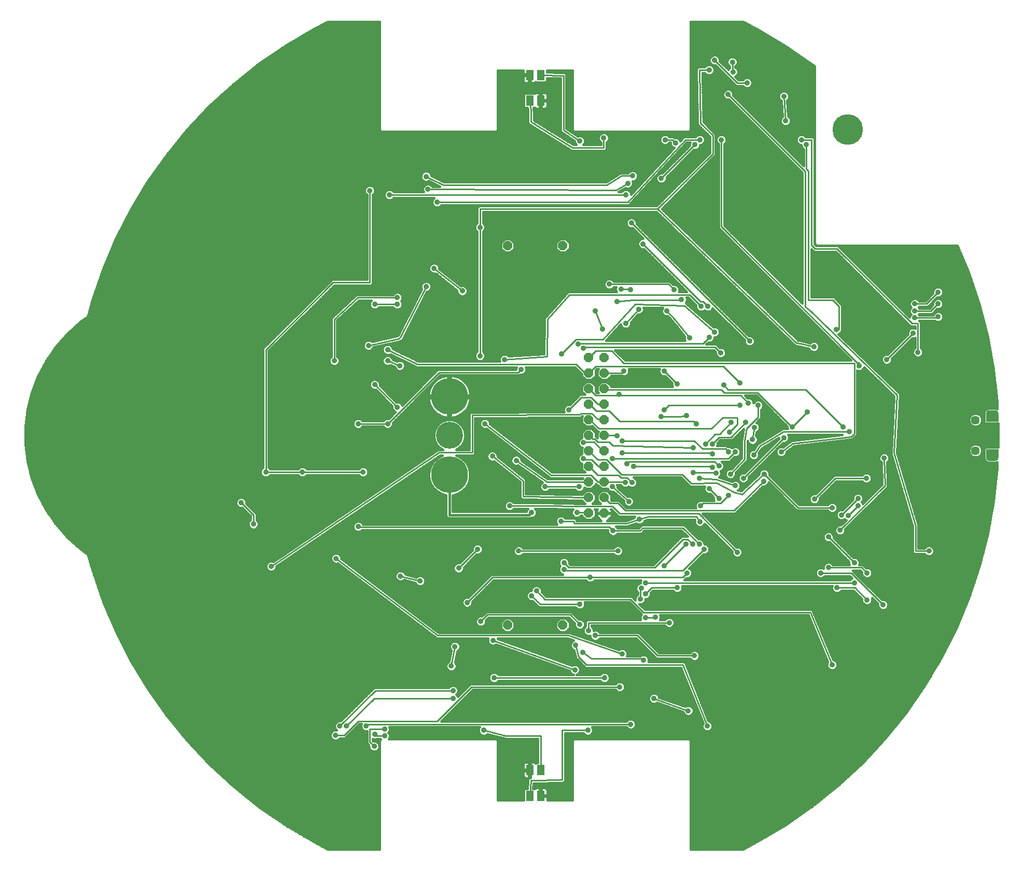
<source format=gbl>
G75*
%MOIN*%
%OFA0B0*%
%FSLAX24Y24*%
%IPPOS*%
%LPD*%
%AMOC8*
5,1,8,0,0,1.08239X$1,22.5*
%
%ADD10C,0.2362*%
%ADD11C,0.1739*%
%ADD12R,0.0500X0.0669*%
%ADD13OC8,0.0600*%
%ADD14C,0.0571*%
%ADD15C,0.0000*%
%ADD16C,0.0001*%
%ADD17C,0.0160*%
%ADD18C,0.1969*%
%ADD19C,0.0357*%
%ADD20C,0.0100*%
%ADD21C,0.0350*%
D10*
X035692Y027956D03*
X035692Y032995D03*
D11*
X035692Y030495D03*
D12*
X040849Y052030D03*
X041558Y052030D03*
X041558Y053684D03*
X040849Y053684D03*
X040849Y008960D03*
X041558Y008960D03*
X041558Y007306D03*
X040849Y007306D03*
D13*
X039432Y018290D03*
X042975Y018290D03*
X044641Y025495D03*
X045641Y025495D03*
X045641Y026495D03*
X045641Y027495D03*
X044641Y027495D03*
X044641Y026495D03*
X044641Y028495D03*
X045641Y028495D03*
X045641Y029495D03*
X044641Y029495D03*
X044641Y030495D03*
X045641Y030495D03*
X045641Y031495D03*
X045641Y032495D03*
X044641Y032495D03*
X044641Y031495D03*
X044641Y033495D03*
X045641Y033495D03*
X045641Y034495D03*
X044641Y034495D03*
X044641Y035495D03*
X045641Y035495D03*
X042975Y042700D03*
X039432Y042700D03*
D14*
X069511Y031479D03*
X069511Y029511D03*
D15*
X070200Y029589D02*
X070200Y029078D01*
X070205Y029034D01*
X070219Y028992D01*
X070243Y028955D01*
X070274Y028924D01*
X070311Y028900D01*
X070353Y028886D01*
X070397Y028881D01*
X070751Y028881D01*
X070795Y028886D01*
X070836Y028900D01*
X070874Y028924D01*
X070905Y028955D01*
X070928Y028992D01*
X070943Y029034D01*
X070948Y029078D01*
X070948Y029589D01*
X070200Y029589D01*
X070200Y031400D02*
X070200Y031912D01*
X070205Y031956D01*
X070219Y031998D01*
X070243Y032035D01*
X070274Y032066D01*
X070311Y032090D01*
X070353Y032104D01*
X070397Y032109D01*
X070751Y032109D01*
X070795Y032104D01*
X070836Y032090D01*
X070874Y032066D01*
X070905Y032035D01*
X070928Y031998D01*
X070943Y031956D01*
X070948Y031912D01*
X070948Y031400D01*
X070200Y031400D01*
D16*
X070200Y031401D02*
X070948Y031401D01*
X070948Y031402D02*
X070200Y031402D01*
X070200Y031403D02*
X070948Y031403D01*
X070948Y031404D02*
X070200Y031404D01*
X070200Y031405D02*
X070948Y031405D01*
X070948Y031406D02*
X070200Y031406D01*
X070200Y031407D02*
X070948Y031407D01*
X070948Y031408D02*
X070200Y031408D01*
X070200Y031409D02*
X070948Y031409D01*
X070948Y031410D02*
X070200Y031410D01*
X070200Y031411D02*
X070948Y031411D01*
X070948Y031412D02*
X070200Y031412D01*
X070200Y031413D02*
X070948Y031413D01*
X070948Y031414D02*
X070200Y031414D01*
X070200Y031415D02*
X070948Y031415D01*
X070948Y031416D02*
X070200Y031416D01*
X070200Y031417D02*
X070948Y031417D01*
X070948Y031418D02*
X070200Y031418D01*
X070200Y031419D02*
X070948Y031419D01*
X070948Y031420D02*
X070200Y031420D01*
X070200Y031421D02*
X070948Y031421D01*
X070948Y031422D02*
X070200Y031422D01*
X070200Y031423D02*
X070948Y031423D01*
X070948Y031424D02*
X070200Y031424D01*
X070200Y031425D02*
X070948Y031425D01*
X070948Y031426D02*
X070200Y031426D01*
X070200Y031427D02*
X070948Y031427D01*
X070948Y031428D02*
X070200Y031428D01*
X070200Y031429D02*
X070948Y031429D01*
X070948Y031430D02*
X070200Y031430D01*
X070200Y031431D02*
X070948Y031431D01*
X070948Y031432D02*
X070200Y031432D01*
X070200Y031433D02*
X070948Y031433D01*
X070948Y031434D02*
X070200Y031434D01*
X070200Y031435D02*
X070948Y031435D01*
X070948Y031436D02*
X070200Y031436D01*
X070200Y031437D02*
X070948Y031437D01*
X070948Y031438D02*
X070200Y031438D01*
X070200Y031439D02*
X070948Y031439D01*
X070948Y031440D02*
X070200Y031440D01*
X070200Y031441D02*
X070948Y031441D01*
X070948Y031442D02*
X070200Y031442D01*
X070200Y031443D02*
X070948Y031443D01*
X070948Y031444D02*
X070200Y031444D01*
X070200Y031445D02*
X070948Y031445D01*
X070948Y031446D02*
X070200Y031446D01*
X070200Y031447D02*
X070948Y031447D01*
X070948Y031448D02*
X070200Y031448D01*
X070200Y031449D02*
X070948Y031449D01*
X070948Y031450D02*
X070200Y031450D01*
X070200Y031451D02*
X070948Y031451D01*
X070948Y031452D02*
X070200Y031452D01*
X070200Y031453D02*
X070948Y031453D01*
X070948Y031454D02*
X070200Y031454D01*
X070200Y031455D02*
X070948Y031455D01*
X070948Y031456D02*
X070200Y031456D01*
X070200Y031457D02*
X070948Y031457D01*
X070948Y031458D02*
X070200Y031458D01*
X070200Y031459D02*
X070948Y031459D01*
X070948Y031460D02*
X070200Y031460D01*
X070200Y031461D02*
X070948Y031461D01*
X070948Y031462D02*
X070200Y031462D01*
X070200Y031463D02*
X070948Y031463D01*
X070948Y031464D02*
X070200Y031464D01*
X070200Y031465D02*
X070948Y031465D01*
X070948Y031466D02*
X070200Y031466D01*
X070200Y031467D02*
X070948Y031467D01*
X070948Y031468D02*
X070200Y031468D01*
X070200Y031469D02*
X070948Y031469D01*
X070948Y031470D02*
X070200Y031470D01*
X070200Y031471D02*
X070948Y031471D01*
X070948Y031472D02*
X070200Y031472D01*
X070200Y031473D02*
X070948Y031473D01*
X070948Y031474D02*
X070200Y031474D01*
X070200Y031475D02*
X070948Y031475D01*
X070948Y031476D02*
X070200Y031476D01*
X070200Y031477D02*
X070948Y031477D01*
X070948Y031478D02*
X070200Y031478D01*
X070200Y031479D02*
X070948Y031479D01*
X070948Y031480D02*
X070200Y031480D01*
X070200Y031481D02*
X070948Y031481D01*
X070948Y031482D02*
X070200Y031482D01*
X070200Y031483D02*
X070948Y031483D01*
X070948Y031484D02*
X070200Y031484D01*
X070200Y031485D02*
X070948Y031485D01*
X070948Y031486D02*
X070200Y031486D01*
X070200Y031487D02*
X070948Y031487D01*
X070948Y031488D02*
X070200Y031488D01*
X070200Y031489D02*
X070948Y031489D01*
X070948Y031490D02*
X070200Y031490D01*
X070200Y031491D02*
X070948Y031491D01*
X070948Y031492D02*
X070200Y031492D01*
X070200Y031493D02*
X070948Y031493D01*
X070948Y031494D02*
X070200Y031494D01*
X070200Y031495D02*
X070948Y031495D01*
X070948Y031496D02*
X070200Y031496D01*
X070200Y031497D02*
X070948Y031497D01*
X070948Y031498D02*
X070200Y031498D01*
X070200Y031499D02*
X070948Y031499D01*
X070948Y031500D02*
X070200Y031500D01*
X070200Y031501D02*
X070948Y031501D01*
X070948Y031502D02*
X070200Y031502D01*
X070200Y031503D02*
X070948Y031503D01*
X070948Y031504D02*
X070200Y031504D01*
X070200Y031505D02*
X070948Y031505D01*
X070948Y031506D02*
X070200Y031506D01*
X070200Y031507D02*
X070948Y031507D01*
X070948Y031508D02*
X070200Y031508D01*
X070200Y031509D02*
X070948Y031509D01*
X070948Y031510D02*
X070200Y031510D01*
X070200Y031511D02*
X070948Y031511D01*
X070948Y031512D02*
X070200Y031512D01*
X070200Y031513D02*
X070948Y031513D01*
X070948Y031514D02*
X070200Y031514D01*
X070200Y031515D02*
X070948Y031515D01*
X070948Y031516D02*
X070200Y031516D01*
X070200Y031517D02*
X070948Y031517D01*
X070948Y031518D02*
X070200Y031518D01*
X070200Y031519D02*
X070948Y031519D01*
X070948Y031520D02*
X070200Y031520D01*
X070200Y031521D02*
X070948Y031521D01*
X070948Y031522D02*
X070200Y031522D01*
X070200Y031523D02*
X070948Y031523D01*
X070948Y031524D02*
X070200Y031524D01*
X070200Y031525D02*
X070948Y031525D01*
X070948Y031526D02*
X070200Y031526D01*
X070200Y031527D02*
X070948Y031527D01*
X070948Y031528D02*
X070200Y031528D01*
X070200Y031529D02*
X070948Y031529D01*
X070948Y031530D02*
X070200Y031530D01*
X070200Y031531D02*
X070948Y031531D01*
X070948Y031532D02*
X070200Y031532D01*
X070200Y031533D02*
X070948Y031533D01*
X070948Y031534D02*
X070200Y031534D01*
X070200Y031535D02*
X070948Y031535D01*
X070948Y031536D02*
X070200Y031536D01*
X070200Y031537D02*
X070948Y031537D01*
X070948Y031538D02*
X070200Y031538D01*
X070200Y031539D02*
X070948Y031539D01*
X070948Y031540D02*
X070200Y031540D01*
X070200Y031541D02*
X070948Y031541D01*
X070948Y031542D02*
X070200Y031542D01*
X070200Y031543D02*
X070948Y031543D01*
X070948Y031544D02*
X070200Y031544D01*
X070200Y031545D02*
X070948Y031545D01*
X070948Y031546D02*
X070200Y031546D01*
X070200Y031547D02*
X070948Y031547D01*
X070948Y031548D02*
X070200Y031548D01*
X070200Y031549D02*
X070948Y031549D01*
X070948Y031550D02*
X070200Y031550D01*
X070200Y031551D02*
X070948Y031551D01*
X070948Y031552D02*
X070200Y031552D01*
X070200Y031553D02*
X070948Y031553D01*
X070948Y031554D02*
X070200Y031554D01*
X070200Y031555D02*
X070948Y031555D01*
X070948Y031556D02*
X070200Y031556D01*
X070200Y031557D02*
X070948Y031557D01*
X070948Y031558D02*
X070200Y031558D01*
X070200Y031559D02*
X070948Y031559D01*
X070948Y031560D02*
X070200Y031560D01*
X070200Y031561D02*
X070948Y031561D01*
X070948Y031562D02*
X070200Y031562D01*
X070200Y031563D02*
X070948Y031563D01*
X070948Y031564D02*
X070200Y031564D01*
X070200Y031565D02*
X070948Y031565D01*
X070948Y031566D02*
X070200Y031566D01*
X070200Y031567D02*
X070948Y031567D01*
X070948Y031568D02*
X070200Y031568D01*
X070200Y031569D02*
X070948Y031569D01*
X070948Y031570D02*
X070200Y031570D01*
X070200Y031571D02*
X070948Y031571D01*
X070948Y031572D02*
X070200Y031572D01*
X070200Y031573D02*
X070948Y031573D01*
X070948Y031574D02*
X070200Y031574D01*
X070200Y031575D02*
X070948Y031575D01*
X070948Y031576D02*
X070200Y031576D01*
X070200Y031577D02*
X070948Y031577D01*
X070948Y031578D02*
X070200Y031578D01*
X070200Y031579D02*
X070948Y031579D01*
X070948Y031580D02*
X070200Y031580D01*
X070200Y031581D02*
X070948Y031581D01*
X070948Y031582D02*
X070200Y031582D01*
X070200Y031583D02*
X070948Y031583D01*
X070948Y031584D02*
X070200Y031584D01*
X070200Y031585D02*
X070948Y031585D01*
X070948Y031586D02*
X070200Y031586D01*
X070200Y031587D02*
X070948Y031587D01*
X070948Y031588D02*
X070200Y031588D01*
X070200Y031589D02*
X070948Y031589D01*
X070948Y031590D02*
X070200Y031590D01*
X070200Y031591D02*
X070948Y031591D01*
X070948Y031592D02*
X070200Y031592D01*
X070200Y031593D02*
X070948Y031593D01*
X070948Y031594D02*
X070200Y031594D01*
X070200Y031595D02*
X070948Y031595D01*
X070948Y031596D02*
X070200Y031596D01*
X070200Y031597D02*
X070948Y031597D01*
X070948Y031598D02*
X070200Y031598D01*
X070200Y031599D02*
X070948Y031599D01*
X070948Y031600D02*
X070200Y031600D01*
X070200Y031601D02*
X070948Y031601D01*
X070948Y031602D02*
X070200Y031602D01*
X070200Y031603D02*
X070948Y031603D01*
X070948Y031604D02*
X070200Y031604D01*
X070200Y031605D02*
X070948Y031605D01*
X070948Y031606D02*
X070200Y031606D01*
X070200Y031607D02*
X070948Y031607D01*
X070948Y031608D02*
X070200Y031608D01*
X070200Y031609D02*
X070948Y031609D01*
X070948Y031610D02*
X070200Y031610D01*
X070200Y031611D02*
X070948Y031611D01*
X070948Y031612D02*
X070200Y031612D01*
X070200Y031613D02*
X070948Y031613D01*
X070948Y031614D02*
X070200Y031614D01*
X070200Y031615D02*
X070948Y031615D01*
X070948Y031616D02*
X070200Y031616D01*
X070200Y031617D02*
X070948Y031617D01*
X070948Y031618D02*
X070200Y031618D01*
X070200Y031619D02*
X070948Y031619D01*
X070948Y031620D02*
X070200Y031620D01*
X070200Y031621D02*
X070948Y031621D01*
X070948Y031622D02*
X070200Y031622D01*
X070200Y031623D02*
X070948Y031623D01*
X070948Y031624D02*
X070200Y031624D01*
X070200Y031625D02*
X070948Y031625D01*
X070948Y031626D02*
X070200Y031626D01*
X070200Y031627D02*
X070948Y031627D01*
X070948Y031628D02*
X070200Y031628D01*
X070200Y031629D02*
X070948Y031629D01*
X070948Y031630D02*
X070200Y031630D01*
X070200Y031631D02*
X070948Y031631D01*
X070948Y031632D02*
X070200Y031632D01*
X070200Y031633D02*
X070948Y031633D01*
X070948Y031634D02*
X070200Y031634D01*
X070200Y031635D02*
X070948Y031635D01*
X070948Y031636D02*
X070200Y031636D01*
X070200Y031637D02*
X070948Y031637D01*
X070948Y031638D02*
X070200Y031638D01*
X070200Y031639D02*
X070948Y031639D01*
X070948Y031640D02*
X070200Y031640D01*
X070200Y031641D02*
X070948Y031641D01*
X070948Y031642D02*
X070200Y031642D01*
X070200Y031643D02*
X070948Y031643D01*
X070948Y031644D02*
X070200Y031644D01*
X070200Y031645D02*
X070948Y031645D01*
X070948Y031646D02*
X070200Y031646D01*
X070200Y031647D02*
X070948Y031647D01*
X070948Y031648D02*
X070200Y031648D01*
X070200Y031649D02*
X070948Y031649D01*
X070948Y031650D02*
X070200Y031650D01*
X070200Y031651D02*
X070948Y031651D01*
X070948Y031652D02*
X070200Y031652D01*
X070200Y031653D02*
X070948Y031653D01*
X070948Y031654D02*
X070200Y031654D01*
X070200Y031655D02*
X070948Y031655D01*
X070948Y031656D02*
X070200Y031656D01*
X070200Y031657D02*
X070948Y031657D01*
X070948Y031658D02*
X070200Y031658D01*
X070200Y031659D02*
X070948Y031659D01*
X070948Y031660D02*
X070200Y031660D01*
X070200Y031661D02*
X070948Y031661D01*
X070948Y031662D02*
X070200Y031662D01*
X070200Y031663D02*
X070948Y031663D01*
X070948Y031664D02*
X070200Y031664D01*
X070200Y031665D02*
X070948Y031665D01*
X070948Y031666D02*
X070200Y031666D01*
X070200Y031667D02*
X070948Y031667D01*
X070948Y031668D02*
X070200Y031668D01*
X070200Y031669D02*
X070948Y031669D01*
X070948Y031670D02*
X070200Y031670D01*
X070200Y031671D02*
X070948Y031671D01*
X070948Y031672D02*
X070200Y031672D01*
X070200Y031673D02*
X070948Y031673D01*
X070948Y031674D02*
X070200Y031674D01*
X070200Y031675D02*
X070948Y031675D01*
X070948Y031676D02*
X070200Y031676D01*
X070200Y031677D02*
X070948Y031677D01*
X070948Y031678D02*
X070200Y031678D01*
X070200Y031679D02*
X070948Y031679D01*
X070948Y031680D02*
X070200Y031680D01*
X070200Y031681D02*
X070948Y031681D01*
X070948Y031682D02*
X070200Y031682D01*
X070200Y031683D02*
X070948Y031683D01*
X070948Y031684D02*
X070200Y031684D01*
X070200Y031685D02*
X070948Y031685D01*
X070948Y031686D02*
X070200Y031686D01*
X070200Y031687D02*
X070948Y031687D01*
X070948Y031688D02*
X070200Y031688D01*
X070200Y031689D02*
X070948Y031689D01*
X070948Y031690D02*
X070200Y031690D01*
X070200Y031691D02*
X070948Y031691D01*
X070948Y031692D02*
X070200Y031692D01*
X070200Y031693D02*
X070948Y031693D01*
X070948Y031694D02*
X070200Y031694D01*
X070200Y031695D02*
X070948Y031695D01*
X070948Y031696D02*
X070200Y031696D01*
X070200Y031697D02*
X070948Y031697D01*
X070948Y031698D02*
X070200Y031698D01*
X070200Y031699D02*
X070948Y031699D01*
X070948Y031700D02*
X070200Y031700D01*
X070200Y031701D02*
X070948Y031701D01*
X070948Y031702D02*
X070200Y031702D01*
X070200Y031703D02*
X070948Y031703D01*
X070948Y031704D02*
X070200Y031704D01*
X070200Y031705D02*
X070948Y031705D01*
X070948Y031706D02*
X070200Y031706D01*
X070200Y031707D02*
X070948Y031707D01*
X070948Y031708D02*
X070200Y031708D01*
X070200Y031709D02*
X070948Y031709D01*
X070948Y031710D02*
X070200Y031710D01*
X070200Y031711D02*
X070948Y031711D01*
X070948Y031712D02*
X070200Y031712D01*
X070200Y031713D02*
X070948Y031713D01*
X070948Y031714D02*
X070200Y031714D01*
X070200Y031715D02*
X070948Y031715D01*
X070948Y031716D02*
X070200Y031716D01*
X070200Y031717D02*
X070948Y031717D01*
X070948Y031718D02*
X070200Y031718D01*
X070200Y031719D02*
X070948Y031719D01*
X070948Y031720D02*
X070200Y031720D01*
X070200Y031721D02*
X070948Y031721D01*
X070948Y031722D02*
X070200Y031722D01*
X070200Y031723D02*
X070948Y031723D01*
X070948Y031724D02*
X070200Y031724D01*
X070200Y031725D02*
X070948Y031725D01*
X070948Y031726D02*
X070200Y031726D01*
X070200Y031727D02*
X070948Y031727D01*
X070948Y031728D02*
X070200Y031728D01*
X070200Y031729D02*
X070948Y031729D01*
X070948Y031730D02*
X070200Y031730D01*
X070200Y031731D02*
X070948Y031731D01*
X070948Y031732D02*
X070200Y031732D01*
X070200Y031733D02*
X070948Y031733D01*
X070948Y031734D02*
X070200Y031734D01*
X070200Y031735D02*
X070948Y031735D01*
X070948Y031736D02*
X070200Y031736D01*
X070200Y031737D02*
X070948Y031737D01*
X070948Y031738D02*
X070200Y031738D01*
X070200Y031739D02*
X070948Y031739D01*
X070948Y031740D02*
X070200Y031740D01*
X070200Y031741D02*
X070948Y031741D01*
X070948Y031742D02*
X070200Y031742D01*
X070200Y031743D02*
X070948Y031743D01*
X070948Y031744D02*
X070200Y031744D01*
X070200Y031745D02*
X070948Y031745D01*
X070948Y031746D02*
X070200Y031746D01*
X070200Y031747D02*
X070948Y031747D01*
X070948Y031748D02*
X070200Y031748D01*
X070200Y031749D02*
X070948Y031749D01*
X070948Y031750D02*
X070200Y031750D01*
X070200Y031751D02*
X070948Y031751D01*
X070948Y031752D02*
X070200Y031752D01*
X070200Y031753D02*
X070948Y031753D01*
X070948Y031754D02*
X070200Y031754D01*
X070200Y031755D02*
X070948Y031755D01*
X070948Y031756D02*
X070200Y031756D01*
X070200Y031757D02*
X070948Y031757D01*
X070948Y031758D02*
X070200Y031758D01*
X070200Y031759D02*
X070948Y031759D01*
X070948Y031760D02*
X070200Y031760D01*
X070200Y031761D02*
X070948Y031761D01*
X070948Y031762D02*
X070200Y031762D01*
X070200Y031763D02*
X070948Y031763D01*
X070948Y031764D02*
X070200Y031764D01*
X070200Y031765D02*
X070948Y031765D01*
X070948Y031766D02*
X070200Y031766D01*
X070200Y031767D02*
X070948Y031767D01*
X070948Y031768D02*
X070200Y031768D01*
X070200Y031769D02*
X070948Y031769D01*
X070948Y031770D02*
X070200Y031770D01*
X070200Y031771D02*
X070948Y031771D01*
X070948Y031772D02*
X070200Y031772D01*
X070200Y031773D02*
X070948Y031773D01*
X070948Y031774D02*
X070200Y031774D01*
X070200Y031775D02*
X070948Y031775D01*
X070948Y031776D02*
X070200Y031776D01*
X070200Y031777D02*
X070948Y031777D01*
X070948Y031778D02*
X070200Y031778D01*
X070200Y031779D02*
X070948Y031779D01*
X070948Y031780D02*
X070200Y031780D01*
X070200Y031781D02*
X070948Y031781D01*
X070948Y031782D02*
X070200Y031782D01*
X070200Y031783D02*
X070948Y031783D01*
X070948Y031784D02*
X070200Y031784D01*
X070200Y031785D02*
X070948Y031785D01*
X070948Y031786D02*
X070200Y031786D01*
X070200Y031787D02*
X070948Y031787D01*
X070948Y031788D02*
X070200Y031788D01*
X070200Y031789D02*
X070948Y031789D01*
X070948Y031790D02*
X070200Y031790D01*
X070200Y031791D02*
X070948Y031791D01*
X070948Y031792D02*
X070200Y031792D01*
X070200Y031793D02*
X070948Y031793D01*
X070948Y031794D02*
X070200Y031794D01*
X070200Y031795D02*
X070948Y031795D01*
X070948Y031796D02*
X070200Y031796D01*
X070200Y031797D02*
X070948Y031797D01*
X070948Y031798D02*
X070200Y031798D01*
X070200Y031799D02*
X070948Y031799D01*
X070948Y031800D02*
X070200Y031800D01*
X070200Y031801D02*
X070948Y031801D01*
X070948Y031802D02*
X070200Y031802D01*
X070200Y031803D02*
X070948Y031803D01*
X070948Y031804D02*
X070200Y031804D01*
X070200Y031805D02*
X070948Y031805D01*
X070948Y031806D02*
X070200Y031806D01*
X070200Y031807D02*
X070948Y031807D01*
X070948Y031808D02*
X070200Y031808D01*
X070200Y031809D02*
X070948Y031809D01*
X070948Y031810D02*
X070200Y031810D01*
X070200Y031811D02*
X070948Y031811D01*
X070948Y031812D02*
X070200Y031812D01*
X070200Y031813D02*
X070948Y031813D01*
X070948Y031814D02*
X070200Y031814D01*
X070200Y031815D02*
X070948Y031815D01*
X070948Y031816D02*
X070200Y031816D01*
X070200Y031817D02*
X070948Y031817D01*
X070948Y031818D02*
X070200Y031818D01*
X070200Y031819D02*
X070948Y031819D01*
X070948Y031820D02*
X070200Y031820D01*
X070200Y031821D02*
X070948Y031821D01*
X070948Y031822D02*
X070200Y031822D01*
X070200Y031823D02*
X070948Y031823D01*
X070948Y031824D02*
X070200Y031824D01*
X070200Y031825D02*
X070948Y031825D01*
X070948Y031826D02*
X070200Y031826D01*
X070200Y031827D02*
X070948Y031827D01*
X070948Y031828D02*
X070200Y031828D01*
X070200Y031829D02*
X070948Y031829D01*
X070948Y031830D02*
X070200Y031830D01*
X070200Y031831D02*
X070948Y031831D01*
X070948Y031832D02*
X070200Y031832D01*
X070200Y031833D02*
X070948Y031833D01*
X070948Y031834D02*
X070200Y031834D01*
X070200Y031835D02*
X070948Y031835D01*
X070948Y031836D02*
X070200Y031836D01*
X070200Y031837D02*
X070948Y031837D01*
X070948Y031838D02*
X070200Y031838D01*
X070200Y031839D02*
X070948Y031839D01*
X070948Y031840D02*
X070200Y031840D01*
X070200Y031841D02*
X070948Y031841D01*
X070948Y031842D02*
X070200Y031842D01*
X070200Y031843D02*
X070948Y031843D01*
X070948Y031844D02*
X070200Y031844D01*
X070200Y031845D02*
X070948Y031845D01*
X070948Y031846D02*
X070200Y031846D01*
X070200Y031847D02*
X070948Y031847D01*
X070948Y031848D02*
X070200Y031848D01*
X070200Y031849D02*
X070948Y031849D01*
X070948Y031850D02*
X070200Y031850D01*
X070200Y031851D02*
X070948Y031851D01*
X070948Y031852D02*
X070200Y031852D01*
X070200Y031853D02*
X070948Y031853D01*
X070948Y031854D02*
X070200Y031854D01*
X070200Y031855D02*
X070948Y031855D01*
X070948Y031856D02*
X070200Y031856D01*
X070200Y031857D02*
X070948Y031857D01*
X070948Y031858D02*
X070200Y031858D01*
X070200Y031859D02*
X070948Y031859D01*
X070948Y031860D02*
X070200Y031860D01*
X070200Y031861D02*
X070948Y031861D01*
X070948Y031862D02*
X070200Y031862D01*
X070200Y031863D02*
X070948Y031863D01*
X070948Y031864D02*
X070200Y031864D01*
X070200Y031865D02*
X070948Y031865D01*
X070948Y031866D02*
X070200Y031866D01*
X070200Y031867D02*
X070948Y031867D01*
X070948Y031868D02*
X070200Y031868D01*
X070200Y031869D02*
X070948Y031869D01*
X070948Y031870D02*
X070200Y031870D01*
X070200Y031871D02*
X070948Y031871D01*
X070948Y031872D02*
X070200Y031872D01*
X070200Y031873D02*
X070948Y031873D01*
X070948Y031874D02*
X070200Y031874D01*
X070200Y031875D02*
X070948Y031875D01*
X070948Y031876D02*
X070200Y031876D01*
X070200Y031877D02*
X070948Y031877D01*
X070948Y031878D02*
X070200Y031878D01*
X070200Y031879D02*
X070948Y031879D01*
X070948Y031880D02*
X070200Y031880D01*
X070200Y031881D02*
X070948Y031881D01*
X070948Y031882D02*
X070200Y031882D01*
X070200Y031883D02*
X070948Y031883D01*
X070948Y031884D02*
X070200Y031884D01*
X070200Y031885D02*
X070948Y031885D01*
X070948Y031886D02*
X070200Y031886D01*
X070200Y031887D02*
X070948Y031887D01*
X070948Y031888D02*
X070200Y031888D01*
X070200Y031889D02*
X070948Y031889D01*
X070948Y031890D02*
X070200Y031890D01*
X070200Y031891D02*
X070948Y031891D01*
X070948Y031892D02*
X070200Y031892D01*
X070200Y031893D02*
X070948Y031893D01*
X070948Y031894D02*
X070200Y031894D01*
X070200Y031895D02*
X070948Y031895D01*
X070948Y031896D02*
X070200Y031896D01*
X070200Y031897D02*
X070948Y031897D01*
X070948Y031898D02*
X070200Y031898D01*
X070200Y031899D02*
X070948Y031899D01*
X070948Y031900D02*
X070200Y031900D01*
X070200Y031901D02*
X070948Y031901D01*
X070948Y031902D02*
X070200Y031902D01*
X070200Y031903D02*
X070948Y031903D01*
X070948Y031904D02*
X070200Y031904D01*
X070200Y031905D02*
X070948Y031905D01*
X070948Y031906D02*
X070200Y031906D01*
X070200Y031907D02*
X070948Y031907D01*
X070948Y031908D02*
X070200Y031908D01*
X070200Y031909D02*
X070948Y031909D01*
X070948Y031910D02*
X070200Y031910D01*
X070200Y031911D02*
X070948Y031911D01*
X070948Y031912D02*
X070200Y031912D01*
X070200Y031913D02*
X070948Y031913D01*
X070948Y031914D02*
X070200Y031914D01*
X070200Y031915D02*
X070947Y031915D01*
X070947Y031916D02*
X070200Y031916D01*
X070200Y031917D02*
X070947Y031917D01*
X070947Y031918D02*
X070200Y031918D01*
X070200Y031919D02*
X070947Y031919D01*
X070947Y031920D02*
X070201Y031920D01*
X070201Y031921D02*
X070947Y031921D01*
X070947Y031922D02*
X070201Y031922D01*
X070201Y031923D02*
X070947Y031923D01*
X070946Y031924D02*
X070201Y031924D01*
X070201Y031925D02*
X070946Y031925D01*
X070946Y031926D02*
X070201Y031926D01*
X070201Y031927D02*
X070946Y031927D01*
X070946Y031928D02*
X070201Y031928D01*
X070202Y031929D02*
X070946Y031929D01*
X070946Y031930D02*
X070202Y031930D01*
X070202Y031931D02*
X070946Y031931D01*
X070946Y031932D02*
X070202Y031932D01*
X070202Y031933D02*
X070945Y031933D01*
X070945Y031934D02*
X070202Y031934D01*
X070202Y031935D02*
X070945Y031935D01*
X070945Y031936D02*
X070202Y031936D01*
X070202Y031937D02*
X070945Y031937D01*
X070945Y031938D02*
X070203Y031938D01*
X070203Y031939D02*
X070945Y031939D01*
X070945Y031940D02*
X070203Y031940D01*
X070203Y031941D02*
X070944Y031941D01*
X070944Y031942D02*
X070203Y031942D01*
X070203Y031943D02*
X070944Y031943D01*
X070944Y031944D02*
X070203Y031944D01*
X070203Y031945D02*
X070944Y031945D01*
X070944Y031946D02*
X070203Y031946D01*
X070204Y031947D02*
X070944Y031947D01*
X070944Y031948D02*
X070204Y031948D01*
X070204Y031949D02*
X070944Y031949D01*
X070943Y031950D02*
X070204Y031950D01*
X070204Y031951D02*
X070943Y031951D01*
X070943Y031952D02*
X070204Y031952D01*
X070204Y031953D02*
X070943Y031953D01*
X070943Y031954D02*
X070204Y031954D01*
X070204Y031955D02*
X070943Y031955D01*
X070943Y031956D02*
X070205Y031956D01*
X070205Y031957D02*
X070943Y031957D01*
X070942Y031958D02*
X070205Y031958D01*
X070206Y031959D02*
X070942Y031959D01*
X070941Y031960D02*
X070206Y031960D01*
X070206Y031961D02*
X070941Y031961D01*
X070941Y031962D02*
X070207Y031962D01*
X070207Y031963D02*
X070940Y031963D01*
X070940Y031964D02*
X070207Y031964D01*
X070208Y031965D02*
X070940Y031965D01*
X070939Y031966D02*
X070208Y031966D01*
X070208Y031967D02*
X070939Y031967D01*
X070939Y031968D02*
X070209Y031968D01*
X070209Y031969D02*
X070938Y031969D01*
X070938Y031970D02*
X070209Y031970D01*
X070210Y031971D02*
X070938Y031971D01*
X070937Y031972D02*
X070210Y031972D01*
X070210Y031973D02*
X070937Y031973D01*
X070937Y031974D02*
X070211Y031974D01*
X070211Y031975D02*
X070936Y031975D01*
X070936Y031976D02*
X070212Y031976D01*
X070212Y031977D02*
X070936Y031977D01*
X070935Y031978D02*
X070212Y031978D01*
X070213Y031979D02*
X070935Y031979D01*
X070934Y031980D02*
X070213Y031980D01*
X070213Y031981D02*
X070934Y031981D01*
X070934Y031982D02*
X070214Y031982D01*
X070214Y031983D02*
X070933Y031983D01*
X070933Y031984D02*
X070214Y031984D01*
X070215Y031985D02*
X070933Y031985D01*
X070932Y031986D02*
X070215Y031986D01*
X070215Y031987D02*
X070932Y031987D01*
X070932Y031988D02*
X070216Y031988D01*
X070216Y031989D02*
X070931Y031989D01*
X070931Y031990D02*
X070216Y031990D01*
X070217Y031991D02*
X070931Y031991D01*
X070930Y031992D02*
X070217Y031992D01*
X070217Y031993D02*
X070930Y031993D01*
X070930Y031994D02*
X070218Y031994D01*
X070218Y031995D02*
X070929Y031995D01*
X070929Y031996D02*
X070219Y031996D01*
X070219Y031997D02*
X070929Y031997D01*
X070928Y031998D02*
X070219Y031998D01*
X070220Y031999D02*
X070928Y031999D01*
X070927Y032000D02*
X070220Y032000D01*
X070221Y032001D02*
X070926Y032001D01*
X070926Y032002D02*
X070222Y032002D01*
X070222Y032003D02*
X070925Y032003D01*
X070924Y032004D02*
X070223Y032004D01*
X070224Y032005D02*
X070924Y032005D01*
X070923Y032006D02*
X070224Y032006D01*
X070225Y032007D02*
X070923Y032007D01*
X070922Y032008D02*
X070226Y032008D01*
X070226Y032009D02*
X070921Y032009D01*
X070921Y032010D02*
X070227Y032010D01*
X070227Y032011D02*
X070920Y032011D01*
X070919Y032012D02*
X070228Y032012D01*
X070229Y032013D02*
X070919Y032013D01*
X070918Y032014D02*
X070229Y032014D01*
X070230Y032015D02*
X070917Y032015D01*
X070917Y032016D02*
X070231Y032016D01*
X070231Y032017D02*
X070916Y032017D01*
X070916Y032018D02*
X070232Y032018D01*
X070232Y032019D02*
X070915Y032019D01*
X070914Y032020D02*
X070233Y032020D01*
X070234Y032021D02*
X070914Y032021D01*
X070913Y032022D02*
X070234Y032022D01*
X070235Y032023D02*
X070912Y032023D01*
X070912Y032024D02*
X070236Y032024D01*
X070236Y032025D02*
X070911Y032025D01*
X070911Y032026D02*
X070237Y032026D01*
X070237Y032027D02*
X070910Y032027D01*
X070909Y032028D02*
X070238Y032028D01*
X070239Y032029D02*
X070909Y032029D01*
X070908Y032030D02*
X070239Y032030D01*
X070240Y032031D02*
X070907Y032031D01*
X070907Y032032D02*
X070241Y032032D01*
X070241Y032033D02*
X070906Y032033D01*
X070906Y032034D02*
X070242Y032034D01*
X070242Y032035D02*
X070905Y032035D01*
X070904Y032036D02*
X070243Y032036D01*
X070244Y032037D02*
X070903Y032037D01*
X070902Y032038D02*
X070245Y032038D01*
X070246Y032039D02*
X070901Y032039D01*
X070900Y032040D02*
X070247Y032040D01*
X070248Y032041D02*
X070899Y032041D01*
X070898Y032042D02*
X070249Y032042D01*
X070250Y032043D02*
X070897Y032043D01*
X070896Y032044D02*
X070251Y032044D01*
X070252Y032045D02*
X070895Y032045D01*
X070894Y032046D02*
X070253Y032046D01*
X070254Y032047D02*
X070893Y032047D01*
X070892Y032048D02*
X070255Y032048D01*
X070256Y032049D02*
X070891Y032049D01*
X070890Y032050D02*
X070257Y032050D01*
X070258Y032051D02*
X070889Y032051D01*
X070888Y032052D02*
X070259Y032052D01*
X070260Y032053D02*
X070887Y032053D01*
X070886Y032054D02*
X070261Y032054D01*
X070262Y032055D02*
X070885Y032055D01*
X070884Y032056D02*
X070263Y032056D01*
X070264Y032057D02*
X070883Y032057D01*
X070882Y032058D02*
X070265Y032058D01*
X070266Y032059D02*
X070881Y032059D01*
X070880Y032060D02*
X070267Y032060D01*
X070268Y032061D02*
X070879Y032061D01*
X070878Y032062D02*
X070269Y032062D01*
X070270Y032063D02*
X070877Y032063D01*
X070876Y032064D02*
X070271Y032064D01*
X070272Y032065D02*
X070875Y032065D01*
X070874Y032066D02*
X070273Y032066D01*
X070275Y032067D02*
X070873Y032067D01*
X070871Y032068D02*
X070276Y032068D01*
X070278Y032069D02*
X070870Y032069D01*
X070868Y032070D02*
X070279Y032070D01*
X070281Y032071D02*
X070866Y032071D01*
X070865Y032072D02*
X070283Y032072D01*
X070284Y032073D02*
X070863Y032073D01*
X070862Y032074D02*
X070286Y032074D01*
X070287Y032075D02*
X070860Y032075D01*
X070858Y032076D02*
X070289Y032076D01*
X070291Y032077D02*
X070857Y032077D01*
X070855Y032078D02*
X070292Y032078D01*
X070294Y032079D02*
X070854Y032079D01*
X070852Y032080D02*
X070295Y032080D01*
X070297Y032081D02*
X070851Y032081D01*
X070849Y032082D02*
X070298Y032082D01*
X070300Y032083D02*
X070847Y032083D01*
X070846Y032084D02*
X070302Y032084D01*
X070303Y032085D02*
X070844Y032085D01*
X070843Y032086D02*
X070305Y032086D01*
X070306Y032087D02*
X070841Y032087D01*
X070839Y032088D02*
X070308Y032088D01*
X070310Y032089D02*
X070838Y032089D01*
X070836Y032090D02*
X070311Y032090D01*
X070314Y032091D02*
X070833Y032091D01*
X070830Y032092D02*
X070317Y032092D01*
X070320Y032093D02*
X070828Y032093D01*
X070825Y032094D02*
X070323Y032094D01*
X070326Y032095D02*
X070822Y032095D01*
X070819Y032096D02*
X070328Y032096D01*
X070331Y032097D02*
X070816Y032097D01*
X070813Y032098D02*
X070334Y032098D01*
X070337Y032099D02*
X070810Y032099D01*
X070808Y032100D02*
X070340Y032100D01*
X070343Y032101D02*
X070805Y032101D01*
X070802Y032102D02*
X070346Y032102D01*
X070348Y032103D02*
X070799Y032103D01*
X070796Y032104D02*
X070351Y032104D01*
X070357Y032105D02*
X070790Y032105D01*
X070782Y032106D02*
X070366Y032106D01*
X070375Y032107D02*
X070773Y032107D01*
X070764Y032108D02*
X070384Y032108D01*
X070392Y032109D02*
X070755Y032109D01*
X070948Y029589D02*
X070200Y029589D01*
X070200Y029588D02*
X070948Y029588D01*
X070948Y029587D02*
X070200Y029587D01*
X070200Y029586D02*
X070948Y029586D01*
X070948Y029585D02*
X070200Y029585D01*
X070200Y029584D02*
X070948Y029584D01*
X070948Y029583D02*
X070200Y029583D01*
X070200Y029582D02*
X070948Y029582D01*
X070948Y029581D02*
X070200Y029581D01*
X070200Y029580D02*
X070948Y029580D01*
X070948Y029579D02*
X070200Y029579D01*
X070200Y029578D02*
X070948Y029578D01*
X070948Y029577D02*
X070200Y029577D01*
X070200Y029576D02*
X070948Y029576D01*
X070948Y029575D02*
X070200Y029575D01*
X070200Y029574D02*
X070948Y029574D01*
X070948Y029573D02*
X070200Y029573D01*
X070200Y029572D02*
X070948Y029572D01*
X070948Y029571D02*
X070200Y029571D01*
X070200Y029570D02*
X070948Y029570D01*
X070948Y029569D02*
X070200Y029569D01*
X070200Y029568D02*
X070948Y029568D01*
X070948Y029567D02*
X070200Y029567D01*
X070200Y029566D02*
X070948Y029566D01*
X070948Y029565D02*
X070200Y029565D01*
X070200Y029564D02*
X070948Y029564D01*
X070948Y029563D02*
X070200Y029563D01*
X070200Y029562D02*
X070948Y029562D01*
X070948Y029561D02*
X070200Y029561D01*
X070200Y029560D02*
X070948Y029560D01*
X070948Y029559D02*
X070200Y029559D01*
X070200Y029558D02*
X070948Y029558D01*
X070948Y029557D02*
X070200Y029557D01*
X070200Y029556D02*
X070948Y029556D01*
X070948Y029555D02*
X070200Y029555D01*
X070200Y029554D02*
X070948Y029554D01*
X070948Y029553D02*
X070200Y029553D01*
X070200Y029552D02*
X070948Y029552D01*
X070948Y029551D02*
X070200Y029551D01*
X070200Y029550D02*
X070948Y029550D01*
X070948Y029549D02*
X070200Y029549D01*
X070200Y029548D02*
X070948Y029548D01*
X070948Y029547D02*
X070200Y029547D01*
X070200Y029546D02*
X070948Y029546D01*
X070948Y029545D02*
X070200Y029545D01*
X070200Y029544D02*
X070948Y029544D01*
X070948Y029543D02*
X070200Y029543D01*
X070200Y029542D02*
X070948Y029542D01*
X070948Y029541D02*
X070200Y029541D01*
X070200Y029540D02*
X070948Y029540D01*
X070948Y029539D02*
X070200Y029539D01*
X070200Y029538D02*
X070948Y029538D01*
X070948Y029537D02*
X070200Y029537D01*
X070200Y029536D02*
X070948Y029536D01*
X070948Y029535D02*
X070200Y029535D01*
X070200Y029534D02*
X070948Y029534D01*
X070948Y029533D02*
X070200Y029533D01*
X070200Y029532D02*
X070948Y029532D01*
X070948Y029531D02*
X070200Y029531D01*
X070200Y029530D02*
X070948Y029530D01*
X070948Y029529D02*
X070200Y029529D01*
X070200Y029528D02*
X070948Y029528D01*
X070948Y029527D02*
X070200Y029527D01*
X070200Y029526D02*
X070948Y029526D01*
X070948Y029525D02*
X070200Y029525D01*
X070200Y029524D02*
X070948Y029524D01*
X070948Y029523D02*
X070200Y029523D01*
X070200Y029522D02*
X070948Y029522D01*
X070948Y029521D02*
X070200Y029521D01*
X070200Y029520D02*
X070948Y029520D01*
X070948Y029519D02*
X070200Y029519D01*
X070200Y029518D02*
X070948Y029518D01*
X070948Y029517D02*
X070200Y029517D01*
X070200Y029516D02*
X070948Y029516D01*
X070948Y029515D02*
X070200Y029515D01*
X070200Y029514D02*
X070948Y029514D01*
X070948Y029513D02*
X070200Y029513D01*
X070200Y029512D02*
X070948Y029512D01*
X070948Y029511D02*
X070200Y029511D01*
X070200Y029510D02*
X070948Y029510D01*
X070948Y029509D02*
X070200Y029509D01*
X070200Y029508D02*
X070948Y029508D01*
X070948Y029507D02*
X070200Y029507D01*
X070200Y029506D02*
X070948Y029506D01*
X070948Y029505D02*
X070200Y029505D01*
X070200Y029504D02*
X070948Y029504D01*
X070948Y029503D02*
X070200Y029503D01*
X070200Y029502D02*
X070948Y029502D01*
X070948Y029501D02*
X070200Y029501D01*
X070200Y029500D02*
X070948Y029500D01*
X070948Y029499D02*
X070200Y029499D01*
X070200Y029498D02*
X070948Y029498D01*
X070948Y029497D02*
X070200Y029497D01*
X070200Y029496D02*
X070948Y029496D01*
X070948Y029495D02*
X070200Y029495D01*
X070200Y029494D02*
X070948Y029494D01*
X070948Y029493D02*
X070200Y029493D01*
X070200Y029492D02*
X070948Y029492D01*
X070948Y029491D02*
X070200Y029491D01*
X070200Y029490D02*
X070948Y029490D01*
X070948Y029489D02*
X070200Y029489D01*
X070200Y029488D02*
X070948Y029488D01*
X070948Y029487D02*
X070200Y029487D01*
X070200Y029486D02*
X070948Y029486D01*
X070948Y029485D02*
X070200Y029485D01*
X070200Y029484D02*
X070948Y029484D01*
X070948Y029483D02*
X070200Y029483D01*
X070200Y029482D02*
X070948Y029482D01*
X070948Y029481D02*
X070200Y029481D01*
X070200Y029480D02*
X070948Y029480D01*
X070948Y029479D02*
X070200Y029479D01*
X070200Y029478D02*
X070948Y029478D01*
X070948Y029477D02*
X070200Y029477D01*
X070200Y029476D02*
X070948Y029476D01*
X070948Y029475D02*
X070200Y029475D01*
X070200Y029474D02*
X070948Y029474D01*
X070948Y029473D02*
X070200Y029473D01*
X070200Y029472D02*
X070948Y029472D01*
X070948Y029471D02*
X070200Y029471D01*
X070200Y029470D02*
X070948Y029470D01*
X070948Y029469D02*
X070200Y029469D01*
X070200Y029468D02*
X070948Y029468D01*
X070948Y029467D02*
X070200Y029467D01*
X070200Y029466D02*
X070948Y029466D01*
X070948Y029465D02*
X070200Y029465D01*
X070200Y029464D02*
X070948Y029464D01*
X070948Y029463D02*
X070200Y029463D01*
X070200Y029462D02*
X070948Y029462D01*
X070948Y029461D02*
X070200Y029461D01*
X070200Y029460D02*
X070948Y029460D01*
X070948Y029459D02*
X070200Y029459D01*
X070200Y029458D02*
X070948Y029458D01*
X070948Y029457D02*
X070200Y029457D01*
X070200Y029456D02*
X070948Y029456D01*
X070948Y029455D02*
X070200Y029455D01*
X070200Y029454D02*
X070948Y029454D01*
X070948Y029453D02*
X070200Y029453D01*
X070200Y029452D02*
X070948Y029452D01*
X070948Y029451D02*
X070200Y029451D01*
X070200Y029450D02*
X070948Y029450D01*
X070948Y029449D02*
X070200Y029449D01*
X070200Y029448D02*
X070948Y029448D01*
X070948Y029447D02*
X070200Y029447D01*
X070200Y029446D02*
X070948Y029446D01*
X070948Y029445D02*
X070200Y029445D01*
X070200Y029444D02*
X070948Y029444D01*
X070948Y029443D02*
X070200Y029443D01*
X070200Y029442D02*
X070948Y029442D01*
X070948Y029441D02*
X070200Y029441D01*
X070200Y029440D02*
X070948Y029440D01*
X070948Y029439D02*
X070200Y029439D01*
X070200Y029438D02*
X070948Y029438D01*
X070948Y029437D02*
X070200Y029437D01*
X070200Y029436D02*
X070948Y029436D01*
X070948Y029435D02*
X070200Y029435D01*
X070200Y029434D02*
X070948Y029434D01*
X070948Y029433D02*
X070200Y029433D01*
X070200Y029432D02*
X070948Y029432D01*
X070948Y029431D02*
X070200Y029431D01*
X070200Y029430D02*
X070948Y029430D01*
X070948Y029429D02*
X070200Y029429D01*
X070200Y029428D02*
X070948Y029428D01*
X070948Y029427D02*
X070200Y029427D01*
X070200Y029426D02*
X070948Y029426D01*
X070948Y029425D02*
X070200Y029425D01*
X070200Y029424D02*
X070948Y029424D01*
X070948Y029423D02*
X070200Y029423D01*
X070200Y029422D02*
X070948Y029422D01*
X070948Y029421D02*
X070200Y029421D01*
X070200Y029420D02*
X070948Y029420D01*
X070948Y029419D02*
X070200Y029419D01*
X070200Y029418D02*
X070948Y029418D01*
X070948Y029417D02*
X070200Y029417D01*
X070200Y029416D02*
X070948Y029416D01*
X070948Y029415D02*
X070200Y029415D01*
X070200Y029414D02*
X070948Y029414D01*
X070948Y029413D02*
X070200Y029413D01*
X070200Y029412D02*
X070948Y029412D01*
X070948Y029411D02*
X070200Y029411D01*
X070200Y029410D02*
X070948Y029410D01*
X070948Y029409D02*
X070200Y029409D01*
X070200Y029408D02*
X070948Y029408D01*
X070948Y029407D02*
X070200Y029407D01*
X070200Y029406D02*
X070948Y029406D01*
X070948Y029405D02*
X070200Y029405D01*
X070200Y029404D02*
X070948Y029404D01*
X070948Y029403D02*
X070200Y029403D01*
X070200Y029402D02*
X070948Y029402D01*
X070948Y029401D02*
X070200Y029401D01*
X070200Y029400D02*
X070948Y029400D01*
X070948Y029399D02*
X070200Y029399D01*
X070200Y029398D02*
X070948Y029398D01*
X070948Y029397D02*
X070200Y029397D01*
X070200Y029396D02*
X070948Y029396D01*
X070948Y029395D02*
X070200Y029395D01*
X070200Y029394D02*
X070948Y029394D01*
X070948Y029393D02*
X070200Y029393D01*
X070200Y029392D02*
X070948Y029392D01*
X070948Y029391D02*
X070200Y029391D01*
X070200Y029390D02*
X070948Y029390D01*
X070948Y029389D02*
X070200Y029389D01*
X070200Y029388D02*
X070948Y029388D01*
X070948Y029387D02*
X070200Y029387D01*
X070200Y029386D02*
X070948Y029386D01*
X070948Y029385D02*
X070200Y029385D01*
X070200Y029384D02*
X070948Y029384D01*
X070948Y029383D02*
X070200Y029383D01*
X070200Y029382D02*
X070948Y029382D01*
X070948Y029381D02*
X070200Y029381D01*
X070200Y029380D02*
X070948Y029380D01*
X070948Y029379D02*
X070200Y029379D01*
X070200Y029378D02*
X070948Y029378D01*
X070948Y029377D02*
X070200Y029377D01*
X070200Y029376D02*
X070948Y029376D01*
X070948Y029375D02*
X070200Y029375D01*
X070200Y029374D02*
X070948Y029374D01*
X070948Y029373D02*
X070200Y029373D01*
X070200Y029372D02*
X070948Y029372D01*
X070948Y029371D02*
X070200Y029371D01*
X070200Y029370D02*
X070948Y029370D01*
X070948Y029369D02*
X070200Y029369D01*
X070200Y029368D02*
X070948Y029368D01*
X070948Y029367D02*
X070200Y029367D01*
X070200Y029366D02*
X070948Y029366D01*
X070948Y029365D02*
X070200Y029365D01*
X070200Y029364D02*
X070948Y029364D01*
X070948Y029363D02*
X070200Y029363D01*
X070200Y029362D02*
X070948Y029362D01*
X070948Y029361D02*
X070200Y029361D01*
X070200Y029360D02*
X070948Y029360D01*
X070948Y029359D02*
X070200Y029359D01*
X070200Y029358D02*
X070948Y029358D01*
X070948Y029357D02*
X070200Y029357D01*
X070200Y029356D02*
X070948Y029356D01*
X070948Y029355D02*
X070200Y029355D01*
X070200Y029354D02*
X070948Y029354D01*
X070948Y029353D02*
X070200Y029353D01*
X070200Y029352D02*
X070948Y029352D01*
X070948Y029351D02*
X070200Y029351D01*
X070200Y029350D02*
X070948Y029350D01*
X070948Y029349D02*
X070200Y029349D01*
X070200Y029348D02*
X070948Y029348D01*
X070948Y029347D02*
X070200Y029347D01*
X070200Y029346D02*
X070948Y029346D01*
X070948Y029345D02*
X070200Y029345D01*
X070200Y029344D02*
X070948Y029344D01*
X070948Y029343D02*
X070200Y029343D01*
X070200Y029342D02*
X070948Y029342D01*
X070948Y029341D02*
X070200Y029341D01*
X070200Y029340D02*
X070948Y029340D01*
X070948Y029339D02*
X070200Y029339D01*
X070200Y029338D02*
X070948Y029338D01*
X070948Y029337D02*
X070200Y029337D01*
X070200Y029336D02*
X070948Y029336D01*
X070948Y029335D02*
X070200Y029335D01*
X070200Y029334D02*
X070948Y029334D01*
X070948Y029333D02*
X070200Y029333D01*
X070200Y029332D02*
X070948Y029332D01*
X070948Y029331D02*
X070200Y029331D01*
X070200Y029330D02*
X070948Y029330D01*
X070948Y029329D02*
X070200Y029329D01*
X070200Y029328D02*
X070948Y029328D01*
X070948Y029327D02*
X070200Y029327D01*
X070200Y029326D02*
X070948Y029326D01*
X070948Y029325D02*
X070200Y029325D01*
X070200Y029324D02*
X070948Y029324D01*
X070948Y029323D02*
X070200Y029323D01*
X070200Y029322D02*
X070948Y029322D01*
X070948Y029321D02*
X070200Y029321D01*
X070200Y029320D02*
X070948Y029320D01*
X070948Y029319D02*
X070200Y029319D01*
X070200Y029318D02*
X070948Y029318D01*
X070948Y029317D02*
X070200Y029317D01*
X070200Y029316D02*
X070948Y029316D01*
X070948Y029315D02*
X070200Y029315D01*
X070200Y029314D02*
X070948Y029314D01*
X070948Y029313D02*
X070200Y029313D01*
X070200Y029312D02*
X070948Y029312D01*
X070948Y029311D02*
X070200Y029311D01*
X070200Y029310D02*
X070948Y029310D01*
X070948Y029309D02*
X070200Y029309D01*
X070200Y029308D02*
X070948Y029308D01*
X070948Y029307D02*
X070200Y029307D01*
X070200Y029306D02*
X070948Y029306D01*
X070948Y029305D02*
X070200Y029305D01*
X070200Y029304D02*
X070948Y029304D01*
X070948Y029303D02*
X070200Y029303D01*
X070200Y029302D02*
X070948Y029302D01*
X070948Y029301D02*
X070200Y029301D01*
X070200Y029300D02*
X070948Y029300D01*
X070948Y029299D02*
X070200Y029299D01*
X070200Y029298D02*
X070948Y029298D01*
X070948Y029297D02*
X070200Y029297D01*
X070200Y029296D02*
X070948Y029296D01*
X070948Y029295D02*
X070200Y029295D01*
X070200Y029294D02*
X070948Y029294D01*
X070948Y029293D02*
X070200Y029293D01*
X070200Y029292D02*
X070948Y029292D01*
X070948Y029291D02*
X070200Y029291D01*
X070200Y029290D02*
X070948Y029290D01*
X070948Y029289D02*
X070200Y029289D01*
X070200Y029288D02*
X070948Y029288D01*
X070948Y029287D02*
X070200Y029287D01*
X070200Y029286D02*
X070948Y029286D01*
X070948Y029285D02*
X070200Y029285D01*
X070200Y029284D02*
X070948Y029284D01*
X070948Y029283D02*
X070200Y029283D01*
X070200Y029282D02*
X070948Y029282D01*
X070948Y029281D02*
X070200Y029281D01*
X070200Y029280D02*
X070948Y029280D01*
X070948Y029279D02*
X070200Y029279D01*
X070200Y029278D02*
X070948Y029278D01*
X070948Y029277D02*
X070200Y029277D01*
X070200Y029276D02*
X070948Y029276D01*
X070948Y029275D02*
X070200Y029275D01*
X070200Y029274D02*
X070948Y029274D01*
X070948Y029273D02*
X070200Y029273D01*
X070200Y029272D02*
X070948Y029272D01*
X070948Y029271D02*
X070200Y029271D01*
X070200Y029270D02*
X070948Y029270D01*
X070948Y029269D02*
X070200Y029269D01*
X070200Y029268D02*
X070948Y029268D01*
X070948Y029267D02*
X070200Y029267D01*
X070200Y029266D02*
X070948Y029266D01*
X070948Y029265D02*
X070200Y029265D01*
X070200Y029264D02*
X070948Y029264D01*
X070948Y029263D02*
X070200Y029263D01*
X070200Y029262D02*
X070948Y029262D01*
X070948Y029261D02*
X070200Y029261D01*
X070200Y029260D02*
X070948Y029260D01*
X070948Y029259D02*
X070200Y029259D01*
X070200Y029258D02*
X070948Y029258D01*
X070948Y029257D02*
X070200Y029257D01*
X070200Y029256D02*
X070948Y029256D01*
X070948Y029255D02*
X070200Y029255D01*
X070200Y029254D02*
X070948Y029254D01*
X070948Y029253D02*
X070200Y029253D01*
X070200Y029252D02*
X070948Y029252D01*
X070948Y029251D02*
X070200Y029251D01*
X070200Y029250D02*
X070948Y029250D01*
X070948Y029249D02*
X070200Y029249D01*
X070200Y029248D02*
X070948Y029248D01*
X070948Y029247D02*
X070200Y029247D01*
X070200Y029246D02*
X070948Y029246D01*
X070948Y029245D02*
X070200Y029245D01*
X070200Y029244D02*
X070948Y029244D01*
X070948Y029243D02*
X070200Y029243D01*
X070200Y029242D02*
X070948Y029242D01*
X070948Y029241D02*
X070200Y029241D01*
X070200Y029240D02*
X070948Y029240D01*
X070948Y029239D02*
X070200Y029239D01*
X070200Y029238D02*
X070948Y029238D01*
X070200Y029238D01*
X070200Y029237D02*
X070948Y029237D01*
X070948Y029236D02*
X070200Y029236D01*
X070200Y029235D02*
X070948Y029235D01*
X070948Y029234D02*
X070200Y029234D01*
X070200Y029233D02*
X070948Y029233D01*
X070948Y029232D02*
X070200Y029232D01*
X070200Y029231D02*
X070948Y029231D01*
X070948Y029230D02*
X070200Y029230D01*
X070200Y029229D02*
X070948Y029229D01*
X070948Y029228D02*
X070200Y029228D01*
X070200Y029227D02*
X070948Y029227D01*
X070948Y029226D02*
X070200Y029226D01*
X070200Y029225D02*
X070948Y029225D01*
X070948Y029224D02*
X070200Y029224D01*
X070200Y029223D02*
X070948Y029223D01*
X070948Y029222D02*
X070200Y029222D01*
X070200Y029221D02*
X070948Y029221D01*
X070948Y029220D02*
X070200Y029220D01*
X070200Y029219D02*
X070948Y029219D01*
X070948Y029218D02*
X070200Y029218D01*
X070200Y029217D02*
X070948Y029217D01*
X070948Y029216D02*
X070200Y029216D01*
X070200Y029215D02*
X070948Y029215D01*
X070948Y029214D02*
X070200Y029214D01*
X070200Y029213D02*
X070948Y029213D01*
X070948Y029212D02*
X070200Y029212D01*
X070200Y029211D02*
X070948Y029211D01*
X070948Y029210D02*
X070200Y029210D01*
X070200Y029209D02*
X070948Y029209D01*
X070948Y029208D02*
X070200Y029208D01*
X070200Y029207D02*
X070948Y029207D01*
X070948Y029206D02*
X070200Y029206D01*
X070200Y029205D02*
X070948Y029205D01*
X070948Y029204D02*
X070200Y029204D01*
X070200Y029203D02*
X070948Y029203D01*
X070948Y029202D02*
X070200Y029202D01*
X070200Y029201D02*
X070948Y029201D01*
X070948Y029200D02*
X070200Y029200D01*
X070200Y029199D02*
X070948Y029199D01*
X070948Y029198D02*
X070200Y029198D01*
X070200Y029197D02*
X070948Y029197D01*
X070948Y029196D02*
X070200Y029196D01*
X070200Y029195D02*
X070948Y029195D01*
X070948Y029194D02*
X070200Y029194D01*
X070200Y029193D02*
X070948Y029193D01*
X070948Y029192D02*
X070200Y029192D01*
X070200Y029191D02*
X070948Y029191D01*
X070948Y029190D02*
X070200Y029190D01*
X070200Y029189D02*
X070948Y029189D01*
X070948Y029188D02*
X070200Y029188D01*
X070200Y029187D02*
X070948Y029187D01*
X070948Y029186D02*
X070200Y029186D01*
X070200Y029185D02*
X070948Y029185D01*
X070948Y029184D02*
X070200Y029184D01*
X070200Y029183D02*
X070948Y029183D01*
X070948Y029182D02*
X070200Y029182D01*
X070200Y029181D02*
X070948Y029181D01*
X070948Y029180D02*
X070200Y029180D01*
X070200Y029179D02*
X070948Y029179D01*
X070948Y029178D02*
X070200Y029178D01*
X070200Y029177D02*
X070948Y029177D01*
X070948Y029176D02*
X070200Y029176D01*
X070200Y029175D02*
X070948Y029175D01*
X070948Y029174D02*
X070200Y029174D01*
X070200Y029173D02*
X070948Y029173D01*
X070948Y029172D02*
X070200Y029172D01*
X070200Y029171D02*
X070948Y029171D01*
X070948Y029170D02*
X070200Y029170D01*
X070200Y029169D02*
X070948Y029169D01*
X070948Y029168D02*
X070200Y029168D01*
X070200Y029167D02*
X070948Y029167D01*
X070948Y029166D02*
X070200Y029166D01*
X070200Y029165D02*
X070948Y029165D01*
X070948Y029164D02*
X070200Y029164D01*
X070200Y029163D02*
X070948Y029163D01*
X070948Y029162D02*
X070200Y029162D01*
X070200Y029161D02*
X070948Y029161D01*
X070948Y029160D02*
X070200Y029160D01*
X070200Y029159D02*
X070948Y029159D01*
X070948Y029158D02*
X070200Y029158D01*
X070200Y029157D02*
X070948Y029157D01*
X070948Y029156D02*
X070200Y029156D01*
X070200Y029155D02*
X070948Y029155D01*
X070948Y029154D02*
X070200Y029154D01*
X070200Y029153D02*
X070948Y029153D01*
X070948Y029152D02*
X070200Y029152D01*
X070200Y029151D02*
X070948Y029151D01*
X070948Y029150D02*
X070200Y029150D01*
X070200Y029149D02*
X070948Y029149D01*
X070948Y029148D02*
X070200Y029148D01*
X070200Y029147D02*
X070948Y029147D01*
X070948Y029146D02*
X070200Y029146D01*
X070200Y029145D02*
X070948Y029145D01*
X070948Y029144D02*
X070200Y029144D01*
X070200Y029143D02*
X070948Y029143D01*
X070948Y029142D02*
X070200Y029142D01*
X070200Y029141D02*
X070948Y029141D01*
X070948Y029140D02*
X070200Y029140D01*
X070200Y029139D02*
X070948Y029139D01*
X070948Y029138D02*
X070200Y029138D01*
X070200Y029137D02*
X070948Y029137D01*
X070948Y029136D02*
X070200Y029136D01*
X070200Y029135D02*
X070948Y029135D01*
X070948Y029134D02*
X070200Y029134D01*
X070200Y029133D02*
X070948Y029133D01*
X070948Y029132D02*
X070200Y029132D01*
X070200Y029131D02*
X070948Y029131D01*
X070948Y029130D02*
X070200Y029130D01*
X070200Y029129D02*
X070948Y029129D01*
X070948Y029128D02*
X070200Y029128D01*
X070200Y029127D02*
X070948Y029127D01*
X070948Y029126D02*
X070200Y029126D01*
X070200Y029125D02*
X070948Y029125D01*
X070948Y029124D02*
X070200Y029124D01*
X070200Y029123D02*
X070948Y029123D01*
X070948Y029122D02*
X070200Y029122D01*
X070200Y029121D02*
X070948Y029121D01*
X070948Y029120D02*
X070200Y029120D01*
X070200Y029119D02*
X070948Y029119D01*
X070948Y029118D02*
X070200Y029118D01*
X070200Y029117D02*
X070948Y029117D01*
X070948Y029116D02*
X070200Y029116D01*
X070200Y029115D02*
X070948Y029115D01*
X070948Y029114D02*
X070200Y029114D01*
X070200Y029113D02*
X070948Y029113D01*
X070948Y029112D02*
X070200Y029112D01*
X070200Y029111D02*
X070948Y029111D01*
X070948Y029110D02*
X070200Y029110D01*
X070200Y029109D02*
X070948Y029109D01*
X070948Y029108D02*
X070200Y029108D01*
X070200Y029107D02*
X070948Y029107D01*
X070948Y029106D02*
X070200Y029106D01*
X070200Y029105D02*
X070948Y029105D01*
X070948Y029104D02*
X070200Y029104D01*
X070200Y029103D02*
X070948Y029103D01*
X070948Y029102D02*
X070200Y029102D01*
X070200Y029101D02*
X070948Y029101D01*
X070948Y029100D02*
X070200Y029100D01*
X070200Y029099D02*
X070948Y029099D01*
X070948Y029098D02*
X070200Y029098D01*
X070200Y029097D02*
X070948Y029097D01*
X070948Y029096D02*
X070200Y029096D01*
X070200Y029095D02*
X070948Y029095D01*
X070948Y029094D02*
X070200Y029094D01*
X070200Y029093D02*
X070948Y029093D01*
X070948Y029092D02*
X070200Y029092D01*
X070200Y029091D02*
X070948Y029091D01*
X070948Y029090D02*
X070200Y029090D01*
X070200Y029089D02*
X070948Y029089D01*
X070948Y029088D02*
X070200Y029088D01*
X070200Y029087D02*
X070948Y029087D01*
X070948Y029086D02*
X070200Y029086D01*
X070200Y029085D02*
X070948Y029085D01*
X070948Y029084D02*
X070200Y029084D01*
X070200Y029083D02*
X070948Y029083D01*
X070948Y029082D02*
X070200Y029082D01*
X070200Y029081D02*
X070948Y029081D01*
X070948Y029080D02*
X070200Y029080D01*
X070200Y029079D02*
X070948Y029079D01*
X070948Y029078D02*
X070200Y029078D01*
X070200Y029077D02*
X070948Y029077D01*
X070947Y029076D02*
X070200Y029076D01*
X070200Y029075D02*
X070947Y029075D01*
X070947Y029074D02*
X070200Y029074D01*
X070200Y029073D02*
X070947Y029073D01*
X070947Y029072D02*
X070200Y029072D01*
X070200Y029071D02*
X070947Y029071D01*
X070947Y029070D02*
X070201Y029070D01*
X070201Y029069D02*
X070947Y029069D01*
X070947Y029068D02*
X070201Y029068D01*
X070201Y029067D02*
X070946Y029067D01*
X070946Y029066D02*
X070201Y029066D01*
X070201Y029065D02*
X070946Y029065D01*
X070946Y029064D02*
X070201Y029064D01*
X070201Y029063D02*
X070946Y029063D01*
X070946Y029062D02*
X070201Y029062D01*
X070202Y029061D02*
X070946Y029061D01*
X070946Y029060D02*
X070202Y029060D01*
X070202Y029059D02*
X070946Y029059D01*
X070945Y029058D02*
X070202Y029058D01*
X070202Y029057D02*
X070945Y029057D01*
X070945Y029056D02*
X070202Y029056D01*
X070202Y029055D02*
X070945Y029055D01*
X070945Y029054D02*
X070202Y029054D01*
X070202Y029053D02*
X070945Y029053D01*
X070945Y029052D02*
X070203Y029052D01*
X070203Y029051D02*
X070945Y029051D01*
X070945Y029050D02*
X070203Y029050D01*
X070203Y029049D02*
X070944Y029049D01*
X070944Y029048D02*
X070203Y029048D01*
X070203Y029047D02*
X070944Y029047D01*
X070944Y029046D02*
X070203Y029046D01*
X070203Y029045D02*
X070944Y029045D01*
X070944Y029044D02*
X070204Y029044D01*
X070204Y029043D02*
X070944Y029043D01*
X070944Y029042D02*
X070204Y029042D01*
X070204Y029041D02*
X070944Y029041D01*
X070943Y029040D02*
X070204Y029040D01*
X070204Y029039D02*
X070943Y029039D01*
X070943Y029038D02*
X070204Y029038D01*
X070204Y029037D02*
X070943Y029037D01*
X070943Y029036D02*
X070204Y029036D01*
X070205Y029035D02*
X070943Y029035D01*
X070943Y029034D02*
X070205Y029034D01*
X070205Y029033D02*
X070942Y029033D01*
X070942Y029032D02*
X070205Y029032D01*
X070206Y029031D02*
X070942Y029031D01*
X070941Y029030D02*
X070206Y029030D01*
X070206Y029029D02*
X070941Y029029D01*
X070941Y029028D02*
X070207Y029028D01*
X070207Y029027D02*
X070940Y029027D01*
X070940Y029026D02*
X070207Y029026D01*
X070208Y029025D02*
X070940Y029025D01*
X070939Y029024D02*
X070208Y029024D01*
X070209Y029023D02*
X070939Y029023D01*
X070939Y029022D02*
X070209Y029022D01*
X070209Y029021D02*
X070938Y029021D01*
X070938Y029020D02*
X070210Y029020D01*
X070210Y029019D02*
X070937Y029019D01*
X070937Y029018D02*
X070210Y029018D01*
X070211Y029017D02*
X070937Y029017D01*
X070936Y029016D02*
X070211Y029016D01*
X070211Y029015D02*
X070936Y029015D01*
X070936Y029014D02*
X070212Y029014D01*
X070212Y029013D02*
X070935Y029013D01*
X070935Y029012D02*
X070212Y029012D01*
X070213Y029011D02*
X070935Y029011D01*
X070934Y029010D02*
X070213Y029010D01*
X070213Y029009D02*
X070934Y029009D01*
X070934Y029008D02*
X070214Y029008D01*
X070214Y029007D02*
X070933Y029007D01*
X070933Y029006D02*
X070214Y029006D01*
X070215Y029005D02*
X070933Y029005D01*
X070932Y029004D02*
X070215Y029004D01*
X070216Y029003D02*
X070932Y029003D01*
X070932Y029002D02*
X070216Y029002D01*
X070216Y029001D02*
X070931Y029001D01*
X070931Y029000D02*
X070217Y029000D01*
X070217Y028999D02*
X070930Y028999D01*
X070930Y028998D02*
X070217Y028998D01*
X070218Y028997D02*
X070930Y028997D01*
X070929Y028996D02*
X070218Y028996D01*
X070218Y028995D02*
X070929Y028995D01*
X070929Y028994D02*
X070219Y028994D01*
X070219Y028993D02*
X070928Y028993D01*
X070928Y028992D02*
X070219Y028992D01*
X070220Y028991D02*
X070927Y028991D01*
X070927Y028990D02*
X070221Y028990D01*
X070221Y028989D02*
X070926Y028989D01*
X070925Y028988D02*
X070222Y028988D01*
X070223Y028987D02*
X070925Y028987D01*
X070924Y028986D02*
X070223Y028986D01*
X070224Y028985D02*
X070924Y028985D01*
X070923Y028984D02*
X070225Y028984D01*
X070225Y028983D02*
X070922Y028983D01*
X070922Y028982D02*
X070226Y028982D01*
X070226Y028981D02*
X070921Y028981D01*
X070920Y028980D02*
X070227Y028980D01*
X070228Y028979D02*
X070920Y028979D01*
X070919Y028978D02*
X070228Y028978D01*
X070229Y028977D02*
X070919Y028977D01*
X070918Y028976D02*
X070230Y028976D01*
X070230Y028975D02*
X070917Y028975D01*
X070917Y028974D02*
X070231Y028974D01*
X070231Y028973D02*
X070916Y028973D01*
X070915Y028972D02*
X070232Y028972D01*
X070233Y028971D02*
X070915Y028971D01*
X070914Y028970D02*
X070233Y028970D01*
X070234Y028969D02*
X070913Y028969D01*
X070913Y028968D02*
X070235Y028968D01*
X070235Y028967D02*
X070912Y028967D01*
X070912Y028966D02*
X070236Y028966D01*
X070236Y028965D02*
X070911Y028965D01*
X070910Y028964D02*
X070237Y028964D01*
X070238Y028963D02*
X070910Y028963D01*
X070909Y028962D02*
X070238Y028962D01*
X070239Y028961D02*
X070908Y028961D01*
X070908Y028960D02*
X070240Y028960D01*
X070240Y028959D02*
X070907Y028959D01*
X070907Y028958D02*
X070241Y028958D01*
X070241Y028957D02*
X070906Y028957D01*
X070905Y028956D02*
X070242Y028956D01*
X070243Y028955D02*
X070905Y028955D01*
X070904Y028954D02*
X070244Y028954D01*
X070245Y028953D02*
X070903Y028953D01*
X070902Y028952D02*
X070246Y028952D01*
X070247Y028951D02*
X070901Y028951D01*
X070900Y028950D02*
X070248Y028950D01*
X070249Y028949D02*
X070899Y028949D01*
X070898Y028948D02*
X070250Y028948D01*
X070251Y028947D02*
X070897Y028947D01*
X070896Y028946D02*
X070252Y028946D01*
X070253Y028945D02*
X070895Y028945D01*
X070894Y028944D02*
X070254Y028944D01*
X070255Y028943D02*
X070893Y028943D01*
X070892Y028942D02*
X070256Y028942D01*
X070257Y028941D02*
X070891Y028941D01*
X070890Y028940D02*
X070258Y028940D01*
X070259Y028939D02*
X070889Y028939D01*
X070888Y028938D02*
X070260Y028938D01*
X070261Y028937D02*
X070887Y028937D01*
X070886Y028936D02*
X070262Y028936D01*
X070263Y028935D02*
X070885Y028935D01*
X070884Y028934D02*
X070264Y028934D01*
X070265Y028933D02*
X070883Y028933D01*
X070882Y028932D02*
X070266Y028932D01*
X070267Y028931D02*
X070881Y028931D01*
X070880Y028930D02*
X070268Y028930D01*
X070269Y028929D02*
X070879Y028929D01*
X070878Y028928D02*
X070270Y028928D01*
X070271Y028927D02*
X070877Y028927D01*
X070876Y028926D02*
X070272Y028926D01*
X070273Y028925D02*
X070875Y028925D01*
X070874Y028924D02*
X070274Y028924D01*
X070275Y028923D02*
X070872Y028923D01*
X070871Y028922D02*
X070277Y028922D01*
X070278Y028921D02*
X070869Y028921D01*
X070867Y028920D02*
X070280Y028920D01*
X070282Y028919D02*
X070866Y028919D01*
X070864Y028918D02*
X070283Y028918D01*
X070285Y028917D02*
X070863Y028917D01*
X070861Y028916D02*
X070286Y028916D01*
X070288Y028915D02*
X070859Y028915D01*
X070858Y028914D02*
X070290Y028914D01*
X070291Y028913D02*
X070856Y028913D01*
X070855Y028912D02*
X070293Y028912D01*
X070294Y028911D02*
X070853Y028911D01*
X070851Y028910D02*
X070296Y028910D01*
X070298Y028909D02*
X070850Y028909D01*
X070848Y028908D02*
X070299Y028908D01*
X070301Y028907D02*
X070847Y028907D01*
X070845Y028906D02*
X070302Y028906D01*
X070304Y028905D02*
X070844Y028905D01*
X070842Y028904D02*
X070305Y028904D01*
X070307Y028903D02*
X070840Y028903D01*
X070839Y028902D02*
X070309Y028902D01*
X070310Y028901D02*
X070837Y028901D01*
X070835Y028900D02*
X070312Y028900D01*
X070315Y028899D02*
X070832Y028899D01*
X070829Y028898D02*
X070318Y028898D01*
X070321Y028897D02*
X070826Y028897D01*
X070824Y028896D02*
X070324Y028896D01*
X070327Y028895D02*
X070821Y028895D01*
X070818Y028894D02*
X070330Y028894D01*
X070332Y028893D02*
X070815Y028893D01*
X070812Y028892D02*
X070335Y028892D01*
X070338Y028891D02*
X070809Y028891D01*
X070806Y028890D02*
X070341Y028890D01*
X070344Y028889D02*
X070804Y028889D01*
X070801Y028888D02*
X070347Y028888D01*
X070350Y028887D02*
X070798Y028887D01*
X070795Y028886D02*
X070352Y028886D01*
X070361Y028885D02*
X070787Y028885D01*
X070778Y028884D02*
X070369Y028884D01*
X070378Y028883D02*
X070769Y028883D01*
X070760Y028882D02*
X070387Y028882D01*
X070396Y028881D02*
X070751Y028881D01*
D17*
X030332Y013750D02*
X016616Y013750D01*
X016727Y013591D02*
X030173Y013591D01*
X030015Y013433D02*
X016839Y013433D01*
X016951Y013274D02*
X029856Y013274D01*
X029698Y013116D02*
X017063Y013116D01*
X017174Y012957D02*
X029539Y012957D01*
X029381Y012799D02*
X017286Y012799D01*
X017398Y012640D02*
X029222Y012640D01*
X029064Y012482D02*
X017511Y012482D01*
X017501Y012494D02*
X016294Y014207D01*
X015210Y016000D01*
X014255Y017865D01*
X013434Y019793D01*
X012750Y021773D01*
X012462Y022775D01*
X012452Y022832D01*
X012445Y022837D01*
X012443Y022844D01*
X012393Y022873D01*
X011950Y023204D01*
X011119Y023949D01*
X010383Y024788D01*
X009753Y025709D01*
X009237Y026700D01*
X008844Y027744D01*
X008579Y028829D01*
X008445Y029937D01*
X008445Y031053D01*
X008579Y032161D01*
X008844Y033246D01*
X009237Y034290D01*
X009753Y035280D01*
X010383Y036202D01*
X011119Y037041D01*
X011950Y037786D01*
X012394Y038117D01*
X012443Y038146D01*
X012445Y038154D01*
X012452Y038158D01*
X012462Y038215D01*
X012747Y039218D01*
X013426Y041202D01*
X014243Y043132D01*
X015196Y044999D01*
X016278Y046795D01*
X017484Y048509D01*
X018810Y050133D01*
X020246Y051659D01*
X021788Y053080D01*
X023426Y054388D01*
X025152Y055577D01*
X026959Y056641D01*
X027857Y057107D01*
X031201Y057107D01*
X031201Y050114D01*
X031295Y050020D01*
X038711Y050020D01*
X038804Y050114D01*
X038804Y053957D01*
X040419Y053957D01*
X040419Y053729D01*
X040804Y053729D01*
X040804Y053639D01*
X040419Y053639D01*
X040419Y053326D01*
X040432Y053280D01*
X040455Y053239D01*
X040489Y053205D01*
X040530Y053182D01*
X040576Y053169D01*
X040804Y053169D01*
X040804Y053639D01*
X040894Y053639D01*
X040894Y053169D01*
X041123Y053169D01*
X041169Y053182D01*
X041210Y053205D01*
X041232Y053227D01*
X041250Y053209D01*
X041866Y053209D01*
X041948Y053291D01*
X041948Y053483D01*
X042825Y053460D01*
X042825Y050198D01*
X042813Y050181D01*
X042825Y050122D01*
X042825Y050062D01*
X042840Y050047D01*
X042844Y050026D01*
X042894Y049993D01*
X042936Y049951D01*
X042957Y049951D01*
X043743Y049427D01*
X043743Y049365D01*
X043794Y049242D01*
X043847Y049189D01*
X043659Y049189D01*
X041118Y050758D01*
X041118Y051255D01*
X041126Y051264D01*
X041118Y051332D01*
X041118Y051400D01*
X041110Y051409D01*
X041093Y051556D01*
X041157Y051556D01*
X041175Y051574D01*
X041197Y051552D01*
X041238Y051528D01*
X041284Y051516D01*
X041513Y051516D01*
X041513Y051985D01*
X041603Y051985D01*
X041603Y051516D01*
X041832Y051516D01*
X041877Y051528D01*
X041918Y051552D01*
X041952Y051585D01*
X041976Y051626D01*
X041988Y051672D01*
X041988Y051985D01*
X041603Y051985D01*
X041603Y052075D01*
X041988Y052075D01*
X041988Y052389D01*
X041976Y052435D01*
X041952Y052476D01*
X041918Y052509D01*
X041877Y052533D01*
X041832Y052545D01*
X041603Y052545D01*
X041603Y052075D01*
X041513Y052075D01*
X041513Y052545D01*
X041284Y052545D01*
X041238Y052533D01*
X041197Y052509D01*
X041175Y052487D01*
X041157Y052505D01*
X040541Y052505D01*
X040459Y052423D01*
X040459Y051638D01*
X040541Y051556D01*
X040711Y051556D01*
X040738Y051311D01*
X040738Y050706D01*
X040725Y050685D01*
X040738Y050630D01*
X040738Y050574D01*
X040756Y050556D01*
X040761Y050532D01*
X040809Y050502D01*
X040849Y050462D01*
X040874Y050462D01*
X043487Y048849D01*
X043526Y048809D01*
X043551Y048809D01*
X043572Y048796D01*
X043627Y048809D01*
X045692Y048809D01*
X045803Y048920D01*
X045803Y049345D01*
X045897Y049439D01*
X045948Y049562D01*
X045948Y049695D01*
X045897Y049819D01*
X045803Y049913D01*
X045680Y049964D01*
X045546Y049964D01*
X045423Y049913D01*
X045329Y049819D01*
X045278Y049695D01*
X045278Y049562D01*
X045329Y049439D01*
X045423Y049345D01*
X045423Y049189D01*
X044308Y049189D01*
X044362Y049242D01*
X044413Y049365D01*
X044413Y049499D01*
X044362Y049622D01*
X044267Y049716D01*
X044144Y049767D01*
X044011Y049767D01*
X043953Y049743D01*
X043205Y050242D01*
X043205Y053642D01*
X043207Y053718D01*
X043205Y053720D01*
X043205Y053723D01*
X043151Y053777D01*
X043098Y053832D01*
X043095Y053832D01*
X043093Y053835D01*
X043017Y053835D01*
X041948Y053863D01*
X041948Y053957D01*
X043603Y053957D01*
X043603Y050114D01*
X043697Y050020D01*
X051112Y050020D01*
X051206Y050114D01*
X051206Y057107D01*
X054550Y057107D01*
X055460Y056631D01*
X057289Y055547D01*
X059036Y054335D01*
X059174Y054225D01*
X059174Y042799D01*
X059256Y042717D01*
X068345Y042717D01*
X069097Y040903D01*
X069769Y038886D01*
X070295Y036826D01*
X070672Y034734D01*
X070900Y032620D01*
X070914Y032211D01*
X070897Y032217D01*
X070871Y032233D01*
X070868Y032237D01*
X070865Y032237D01*
X070862Y032239D01*
X070857Y032238D01*
X070826Y032242D01*
X070811Y032247D01*
X070809Y032249D01*
X070804Y032249D01*
X070786Y032255D01*
X070773Y032249D01*
X070759Y032249D01*
X070709Y032255D01*
X070702Y032249D01*
X070446Y032249D01*
X070438Y032255D01*
X070389Y032249D01*
X070374Y032249D01*
X070361Y032255D01*
X070343Y032249D01*
X070339Y032249D01*
X070336Y032247D01*
X070321Y032242D01*
X070290Y032238D01*
X070286Y032239D01*
X070283Y032237D01*
X070279Y032237D01*
X070277Y032233D01*
X070250Y032217D01*
X070220Y032206D01*
X070216Y032206D01*
X070213Y032204D01*
X070210Y032203D01*
X070208Y032199D01*
X070186Y032176D01*
X070159Y032160D01*
X070155Y032159D01*
X070153Y032156D01*
X070150Y032154D01*
X070149Y032149D01*
X070132Y032123D01*
X070110Y032101D01*
X070106Y032099D01*
X070105Y032095D01*
X070103Y032093D01*
X070103Y032089D01*
X070092Y032059D01*
X070076Y032032D01*
X070072Y032029D01*
X070072Y032026D01*
X070070Y032023D01*
X070071Y032019D01*
X070067Y031987D01*
X070062Y031973D01*
X070060Y031970D01*
X070060Y031966D01*
X070053Y031948D01*
X070060Y031934D01*
X070060Y031920D01*
X070054Y031870D01*
X070060Y031863D01*
X070060Y031342D01*
X070142Y031260D01*
X070948Y031260D01*
X070976Y030495D01*
X070948Y029729D01*
X070142Y029729D01*
X070060Y029647D01*
X070060Y029127D01*
X070054Y029120D01*
X070060Y029070D01*
X070060Y029056D01*
X070053Y029042D01*
X070060Y029024D01*
X070060Y029020D01*
X070062Y029017D01*
X070067Y029002D01*
X070071Y028971D01*
X070070Y028967D01*
X070072Y028964D01*
X070072Y028961D01*
X070076Y028958D01*
X070092Y028931D01*
X070103Y028901D01*
X070103Y028897D01*
X070105Y028894D01*
X070106Y028891D01*
X070110Y028889D01*
X070132Y028867D01*
X070149Y028840D01*
X070150Y028836D01*
X070153Y028834D01*
X070155Y028831D01*
X070159Y028830D01*
X070186Y028814D01*
X070208Y028791D01*
X070210Y028787D01*
X070213Y028786D01*
X070216Y028784D01*
X070220Y028784D01*
X070250Y028773D01*
X070277Y028757D01*
X070279Y028753D01*
X070283Y028753D01*
X070286Y028751D01*
X070290Y028752D01*
X070321Y028748D01*
X070336Y028743D01*
X070339Y028741D01*
X070343Y028741D01*
X070361Y028734D01*
X070374Y028741D01*
X070389Y028741D01*
X070438Y028735D01*
X070446Y028741D01*
X070702Y028741D01*
X070709Y028735D01*
X070759Y028741D01*
X070773Y028741D01*
X070786Y028734D01*
X070804Y028741D01*
X070809Y028741D01*
X070811Y028743D01*
X070826Y028748D01*
X070857Y028752D01*
X070862Y028751D01*
X070865Y028753D01*
X070868Y028753D01*
X070871Y028757D01*
X070897Y028773D01*
X070914Y028779D01*
X070900Y028370D01*
X070672Y026256D01*
X070295Y024164D01*
X069769Y022104D01*
X069097Y020087D01*
X068283Y018123D01*
X067331Y016221D01*
X066246Y014393D01*
X065033Y012647D01*
X063698Y010992D01*
X062249Y009436D01*
X060692Y007988D01*
X059036Y006655D01*
X057289Y005443D01*
X055460Y004359D01*
X054550Y003883D01*
X051206Y003883D01*
X051206Y010876D01*
X051112Y010970D01*
X043697Y010970D01*
X043603Y010876D01*
X043603Y007033D01*
X041988Y007033D01*
X041988Y007261D01*
X041603Y007261D01*
X041603Y007351D01*
X041988Y007351D01*
X041988Y007664D01*
X041976Y007710D01*
X041952Y007751D01*
X041918Y007785D01*
X041877Y007808D01*
X041832Y007821D01*
X041603Y007821D01*
X041603Y007351D01*
X041513Y007351D01*
X041513Y007821D01*
X041284Y007821D01*
X041238Y007808D01*
X041197Y007785D01*
X041175Y007763D01*
X041157Y007781D01*
X041078Y007781D01*
X041104Y008104D01*
X042938Y008140D01*
X043015Y008140D01*
X043016Y008141D01*
X043018Y008141D01*
X043072Y008197D01*
X043126Y008251D01*
X043126Y008253D01*
X043127Y008255D01*
X043126Y008331D01*
X043126Y011329D01*
X044302Y011329D01*
X044303Y011327D01*
X044398Y011232D01*
X044522Y011180D01*
X044657Y011180D01*
X044781Y011232D01*
X044876Y011327D01*
X044928Y011451D01*
X044928Y011586D01*
X044876Y011710D01*
X044864Y011722D01*
X047062Y011722D01*
X047156Y011628D01*
X047279Y011577D01*
X047412Y011577D01*
X047535Y011628D01*
X047629Y011723D01*
X047680Y011846D01*
X047680Y011979D01*
X047629Y012102D01*
X047535Y012196D01*
X047412Y012247D01*
X047279Y012247D01*
X047156Y012196D01*
X047062Y012102D01*
X035166Y012102D01*
X037188Y014124D01*
X046353Y014124D01*
X046447Y014030D01*
X046570Y013979D01*
X046703Y013979D01*
X046826Y014030D01*
X046921Y014124D01*
X046972Y014247D01*
X046972Y014380D01*
X046921Y014504D01*
X046826Y014598D01*
X046703Y014649D01*
X046570Y014649D01*
X046447Y014598D01*
X046353Y014504D01*
X037030Y014504D01*
X036233Y013706D01*
X036212Y013756D01*
X036146Y013822D01*
X036212Y013888D01*
X036263Y014011D01*
X036263Y014144D01*
X036212Y014267D01*
X036118Y014362D01*
X035995Y014413D01*
X035861Y014413D01*
X035738Y014362D01*
X035644Y014268D01*
X030849Y014268D01*
X030738Y014156D01*
X028711Y012129D01*
X028578Y012129D01*
X028455Y012078D01*
X028361Y011984D01*
X028310Y011861D01*
X028310Y011728D01*
X028361Y011604D01*
X028426Y011539D01*
X028302Y011539D01*
X028179Y011488D01*
X028085Y011393D01*
X028034Y011270D01*
X028034Y011137D01*
X028085Y011014D01*
X028179Y010920D01*
X028302Y010869D01*
X028436Y010869D01*
X028559Y010920D01*
X028653Y011014D01*
X028999Y011014D01*
X029110Y011125D01*
X029904Y011919D01*
X030027Y011919D01*
X030002Y011861D01*
X030002Y011728D01*
X030053Y011604D01*
X030148Y011510D01*
X030271Y011459D01*
X030384Y011459D01*
X030384Y010692D01*
X030495Y010581D01*
X030514Y010561D01*
X030514Y010428D01*
X030565Y010305D01*
X030660Y010211D01*
X030783Y010160D01*
X030916Y010160D01*
X031039Y010211D01*
X031133Y010305D01*
X031184Y010428D01*
X031184Y010562D01*
X031133Y010685D01*
X031039Y010779D01*
X030916Y010830D01*
X030783Y010830D01*
X030764Y010849D01*
X030764Y010972D01*
X030822Y010947D01*
X030955Y010947D01*
X031020Y010974D01*
X031235Y010974D01*
X031267Y010942D01*
X031201Y010876D01*
X031201Y003883D01*
X027857Y003883D01*
X026961Y004352D01*
X025158Y005420D01*
X023435Y006612D01*
X021800Y007922D01*
X020261Y009344D01*
X018825Y010870D01*
X017501Y012494D01*
X017640Y012323D02*
X028905Y012323D01*
X028747Y012165D02*
X017769Y012165D01*
X017899Y012006D02*
X028383Y012006D01*
X028310Y011848D02*
X018028Y011848D01*
X018157Y011689D02*
X028325Y011689D01*
X028284Y011531D02*
X018286Y011531D01*
X018416Y011372D02*
X028076Y011372D01*
X028034Y011214D02*
X018545Y011214D01*
X018674Y011055D02*
X028068Y011055D01*
X028234Y010897D02*
X018804Y010897D01*
X018949Y010738D02*
X030384Y010738D01*
X030384Y010897D02*
X028504Y010897D01*
X029041Y011055D02*
X030384Y011055D01*
X030384Y011214D02*
X029199Y011214D01*
X029110Y011125D02*
X029110Y011125D01*
X029358Y011372D02*
X030384Y011372D01*
X030127Y011531D02*
X029516Y011531D01*
X029675Y011689D02*
X030018Y011689D01*
X030002Y011848D02*
X029833Y011848D01*
X030764Y010897D02*
X031222Y010897D01*
X031201Y010738D02*
X031080Y010738D01*
X031177Y010580D02*
X031201Y010580D01*
X031201Y010421D02*
X031181Y010421D01*
X031201Y010263D02*
X031091Y010263D01*
X031201Y010104D02*
X019545Y010104D01*
X019396Y010263D02*
X030608Y010263D01*
X030517Y010421D02*
X019247Y010421D01*
X019098Y010580D02*
X030496Y010580D01*
X031201Y009946D02*
X019695Y009946D01*
X019844Y009787D02*
X031201Y009787D01*
X031201Y009629D02*
X019993Y009629D01*
X020142Y009470D02*
X031201Y009470D01*
X031201Y009312D02*
X020295Y009312D01*
X020467Y009153D02*
X031201Y009153D01*
X031201Y008995D02*
X020638Y008995D01*
X020810Y008836D02*
X031201Y008836D01*
X031201Y008678D02*
X020981Y008678D01*
X021153Y008519D02*
X031201Y008519D01*
X031201Y008361D02*
X021325Y008361D01*
X021496Y008202D02*
X031201Y008202D01*
X031201Y008044D02*
X021668Y008044D01*
X021845Y007885D02*
X031201Y007885D01*
X031201Y007727D02*
X022043Y007727D01*
X022241Y007568D02*
X031201Y007568D01*
X031201Y007410D02*
X022439Y007410D01*
X022637Y007251D02*
X031201Y007251D01*
X031201Y007093D02*
X022834Y007093D01*
X023032Y006934D02*
X031201Y006934D01*
X031201Y006776D02*
X023230Y006776D01*
X023428Y006617D02*
X031201Y006617D01*
X031201Y006459D02*
X023656Y006459D01*
X023885Y006300D02*
X031201Y006300D01*
X031201Y006142D02*
X024114Y006142D01*
X024343Y005983D02*
X031201Y005983D01*
X031201Y005825D02*
X024573Y005825D01*
X024802Y005666D02*
X031201Y005666D01*
X031201Y005508D02*
X025031Y005508D01*
X025277Y005349D02*
X031201Y005349D01*
X031201Y005191D02*
X025545Y005191D01*
X025812Y005032D02*
X031201Y005032D01*
X031201Y004874D02*
X026080Y004874D01*
X026347Y004715D02*
X031201Y004715D01*
X031201Y004557D02*
X026615Y004557D01*
X026882Y004398D02*
X031201Y004398D01*
X031201Y004240D02*
X027175Y004240D01*
X027478Y004081D02*
X031201Y004081D01*
X031201Y003923D02*
X027781Y003923D01*
X031798Y010970D02*
X031803Y010974D01*
X031854Y011098D01*
X031854Y011231D01*
X031803Y011354D01*
X031776Y011381D01*
X031803Y011408D01*
X031854Y011531D01*
X037562Y011531D01*
X037562Y011585D02*
X037613Y011708D01*
X037626Y011722D01*
X031829Y011722D01*
X031854Y011664D01*
X031854Y011531D01*
X031843Y011689D02*
X037605Y011689D01*
X037562Y011585D02*
X037562Y011452D01*
X037613Y011329D01*
X037707Y011235D01*
X037830Y011184D01*
X037963Y011184D01*
X038086Y011235D01*
X038119Y011267D01*
X039217Y010993D01*
X039235Y010974D01*
X039290Y010974D01*
X039344Y010961D01*
X039366Y010974D01*
X041368Y010974D01*
X041368Y009434D01*
X041250Y009434D01*
X041232Y009416D01*
X041210Y009438D01*
X041169Y009462D01*
X041123Y009474D01*
X040894Y009474D01*
X040894Y009005D01*
X040804Y009005D01*
X040804Y009474D01*
X040576Y009474D01*
X040530Y009462D01*
X040489Y009438D01*
X040455Y009405D01*
X040432Y009364D01*
X040419Y009318D01*
X040419Y009005D01*
X040804Y009005D01*
X040804Y008915D01*
X040419Y008915D01*
X040419Y008601D01*
X040432Y008555D01*
X040455Y008514D01*
X040489Y008481D01*
X040530Y008457D01*
X040576Y008445D01*
X040804Y008445D01*
X040804Y008915D01*
X040894Y008915D01*
X040894Y008484D01*
X040865Y008486D01*
X040856Y008479D01*
X040846Y008479D01*
X040798Y008429D01*
X040745Y008384D01*
X040744Y008373D01*
X040737Y008365D01*
X040738Y008296D01*
X040697Y007781D01*
X040541Y007781D01*
X040459Y007699D01*
X040459Y007033D01*
X038804Y007033D01*
X038804Y010876D01*
X038711Y010970D01*
X031798Y010970D01*
X031836Y011055D02*
X038966Y011055D01*
X038783Y010897D02*
X041368Y010897D01*
X041368Y010738D02*
X038804Y010738D01*
X038804Y010580D02*
X041368Y010580D01*
X041368Y010421D02*
X038804Y010421D01*
X038804Y010263D02*
X041368Y010263D01*
X041368Y010104D02*
X038804Y010104D01*
X038804Y009946D02*
X041368Y009946D01*
X041368Y009787D02*
X038804Y009787D01*
X038804Y009629D02*
X041368Y009629D01*
X041368Y009470D02*
X041137Y009470D01*
X040894Y009470D02*
X040804Y009470D01*
X040804Y009312D02*
X040894Y009312D01*
X040894Y009153D02*
X040804Y009153D01*
X040804Y008995D02*
X038804Y008995D01*
X038804Y009153D02*
X040419Y009153D01*
X040419Y009312D02*
X038804Y009312D01*
X038804Y009470D02*
X040561Y009470D01*
X040419Y008836D02*
X038804Y008836D01*
X038804Y008678D02*
X040419Y008678D01*
X040452Y008519D02*
X038804Y008519D01*
X038804Y008361D02*
X040737Y008361D01*
X040730Y008202D02*
X038804Y008202D01*
X038804Y008044D02*
X040718Y008044D01*
X040705Y007885D02*
X038804Y007885D01*
X038804Y007727D02*
X040487Y007727D01*
X040459Y007568D02*
X038804Y007568D01*
X038804Y007410D02*
X040459Y007410D01*
X040459Y007251D02*
X038804Y007251D01*
X038804Y007093D02*
X040459Y007093D01*
X041086Y007885D02*
X043603Y007885D01*
X043603Y007727D02*
X041966Y007727D01*
X041988Y007568D02*
X043603Y007568D01*
X043603Y007410D02*
X041988Y007410D01*
X041988Y007251D02*
X043603Y007251D01*
X043603Y007093D02*
X041988Y007093D01*
X041603Y007410D02*
X041513Y007410D01*
X041513Y007568D02*
X041603Y007568D01*
X041603Y007727D02*
X041513Y007727D01*
X041099Y008044D02*
X043603Y008044D01*
X043603Y008202D02*
X043077Y008202D01*
X043126Y008361D02*
X043603Y008361D01*
X043603Y008519D02*
X043126Y008519D01*
X043126Y008678D02*
X043603Y008678D01*
X043603Y008836D02*
X043126Y008836D01*
X043126Y008995D02*
X043603Y008995D01*
X043603Y009153D02*
X043126Y009153D01*
X043126Y009312D02*
X043603Y009312D01*
X043603Y009470D02*
X043126Y009470D01*
X043126Y009629D02*
X043603Y009629D01*
X043603Y009787D02*
X043126Y009787D01*
X043126Y009946D02*
X043603Y009946D01*
X043603Y010104D02*
X043126Y010104D01*
X043126Y010263D02*
X043603Y010263D01*
X043603Y010421D02*
X043126Y010421D01*
X043126Y010580D02*
X043603Y010580D01*
X043603Y010738D02*
X043126Y010738D01*
X043126Y010897D02*
X043624Y010897D01*
X043126Y011055D02*
X063749Y011055D01*
X063877Y011214D02*
X044738Y011214D01*
X044895Y011372D02*
X064005Y011372D01*
X064133Y011531D02*
X052477Y011531D01*
X052456Y011510D02*
X052551Y011604D01*
X052602Y011728D01*
X052602Y011861D01*
X052551Y011984D01*
X052456Y012078D01*
X052338Y012127D01*
X050882Y015768D01*
X050882Y015810D01*
X050854Y015838D01*
X050839Y015875D01*
X050800Y015891D01*
X050771Y015921D01*
X050731Y015921D01*
X050694Y015937D01*
X050655Y015921D01*
X048483Y015921D01*
X048507Y015980D01*
X048507Y016113D01*
X048456Y016236D01*
X048362Y016330D01*
X048239Y016381D01*
X048105Y016381D01*
X047982Y016330D01*
X047967Y016315D01*
X047105Y016315D01*
X047129Y016373D01*
X047129Y016506D01*
X047078Y016630D01*
X046984Y016724D01*
X046861Y016775D01*
X046728Y016775D01*
X046604Y016724D01*
X046591Y016710D01*
X043433Y017787D01*
X043408Y017811D01*
X043361Y017811D01*
X043316Y017826D01*
X043285Y017811D01*
X035008Y017811D01*
X028743Y022566D01*
X028743Y022648D01*
X028692Y022771D01*
X028598Y022866D01*
X028475Y022917D01*
X028342Y022917D01*
X028219Y022866D01*
X028124Y022771D01*
X028073Y022648D01*
X028073Y022515D01*
X028124Y022392D01*
X028219Y022298D01*
X028342Y022247D01*
X028475Y022247D01*
X028514Y022263D01*
X034819Y017477D01*
X034865Y017431D01*
X034880Y017431D01*
X034892Y017422D01*
X034957Y017431D01*
X038176Y017431D01*
X038152Y017373D01*
X038152Y017239D01*
X038203Y017116D01*
X038297Y017022D01*
X038420Y016971D01*
X038554Y016971D01*
X038677Y017022D01*
X038687Y017032D01*
X043435Y015332D01*
X043479Y015226D01*
X043573Y015132D01*
X043664Y015094D01*
X038853Y015094D01*
X038853Y015096D01*
X038758Y015191D01*
X038633Y015243D01*
X038499Y015243D01*
X038374Y015191D01*
X038279Y015096D01*
X038227Y014972D01*
X038227Y014837D01*
X038279Y014713D01*
X038374Y014618D01*
X038499Y014566D01*
X038633Y014566D01*
X038758Y014618D01*
X038853Y014713D01*
X038853Y014714D01*
X045365Y014714D01*
X045366Y014713D01*
X045461Y014618D01*
X045585Y014566D01*
X045720Y014566D01*
X045844Y014618D01*
X045939Y014713D01*
X045991Y014837D01*
X045991Y014972D01*
X045939Y015096D01*
X045844Y015191D01*
X045720Y015243D01*
X045585Y015243D01*
X045461Y015191D01*
X045366Y015096D01*
X045365Y015094D01*
X043861Y015094D01*
X043952Y015132D01*
X044047Y015226D01*
X044098Y015350D01*
X044098Y015483D01*
X044047Y015606D01*
X043952Y015700D01*
X043829Y015751D01*
X043696Y015751D01*
X043573Y015700D01*
X043562Y015690D01*
X038815Y017390D01*
X038798Y017431D01*
X043298Y017431D01*
X043677Y017302D01*
X043612Y017275D01*
X043518Y017181D01*
X043467Y017058D01*
X043467Y016924D01*
X043518Y016801D01*
X043612Y016707D01*
X043689Y016675D01*
X043809Y016218D01*
X043809Y016164D01*
X043828Y016145D01*
X043835Y016119D01*
X043882Y016091D01*
X044432Y015541D01*
X050563Y015541D01*
X051985Y011986D01*
X051983Y011984D01*
X051932Y011861D01*
X051932Y011728D01*
X051983Y011604D01*
X052077Y011510D01*
X052200Y011459D01*
X052333Y011459D01*
X052456Y011510D01*
X052586Y011689D02*
X064260Y011689D01*
X064388Y011848D02*
X052602Y011848D01*
X052528Y012006D02*
X064516Y012006D01*
X064644Y012165D02*
X052323Y012165D01*
X052260Y012323D02*
X064772Y012323D01*
X064899Y012482D02*
X052196Y012482D01*
X052133Y012640D02*
X065027Y012640D01*
X065138Y012799D02*
X052069Y012799D01*
X052006Y012957D02*
X065248Y012957D01*
X065358Y013116D02*
X051943Y013116D01*
X051879Y013274D02*
X065468Y013274D01*
X065578Y013433D02*
X051816Y013433D01*
X051752Y013591D02*
X065689Y013591D01*
X065799Y013750D02*
X051689Y013750D01*
X051626Y013908D02*
X065909Y013908D01*
X066019Y014067D02*
X051562Y014067D01*
X051499Y014225D02*
X066129Y014225D01*
X066239Y014384D02*
X051435Y014384D01*
X051372Y014542D02*
X066334Y014542D01*
X066428Y014701D02*
X051309Y014701D01*
X051245Y014859D02*
X066522Y014859D01*
X066616Y015018D02*
X051182Y015018D01*
X051118Y015176D02*
X066710Y015176D01*
X066805Y015335D02*
X051055Y015335D01*
X050992Y015493D02*
X060062Y015493D01*
X060108Y015447D02*
X060014Y015541D01*
X059963Y015665D01*
X059963Y015798D01*
X060013Y015919D01*
X058754Y018927D01*
X049231Y018927D01*
X049255Y018869D01*
X049255Y018735D01*
X049215Y018638D01*
X049542Y018638D01*
X049636Y018732D01*
X049759Y018783D01*
X049892Y018783D01*
X050015Y018732D01*
X050110Y018637D01*
X050161Y018514D01*
X050161Y018381D01*
X050110Y018258D01*
X050015Y018164D01*
X049892Y018113D01*
X049759Y018113D01*
X049636Y018164D01*
X049542Y018258D01*
X044819Y018258D01*
X044819Y018220D01*
X044913Y018126D01*
X044964Y018003D01*
X044964Y017947D01*
X044995Y017959D01*
X045129Y017959D01*
X045254Y017908D01*
X045349Y017813D01*
X045349Y017811D01*
X047857Y017811D01*
X047968Y017700D01*
X049156Y016512D01*
X051152Y016512D01*
X051153Y016513D01*
X051248Y016609D01*
X051373Y016660D01*
X051507Y016660D01*
X051632Y016609D01*
X051727Y016513D01*
X051778Y016389D01*
X051778Y016254D01*
X051727Y016130D01*
X051632Y016035D01*
X051507Y015983D01*
X051373Y015983D01*
X051248Y016035D01*
X051153Y016130D01*
X051152Y016132D01*
X048999Y016132D01*
X047700Y017431D01*
X045349Y017431D01*
X045349Y017429D01*
X045254Y017334D01*
X045129Y017283D01*
X044995Y017283D01*
X044870Y017334D01*
X044775Y017429D01*
X044723Y017554D01*
X044115Y017554D01*
X044345Y017746D02*
X044439Y017652D01*
X044562Y017601D01*
X044695Y017601D01*
X044723Y017613D01*
X044723Y017554D01*
X044809Y017395D02*
X044580Y017395D01*
X044379Y017712D02*
X043650Y017712D01*
X043403Y017395D02*
X038813Y017395D01*
X039244Y017237D02*
X043574Y017237D01*
X043476Y017078D02*
X039686Y017078D01*
X039444Y016761D02*
X036350Y016761D01*
X036333Y016721D02*
X036385Y016845D01*
X036385Y016980D01*
X036333Y017104D01*
X036238Y017199D01*
X036113Y017251D01*
X035979Y017251D01*
X035854Y017199D01*
X035759Y017104D01*
X035708Y016980D01*
X035708Y016845D01*
X035759Y016721D01*
X035808Y016672D01*
X035675Y015963D01*
X035618Y015939D01*
X035523Y015844D01*
X035471Y015720D01*
X035471Y015585D01*
X035523Y015461D01*
X035618Y015366D01*
X035743Y015314D01*
X035877Y015314D01*
X036002Y015366D01*
X036097Y015461D01*
X036148Y015585D01*
X036148Y015720D01*
X036097Y015844D01*
X036048Y015893D01*
X036181Y016602D01*
X036238Y016625D01*
X036333Y016721D01*
X036183Y016603D02*
X039887Y016603D01*
X040129Y016920D02*
X043469Y016920D01*
X043558Y016761D02*
X040571Y016761D01*
X040329Y016444D02*
X036152Y016444D01*
X036122Y016286D02*
X040772Y016286D01*
X041013Y016603D02*
X043708Y016603D01*
X043749Y016444D02*
X041456Y016444D01*
X041214Y016127D02*
X036092Y016127D01*
X036063Y015969D02*
X041657Y015969D01*
X041898Y016286D02*
X043791Y016286D01*
X043833Y016127D02*
X042341Y016127D01*
X042099Y015810D02*
X036111Y015810D01*
X036148Y015652D02*
X042542Y015652D01*
X042783Y015969D02*
X044004Y015969D01*
X044163Y015810D02*
X043226Y015810D01*
X042984Y015493D02*
X036110Y015493D01*
X035927Y015335D02*
X043426Y015335D01*
X043529Y015176D02*
X038773Y015176D01*
X038359Y015176D02*
X015708Y015176D01*
X015804Y015018D02*
X038246Y015018D01*
X038227Y014859D02*
X015899Y014859D01*
X015995Y014701D02*
X038291Y014701D01*
X038841Y014701D02*
X045377Y014701D01*
X045446Y015176D02*
X043997Y015176D01*
X044092Y015335D02*
X050646Y015335D01*
X050582Y015493D02*
X044093Y015493D01*
X044001Y015652D02*
X044321Y015652D01*
X045859Y015176D02*
X050709Y015176D01*
X050773Y015018D02*
X045972Y015018D01*
X045991Y014859D02*
X050836Y014859D01*
X050899Y014701D02*
X045927Y014701D01*
X046391Y014542D02*
X016091Y014542D01*
X016187Y014384D02*
X035792Y014384D01*
X036064Y014384D02*
X036910Y014384D01*
X036752Y014225D02*
X036229Y014225D01*
X036263Y014067D02*
X036593Y014067D01*
X036435Y013908D02*
X036221Y013908D01*
X036214Y013750D02*
X036276Y013750D01*
X036497Y013433D02*
X048530Y013433D01*
X048555Y013374D02*
X048650Y013279D01*
X048774Y013227D01*
X048909Y013227D01*
X049033Y013279D01*
X049045Y013291D01*
X050714Y012695D01*
X050759Y012587D01*
X050854Y012492D01*
X050979Y012440D01*
X051113Y012440D01*
X051238Y012492D01*
X051333Y012587D01*
X051385Y012711D01*
X051385Y012846D01*
X051333Y012970D01*
X051238Y013065D01*
X051113Y013117D01*
X050979Y013117D01*
X050854Y013065D01*
X050842Y013053D01*
X049173Y013649D01*
X049128Y013758D01*
X049033Y013853D01*
X048909Y013904D01*
X048774Y013904D01*
X048650Y013853D01*
X048555Y013758D01*
X048503Y013633D01*
X048503Y013499D01*
X048555Y013374D01*
X048661Y013274D02*
X036338Y013274D01*
X036180Y013116D02*
X049537Y013116D01*
X049779Y013433D02*
X051407Y013433D01*
X051470Y013274D02*
X050223Y013274D01*
X049980Y012957D02*
X036021Y012957D01*
X035863Y012799D02*
X050424Y012799D01*
X050737Y012640D02*
X035704Y012640D01*
X035546Y012482D02*
X050878Y012482D01*
X051214Y012482D02*
X051787Y012482D01*
X051724Y012640D02*
X051355Y012640D01*
X051385Y012799D02*
X051660Y012799D01*
X051597Y012957D02*
X051338Y012957D01*
X051533Y013116D02*
X051116Y013116D01*
X050976Y013116D02*
X050666Y013116D01*
X051343Y013591D02*
X049335Y013591D01*
X049132Y013750D02*
X051280Y013750D01*
X051216Y013908D02*
X036972Y013908D01*
X036814Y013750D02*
X048551Y013750D01*
X048503Y013591D02*
X036655Y013591D01*
X037131Y014067D02*
X046410Y014067D01*
X046863Y014067D02*
X051153Y014067D01*
X051090Y014225D02*
X046963Y014225D01*
X046970Y014384D02*
X051026Y014384D01*
X050963Y014542D02*
X046882Y014542D01*
X047129Y016444D02*
X048686Y016444D01*
X048528Y016603D02*
X047089Y016603D01*
X046893Y016761D02*
X048369Y016761D01*
X048211Y016920D02*
X045975Y016920D01*
X045510Y017078D02*
X048052Y017078D01*
X047894Y017237D02*
X045045Y017237D01*
X045315Y017395D02*
X047735Y017395D01*
X047956Y017712D02*
X059263Y017712D01*
X059329Y017554D02*
X048114Y017554D01*
X048273Y017395D02*
X059396Y017395D01*
X059462Y017237D02*
X048431Y017237D01*
X048590Y017078D02*
X059528Y017078D01*
X059595Y016920D02*
X048748Y016920D01*
X048907Y016761D02*
X059661Y016761D01*
X059727Y016603D02*
X051637Y016603D01*
X051755Y016444D02*
X059794Y016444D01*
X059860Y016286D02*
X051778Y016286D01*
X051724Y016127D02*
X059926Y016127D01*
X059993Y015969D02*
X048503Y015969D01*
X048501Y016127D02*
X051156Y016127D01*
X050881Y015810D02*
X059968Y015810D01*
X059968Y015652D02*
X050928Y015652D01*
X051242Y016603D02*
X049065Y016603D01*
X048845Y016286D02*
X048406Y016286D01*
X046695Y016761D02*
X046440Y016761D01*
X045291Y017871D02*
X059196Y017871D01*
X059130Y018029D02*
X044953Y018029D01*
X044851Y018188D02*
X049612Y018188D01*
X050040Y018188D02*
X059064Y018188D01*
X058997Y018346D02*
X050146Y018346D01*
X050161Y018505D02*
X058931Y018505D01*
X058865Y018663D02*
X050084Y018663D01*
X049568Y018663D02*
X049225Y018663D01*
X049255Y018822D02*
X058798Y018822D01*
X059144Y018980D02*
X068638Y018980D01*
X068573Y018822D02*
X059210Y018822D01*
X059277Y018663D02*
X068507Y018663D01*
X068441Y018505D02*
X059343Y018505D01*
X059409Y018346D02*
X068376Y018346D01*
X068310Y018188D02*
X059476Y018188D01*
X059542Y018029D02*
X068236Y018029D01*
X068157Y017871D02*
X059608Y017871D01*
X059675Y017712D02*
X068078Y017712D01*
X067998Y017554D02*
X059741Y017554D01*
X059807Y017395D02*
X067919Y017395D01*
X067839Y017237D02*
X059874Y017237D01*
X059940Y017078D02*
X067760Y017078D01*
X067681Y016920D02*
X060007Y016920D01*
X060073Y016761D02*
X067601Y016761D01*
X067522Y016603D02*
X060139Y016603D01*
X060206Y016444D02*
X067443Y016444D01*
X067363Y016286D02*
X060272Y016286D01*
X060338Y016127D02*
X067275Y016127D01*
X067181Y015969D02*
X060534Y015969D01*
X060488Y016015D02*
X060365Y016066D01*
X060364Y016066D01*
X059071Y019155D01*
X059071Y019196D01*
X059042Y019225D01*
X059026Y019263D01*
X058988Y019278D01*
X058959Y019307D01*
X058918Y019307D01*
X058880Y019323D01*
X058843Y019307D01*
X048251Y019307D01*
X047910Y019648D01*
X048042Y019648D01*
X048165Y019699D01*
X048259Y019793D01*
X048310Y019917D01*
X048310Y019963D01*
X048357Y019963D01*
X048480Y020014D01*
X048574Y020108D01*
X048625Y020231D01*
X048625Y020364D01*
X048763Y020502D01*
X050054Y020502D01*
X050148Y020408D01*
X050271Y020357D01*
X050404Y020357D01*
X050527Y020408D01*
X050621Y020502D01*
X050672Y020625D01*
X050672Y020758D01*
X050648Y020817D01*
X060302Y020817D01*
X060278Y020758D01*
X060278Y020625D01*
X060329Y020502D01*
X060423Y020408D01*
X060546Y020357D01*
X060680Y020357D01*
X060803Y020408D01*
X060897Y020502D01*
X061676Y020502D01*
X062207Y019971D01*
X062207Y019838D01*
X062258Y019715D01*
X062352Y019620D01*
X062476Y019569D01*
X062609Y019569D01*
X062732Y019620D01*
X062826Y019715D01*
X062877Y019838D01*
X062877Y019971D01*
X062850Y020036D01*
X063231Y019656D01*
X063231Y019523D01*
X063282Y019400D01*
X063376Y019305D01*
X063499Y019254D01*
X063632Y019254D01*
X063756Y019305D01*
X063850Y019400D01*
X063901Y019523D01*
X063901Y019656D01*
X063850Y019779D01*
X063756Y019873D01*
X063632Y019924D01*
X063500Y019924D01*
X061709Y021715D01*
X061623Y021801D01*
X062109Y021801D01*
X062207Y021703D01*
X062207Y021570D01*
X062258Y021447D01*
X062352Y021353D01*
X062476Y021302D01*
X062609Y021302D01*
X062732Y021353D01*
X062826Y021447D01*
X062877Y021570D01*
X062877Y021703D01*
X062826Y021826D01*
X062732Y021921D01*
X062609Y021972D01*
X062476Y021972D01*
X062378Y022070D01*
X062267Y022181D01*
X062026Y022181D01*
X062050Y022239D01*
X062050Y022373D01*
X061999Y022496D01*
X061905Y022590D01*
X061782Y022641D01*
X061649Y022641D01*
X060397Y023893D01*
X060397Y024026D01*
X060346Y024149D01*
X060252Y024244D01*
X060129Y024295D01*
X059995Y024295D01*
X059872Y024244D01*
X059778Y024149D01*
X059727Y024026D01*
X059727Y023893D01*
X059778Y023770D01*
X059872Y023676D01*
X059995Y023625D01*
X060128Y023625D01*
X061380Y022372D01*
X061380Y022239D01*
X061405Y022181D01*
X060346Y022181D01*
X060252Y022275D01*
X060129Y022326D01*
X059995Y022326D01*
X059872Y022275D01*
X059778Y022181D01*
X059727Y022058D01*
X059727Y021926D01*
X059617Y021972D01*
X059483Y021972D01*
X059360Y021921D01*
X059266Y021826D01*
X059215Y021703D01*
X059215Y021570D01*
X059266Y021447D01*
X059360Y021353D01*
X059483Y021302D01*
X059617Y021302D01*
X059740Y021353D01*
X059834Y021447D01*
X061440Y021447D01*
X061575Y021311D01*
X061526Y021291D01*
X061432Y021197D01*
X050796Y021197D01*
X050882Y021282D01*
X050901Y021302D01*
X051034Y021302D01*
X051157Y021353D01*
X051251Y021447D01*
X051302Y021570D01*
X051302Y021703D01*
X051251Y021826D01*
X051157Y021921D01*
X051108Y021941D01*
X052003Y022837D01*
X052136Y022837D01*
X052260Y022888D01*
X052354Y022982D01*
X052405Y023105D01*
X052405Y023239D01*
X052354Y023362D01*
X052260Y023456D01*
X052136Y023507D01*
X052090Y023507D01*
X052090Y023554D01*
X052039Y023677D01*
X051945Y023771D01*
X051821Y023822D01*
X051689Y023822D01*
X050882Y024629D01*
X050771Y024740D01*
X048054Y024740D01*
X047857Y024543D01*
X046487Y024543D01*
X046395Y024636D01*
X047066Y024636D01*
X047098Y024620D01*
X047141Y024636D01*
X047188Y024636D01*
X047213Y024661D01*
X047695Y024829D01*
X047707Y024817D01*
X047830Y024766D01*
X047963Y024766D01*
X048086Y024817D01*
X048181Y024911D01*
X048215Y024995D01*
X048474Y025069D01*
X051463Y025069D01*
X051476Y025051D01*
X051459Y025010D01*
X051459Y024877D01*
X051510Y024754D01*
X051604Y024660D01*
X051728Y024609D01*
X051861Y024609D01*
X051984Y024660D01*
X052078Y024754D01*
X052099Y024804D01*
X053861Y023042D01*
X053861Y022909D01*
X053912Y022786D01*
X054006Y022691D01*
X054129Y022640D01*
X054262Y022640D01*
X054386Y022691D01*
X054480Y022786D01*
X054531Y022909D01*
X054531Y023042D01*
X054480Y023165D01*
X054386Y023259D01*
X054262Y023310D01*
X054129Y023310D01*
X051977Y025462D01*
X054078Y025462D01*
X055822Y027207D01*
X055955Y027207D01*
X056078Y027258D01*
X056173Y027352D01*
X056216Y027458D01*
X057903Y025771D01*
X058015Y025659D01*
X060014Y025659D01*
X060108Y025565D01*
X060231Y025514D01*
X060365Y025514D01*
X060488Y025565D01*
X060582Y025660D01*
X060633Y025783D01*
X060633Y025916D01*
X060582Y026039D01*
X060488Y026133D01*
X060365Y026184D01*
X060231Y026184D01*
X060108Y026133D01*
X060014Y026039D01*
X058172Y026039D01*
X056263Y027948D01*
X056263Y028081D01*
X056212Y028204D01*
X056118Y028299D01*
X055995Y028350D01*
X055861Y028350D01*
X055738Y028299D01*
X055644Y028204D01*
X055593Y028081D01*
X055593Y027997D01*
X054454Y026923D01*
X054243Y026972D01*
X054267Y026983D01*
X054362Y027077D01*
X054413Y027200D01*
X054413Y027333D01*
X054362Y027456D01*
X054267Y027551D01*
X054144Y027602D01*
X054011Y027602D01*
X053888Y027551D01*
X053868Y027531D01*
X053030Y027793D01*
X053102Y027864D01*
X053153Y027987D01*
X053153Y028121D01*
X053117Y028206D01*
X053204Y028242D01*
X053299Y028337D01*
X053350Y028460D01*
X053350Y028593D01*
X053299Y028716D01*
X053206Y028809D01*
X053723Y028809D01*
X053835Y028920D01*
X054011Y029097D01*
X054144Y029097D01*
X054267Y029148D01*
X054362Y029242D01*
X054413Y029365D01*
X054413Y029499D01*
X054362Y029622D01*
X054267Y029716D01*
X054144Y029767D01*
X054011Y029767D01*
X053888Y029716D01*
X053861Y029689D01*
X053834Y029716D01*
X053711Y029767D01*
X053578Y029767D01*
X053526Y029819D01*
X052892Y029819D01*
X052917Y029877D01*
X052917Y030010D01*
X053093Y030187D01*
X053881Y030187D01*
X054589Y030895D01*
X054490Y030231D01*
X054478Y030219D01*
X054478Y030155D01*
X054469Y030091D01*
X054478Y030078D01*
X054478Y029036D01*
X053821Y028350D01*
X053696Y028350D01*
X053573Y028299D01*
X053479Y028204D01*
X053428Y028081D01*
X053428Y027948D01*
X053479Y027825D01*
X053573Y027731D01*
X053696Y027680D01*
X053829Y027680D01*
X053952Y027731D01*
X054047Y027825D01*
X054098Y027948D01*
X054098Y028081D01*
X054095Y028087D01*
X054804Y028827D01*
X054858Y028881D01*
X054858Y028883D01*
X054860Y028885D01*
X054858Y028962D01*
X054858Y030121D01*
X054896Y030030D01*
X054990Y029935D01*
X055113Y029884D01*
X055247Y029884D01*
X055370Y029935D01*
X055464Y030030D01*
X055515Y030153D01*
X055515Y030286D01*
X055464Y030409D01*
X055409Y030464D01*
X055445Y030705D01*
X055488Y030723D01*
X055582Y030817D01*
X055633Y030940D01*
X055633Y031073D01*
X055582Y031197D01*
X055488Y031291D01*
X055438Y031311D01*
X055613Y031486D01*
X055724Y031597D01*
X055724Y032140D01*
X055818Y032234D01*
X055869Y032357D01*
X055869Y032491D01*
X055818Y032614D01*
X055724Y032708D01*
X055601Y032759D01*
X055468Y032759D01*
X055345Y032708D01*
X055250Y032614D01*
X055239Y032587D01*
X055239Y032648D01*
X055188Y032771D01*
X055094Y032866D01*
X054971Y032917D01*
X054838Y032917D01*
X054694Y033061D01*
X055416Y033061D01*
X057404Y031073D01*
X057404Y030980D01*
X057428Y030921D01*
X057170Y030921D01*
X057115Y030934D01*
X057094Y030921D01*
X057070Y030921D01*
X057029Y030881D01*
X056106Y030304D01*
X055585Y030006D01*
X055538Y029997D01*
X055519Y029968D01*
X055490Y029952D01*
X055477Y029905D01*
X055254Y029570D01*
X055192Y029570D01*
X055069Y029519D01*
X054975Y029425D01*
X054924Y029302D01*
X054924Y029168D01*
X054975Y029045D01*
X055069Y028951D01*
X055192Y028900D01*
X055325Y028900D01*
X055449Y028951D01*
X055543Y029045D01*
X055594Y029168D01*
X055594Y029302D01*
X055570Y029359D01*
X055786Y029683D01*
X056233Y029939D01*
X056238Y029938D01*
X056301Y029978D01*
X056366Y030015D01*
X056367Y030019D01*
X056853Y030322D01*
X056853Y030271D01*
X054656Y028074D01*
X054523Y028074D01*
X054400Y028023D01*
X054305Y027929D01*
X054254Y027806D01*
X054254Y027672D01*
X054305Y027549D01*
X054400Y027455D01*
X054523Y027404D01*
X054656Y027404D01*
X054779Y027455D01*
X054873Y027549D01*
X054924Y027672D01*
X054924Y027805D01*
X057122Y030002D01*
X057255Y030002D01*
X057378Y030053D01*
X057472Y030148D01*
X057523Y030271D01*
X057523Y030404D01*
X057472Y030527D01*
X057458Y030541D01*
X060946Y030541D01*
X057782Y030175D01*
X057729Y030183D01*
X057706Y030166D01*
X057678Y030163D01*
X057645Y030121D01*
X057140Y029749D01*
X057097Y029767D01*
X056964Y029767D01*
X056841Y029716D01*
X056746Y029622D01*
X056695Y029499D01*
X056695Y029365D01*
X056746Y029242D01*
X056841Y029148D01*
X056964Y029097D01*
X057097Y029097D01*
X057220Y029148D01*
X057314Y029242D01*
X057365Y029365D01*
X057365Y029443D01*
X057850Y029800D01*
X061530Y030226D01*
X061597Y030226D01*
X061606Y030235D01*
X061619Y030237D01*
X061661Y030290D01*
X061794Y030423D01*
X061905Y030534D01*
X061905Y034672D01*
X061907Y034672D01*
X061905Y034672D02*
X061964Y034648D01*
X062097Y034648D01*
X062220Y034699D01*
X062314Y034793D01*
X062349Y034877D01*
X064277Y033017D01*
X064087Y029406D01*
X064070Y029375D01*
X064083Y029331D01*
X064081Y029285D01*
X064104Y029258D01*
X065462Y024641D01*
X065462Y022975D01*
X065574Y022864D01*
X066235Y022864D01*
X066329Y022770D01*
X066452Y022719D01*
X066585Y022719D01*
X066708Y022770D01*
X066803Y022864D01*
X066854Y022987D01*
X066854Y023121D01*
X066803Y023244D01*
X066708Y023338D01*
X066585Y023389D01*
X066452Y023389D01*
X066329Y023338D01*
X066235Y023244D01*
X065842Y023244D01*
X065842Y024620D01*
X065857Y024646D01*
X065842Y024696D01*
X065842Y024747D01*
X065821Y024768D01*
X064466Y029376D01*
X064657Y033013D01*
X064663Y033018D01*
X064661Y033090D01*
X064665Y033162D01*
X064660Y033168D01*
X064660Y033175D01*
X064608Y033225D01*
X064560Y033279D01*
X064552Y033279D01*
X060700Y036996D01*
X060763Y037022D01*
X060858Y037116D01*
X060891Y037197D01*
X060921Y037227D01*
X060921Y038881D01*
X060810Y038992D01*
X060416Y039386D01*
X058953Y039386D01*
X058953Y042477D01*
X059117Y042313D01*
X060534Y042313D01*
X065338Y037510D01*
X065620Y037510D01*
X065620Y037381D01*
X065562Y037405D01*
X065428Y037405D01*
X065305Y037354D01*
X065211Y037260D01*
X065160Y037136D01*
X065160Y037003D01*
X063868Y035712D01*
X063735Y035712D01*
X063612Y035661D01*
X063518Y035567D01*
X063467Y035443D01*
X063467Y035310D01*
X063518Y035187D01*
X063612Y035093D01*
X063735Y035042D01*
X063869Y035042D01*
X063992Y035093D01*
X064086Y035187D01*
X064137Y035310D01*
X064137Y035443D01*
X065429Y036735D01*
X065562Y036735D01*
X065620Y036759D01*
X065620Y036133D01*
X065526Y036039D01*
X065475Y035916D01*
X065475Y035783D01*
X065526Y035660D01*
X065620Y035565D01*
X065743Y035514D01*
X065877Y035514D01*
X066000Y035565D01*
X066094Y035660D01*
X066145Y035783D01*
X066145Y035916D01*
X066094Y036039D01*
X066000Y036133D01*
X066000Y037778D01*
X065914Y037864D01*
X066904Y037864D01*
X066919Y037849D01*
X067042Y037798D01*
X067176Y037798D01*
X067299Y037849D01*
X067393Y037943D01*
X067444Y038066D01*
X067444Y038199D01*
X067393Y038323D01*
X067299Y038417D01*
X067176Y038468D01*
X067042Y038468D01*
X066919Y038417D01*
X066825Y038323D01*
X066793Y038244D01*
X065897Y038244D01*
X065870Y038271D01*
X065897Y038297D01*
X066715Y038297D01*
X066827Y038408D01*
X067043Y038625D01*
X067176Y038625D01*
X067299Y038676D01*
X067393Y038770D01*
X067444Y038893D01*
X067444Y039026D01*
X067393Y039149D01*
X067299Y039244D01*
X067176Y039295D01*
X067042Y039295D01*
X066919Y039244D01*
X066825Y039149D01*
X066774Y039026D01*
X066774Y038893D01*
X066558Y038677D01*
X065897Y038677D01*
X065851Y038723D01*
X065897Y038770D01*
X066440Y038770D01*
X066551Y038881D01*
X067043Y039373D01*
X067176Y039373D01*
X067299Y039424D01*
X067393Y039518D01*
X067444Y039641D01*
X067444Y039774D01*
X067393Y039897D01*
X067299Y039992D01*
X067176Y040043D01*
X067042Y040043D01*
X066919Y039992D01*
X066825Y039897D01*
X066774Y039774D01*
X066774Y039641D01*
X066282Y039150D01*
X065897Y039150D01*
X065803Y039244D01*
X065680Y039295D01*
X065546Y039295D01*
X065423Y039244D01*
X065329Y039149D01*
X065278Y039026D01*
X065278Y038893D01*
X065329Y038770D01*
X065376Y038723D01*
X065329Y038677D01*
X065278Y038554D01*
X065278Y038420D01*
X065329Y038297D01*
X065356Y038271D01*
X065329Y038244D01*
X065278Y038121D01*
X065278Y038107D01*
X060803Y042582D01*
X060692Y042693D01*
X059274Y042693D01*
X059150Y042818D01*
X059150Y049589D01*
X059038Y049701D01*
X058613Y049701D01*
X058519Y049795D01*
X058396Y049846D01*
X058263Y049846D01*
X058140Y049795D01*
X058046Y049700D01*
X057995Y049577D01*
X057995Y049444D01*
X058046Y049321D01*
X058140Y049227D01*
X058263Y049176D01*
X058310Y049176D01*
X058310Y049129D01*
X058361Y049006D01*
X058455Y048912D01*
X058455Y047843D01*
X053940Y052358D01*
X053940Y052491D01*
X053889Y052614D01*
X053795Y052708D01*
X053672Y052759D01*
X053539Y052759D01*
X053415Y052708D01*
X053321Y052614D01*
X053270Y052491D01*
X053270Y052357D01*
X053321Y052234D01*
X053415Y052140D01*
X053539Y052089D01*
X053671Y052089D01*
X058376Y047385D01*
X058376Y038985D01*
X053362Y043999D01*
X053362Y049227D01*
X053456Y049321D01*
X053507Y049444D01*
X053507Y049577D01*
X053456Y049700D01*
X053362Y049795D01*
X053239Y049846D01*
X053105Y049846D01*
X052982Y049795D01*
X052888Y049700D01*
X052837Y049577D01*
X052837Y049444D01*
X052888Y049321D01*
X052982Y049227D01*
X052982Y043841D01*
X053093Y043730D01*
X061493Y035331D01*
X046991Y035331D01*
X046347Y035974D01*
X052700Y035974D01*
X052798Y035876D01*
X052798Y035743D01*
X052849Y035620D01*
X052943Y035526D01*
X053066Y035475D01*
X053199Y035475D01*
X053323Y035526D01*
X053417Y035620D01*
X053468Y035743D01*
X053468Y035877D01*
X053417Y036000D01*
X053323Y036094D01*
X053199Y036145D01*
X053066Y036145D01*
X052968Y036243D01*
X052857Y036354D01*
X052214Y036354D01*
X052318Y036459D01*
X052451Y036459D01*
X052574Y036510D01*
X052669Y036604D01*
X052720Y036728D01*
X052720Y036814D01*
X052806Y036814D01*
X052929Y036865D01*
X053023Y036959D01*
X053074Y037082D01*
X053074Y037215D01*
X053023Y037338D01*
X052929Y037433D01*
X052806Y037484D01*
X052672Y037484D01*
X052654Y037476D01*
X050942Y038979D01*
X050893Y039029D01*
X050883Y039030D01*
X050882Y039031D01*
X050897Y039045D01*
X050948Y039168D01*
X050948Y039302D01*
X050924Y039360D01*
X051046Y039360D01*
X051538Y038868D01*
X051538Y038735D01*
X051589Y038612D01*
X051683Y038518D01*
X051806Y038467D01*
X051940Y038467D01*
X052063Y038518D01*
X052089Y038545D01*
X052116Y038518D01*
X052239Y038467D01*
X052373Y038467D01*
X052496Y038518D01*
X052590Y038612D01*
X052611Y038662D01*
X054648Y036624D01*
X054648Y036491D01*
X054699Y036368D01*
X054793Y036274D01*
X054917Y036223D01*
X055050Y036223D01*
X055173Y036274D01*
X055267Y036368D01*
X055318Y036491D01*
X055318Y036625D01*
X055267Y036748D01*
X055173Y036842D01*
X055050Y036893D01*
X054917Y036893D01*
X047720Y044090D01*
X047720Y044223D01*
X047669Y044346D01*
X047574Y044440D01*
X047451Y044491D01*
X047318Y044491D01*
X047195Y044440D01*
X047101Y044346D01*
X047050Y044223D01*
X047050Y044090D01*
X047101Y043967D01*
X047195Y043872D01*
X047318Y043821D01*
X047451Y043821D01*
X048120Y043153D01*
X048066Y043153D01*
X047943Y043102D01*
X047849Y043008D01*
X047798Y042884D01*
X047798Y042751D01*
X047849Y042628D01*
X047943Y042534D01*
X048066Y042483D01*
X048199Y042483D01*
X050942Y039740D01*
X050451Y039740D01*
X050476Y039798D01*
X050476Y039932D01*
X050425Y040055D01*
X050330Y040149D01*
X050207Y040200D01*
X050074Y040200D01*
X049976Y040298D01*
X049865Y040409D01*
X046251Y040409D01*
X046157Y040503D01*
X046034Y040554D01*
X045901Y040554D01*
X045778Y040503D01*
X045683Y040409D01*
X045632Y040286D01*
X045632Y040153D01*
X045683Y040030D01*
X045778Y039935D01*
X045901Y039884D01*
X046034Y039884D01*
X046157Y039935D01*
X046251Y040029D01*
X046405Y040029D01*
X046380Y039971D01*
X046380Y039838D01*
X046421Y039740D01*
X043481Y039740D01*
X043477Y039744D01*
X043403Y039740D01*
X043330Y039740D01*
X043326Y039736D01*
X043320Y039736D01*
X043270Y039681D01*
X043218Y039629D01*
X043218Y039623D01*
X041854Y038107D01*
X041802Y038057D01*
X041802Y038050D01*
X041797Y038044D01*
X041801Y037972D01*
X041765Y035751D01*
X039499Y035586D01*
X039425Y035661D01*
X039302Y035712D01*
X039168Y035712D01*
X039045Y035661D01*
X038951Y035567D01*
X038900Y035443D01*
X038900Y035310D01*
X038924Y035252D01*
X033689Y035252D01*
X032050Y036054D01*
X032050Y036073D01*
X031999Y036197D01*
X031905Y036291D01*
X031782Y036342D01*
X031649Y036342D01*
X031526Y036291D01*
X031431Y036197D01*
X031380Y036073D01*
X031380Y035940D01*
X031431Y035817D01*
X031526Y035723D01*
X031649Y035672D01*
X031782Y035672D01*
X031883Y035713D01*
X033533Y034905D01*
X033566Y034872D01*
X033601Y034872D01*
X033632Y034857D01*
X033676Y034872D01*
X039987Y034872D01*
X039963Y034814D01*
X039963Y034740D01*
X034944Y034740D01*
X032650Y032446D01*
X032629Y032496D01*
X032535Y032590D01*
X032412Y032641D01*
X032279Y032641D01*
X031224Y033696D01*
X031224Y033829D01*
X031173Y033952D01*
X031078Y034047D01*
X030955Y034098D01*
X030822Y034098D01*
X030699Y034047D01*
X030605Y033952D01*
X030554Y033829D01*
X030554Y033696D01*
X030605Y033573D01*
X030699Y033479D01*
X030822Y033428D01*
X030955Y033428D01*
X032010Y032372D01*
X032010Y032239D01*
X032061Y032116D01*
X032156Y032022D01*
X032205Y032001D01*
X031782Y031578D01*
X031649Y031578D01*
X031526Y031527D01*
X031432Y031433D01*
X030109Y031433D01*
X030015Y031527D01*
X029892Y031578D01*
X029759Y031578D01*
X029636Y031527D01*
X029542Y031433D01*
X029491Y031310D01*
X029491Y031176D01*
X029542Y031053D01*
X029636Y030959D01*
X029759Y030908D01*
X029892Y030908D01*
X030015Y030959D01*
X030109Y031053D01*
X031432Y031053D01*
X031526Y030959D01*
X031649Y030908D01*
X031782Y030908D01*
X031905Y030959D01*
X031999Y031053D01*
X032050Y031176D01*
X032050Y031309D01*
X035101Y034360D01*
X040180Y034360D01*
X040232Y034412D01*
X040365Y034412D01*
X040488Y034463D01*
X040582Y034557D01*
X040633Y034680D01*
X040633Y034814D01*
X040609Y034872D01*
X043763Y034872D01*
X044201Y034434D01*
X044201Y034313D01*
X044458Y034055D01*
X044823Y034055D01*
X045081Y034313D01*
X045081Y034654D01*
X045180Y034754D01*
X045277Y034754D01*
X045201Y034677D01*
X045201Y034313D01*
X045458Y034055D01*
X045823Y034055D01*
X046081Y034313D01*
X046081Y034321D01*
X046781Y034321D01*
X046846Y034294D01*
X046979Y034294D01*
X047102Y034345D01*
X047196Y034439D01*
X047247Y034562D01*
X047247Y034695D01*
X047223Y034754D01*
X049200Y034754D01*
X049176Y034695D01*
X049176Y034562D01*
X049227Y034439D01*
X049321Y034345D01*
X049444Y034294D01*
X049577Y034294D01*
X050002Y033868D01*
X050002Y033735D01*
X050043Y033638D01*
X046081Y033638D01*
X046081Y033677D01*
X045823Y033935D01*
X045458Y033935D01*
X045201Y033677D01*
X045201Y033313D01*
X045269Y033244D01*
X045180Y033244D01*
X045081Y033343D01*
X045081Y033677D01*
X044823Y033935D01*
X044458Y033935D01*
X044201Y033677D01*
X044201Y033313D01*
X044387Y033126D01*
X044078Y033126D01*
X043966Y033015D01*
X043435Y032484D01*
X043302Y032484D01*
X043179Y032433D01*
X043085Y032338D01*
X043034Y032215D01*
X043034Y032082D01*
X043061Y032018D01*
X037148Y031984D01*
X037070Y031984D01*
X037069Y031984D01*
X037014Y031928D01*
X036959Y031873D01*
X036959Y031872D01*
X036958Y031872D01*
X036959Y031794D01*
X036959Y029583D01*
X036130Y029583D01*
X036312Y029687D01*
X036499Y029875D01*
X036632Y030105D01*
X036701Y030362D01*
X036701Y030628D01*
X036632Y030885D01*
X036499Y031115D01*
X036312Y031303D01*
X036081Y031435D01*
X035825Y031504D01*
X035559Y031504D01*
X035302Y031435D01*
X035072Y031303D01*
X034884Y031115D01*
X034751Y030885D01*
X034683Y030628D01*
X034683Y030362D01*
X034751Y030105D01*
X034884Y029875D01*
X035072Y029687D01*
X035253Y029583D01*
X035041Y029583D01*
X034981Y029594D01*
X034964Y029583D01*
X034944Y029583D01*
X034901Y029540D01*
X024357Y022382D01*
X024302Y022405D01*
X024168Y022405D01*
X024045Y022354D01*
X023951Y022260D01*
X023900Y022136D01*
X023900Y022003D01*
X023951Y021880D01*
X024045Y021786D01*
X024168Y021735D01*
X024302Y021735D01*
X024425Y021786D01*
X024519Y021880D01*
X024570Y022003D01*
X024570Y022068D01*
X035081Y029203D01*
X035241Y029203D01*
X035182Y029187D01*
X034881Y029013D01*
X034635Y028767D01*
X034461Y028466D01*
X034371Y028130D01*
X034371Y027782D01*
X034461Y027446D01*
X034635Y027144D01*
X034881Y026898D01*
X035182Y026725D01*
X035472Y026647D01*
X035472Y025286D01*
X035601Y025157D01*
X040901Y025157D01*
X040940Y025196D01*
X041035Y025196D01*
X041159Y025247D01*
X041254Y025343D01*
X041306Y025467D01*
X041306Y025602D01*
X041254Y025726D01*
X041203Y025777D01*
X041635Y025777D01*
X043621Y025748D01*
X043597Y025724D01*
X043546Y025601D01*
X043546Y025468D01*
X043597Y025345D01*
X043691Y025250D01*
X043814Y025199D01*
X043947Y025199D01*
X044071Y025250D01*
X044165Y025344D01*
X044201Y025344D01*
X044201Y025313D01*
X044458Y025055D01*
X044823Y025055D01*
X045081Y025313D01*
X045081Y025677D01*
X045020Y025738D01*
X045205Y025738D01*
X045161Y025694D01*
X045161Y025515D01*
X045621Y025515D01*
X045621Y025475D01*
X045161Y025475D01*
X045161Y025296D01*
X045441Y025016D01*
X043874Y025016D01*
X043874Y025062D01*
X043763Y025173D01*
X043141Y025173D01*
X043047Y025267D01*
X042924Y025318D01*
X042791Y025318D01*
X042667Y025267D01*
X042573Y025173D01*
X042522Y025050D01*
X042522Y024917D01*
X042573Y024793D01*
X042587Y024779D01*
X030130Y024779D01*
X030113Y024821D01*
X030017Y024916D01*
X029893Y024967D01*
X029758Y024967D01*
X029634Y024916D01*
X029539Y024821D01*
X029487Y024696D01*
X029487Y024562D01*
X029539Y024437D01*
X029634Y024342D01*
X029758Y024290D01*
X029893Y024290D01*
X030017Y024342D01*
X030075Y024399D01*
X045869Y024399D01*
X045869Y024287D01*
X045920Y024163D01*
X046014Y024069D01*
X046137Y024018D01*
X046270Y024018D01*
X046393Y024069D01*
X046487Y024163D01*
X048015Y024163D01*
X048126Y024275D01*
X048211Y024360D01*
X050613Y024360D01*
X050981Y023992D01*
X050613Y023992D01*
X048802Y022181D01*
X043448Y022181D01*
X043389Y022240D01*
X043389Y022373D01*
X043338Y022496D01*
X043244Y022590D01*
X043121Y022641D01*
X042987Y022641D01*
X042864Y022590D01*
X042770Y022496D01*
X042719Y022373D01*
X042719Y022239D01*
X042770Y022116D01*
X042797Y022089D01*
X042770Y022063D01*
X042719Y021940D01*
X042719Y021806D01*
X042770Y021683D01*
X042864Y021589D01*
X042956Y021551D01*
X038369Y021551D01*
X038258Y021440D01*
X036900Y020082D01*
X036767Y020082D01*
X036644Y020031D01*
X036550Y019937D01*
X036499Y019814D01*
X036499Y019680D01*
X036550Y019557D01*
X036644Y019463D01*
X036767Y019412D01*
X036900Y019412D01*
X037023Y019463D01*
X037118Y019557D01*
X037169Y019680D01*
X037169Y019813D01*
X038526Y021171D01*
X044463Y021171D01*
X044557Y021077D01*
X044680Y021026D01*
X044814Y021026D01*
X044937Y021077D01*
X045031Y021171D01*
X047996Y021171D01*
X047955Y021073D01*
X047955Y020987D01*
X047948Y020987D01*
X047825Y020936D01*
X047731Y020842D01*
X047680Y020719D01*
X047680Y020586D01*
X047731Y020463D01*
X047785Y020408D01*
X047785Y020267D01*
X047691Y020173D01*
X047640Y020050D01*
X047640Y019918D01*
X047424Y020134D01*
X041912Y020134D01*
X041617Y020429D01*
X041617Y020562D01*
X041566Y020685D01*
X041472Y020779D01*
X041349Y020830D01*
X041216Y020830D01*
X041093Y020779D01*
X040998Y020685D01*
X040947Y020562D01*
X040947Y020515D01*
X040901Y020515D01*
X040778Y020464D01*
X040683Y020370D01*
X040632Y020247D01*
X040632Y020113D01*
X040683Y019990D01*
X040778Y019896D01*
X040901Y019845D01*
X041034Y019845D01*
X041329Y019550D01*
X041440Y019439D01*
X043794Y019439D01*
X043888Y019345D01*
X044011Y019294D01*
X044144Y019294D01*
X044267Y019345D01*
X044362Y019439D01*
X044413Y019562D01*
X044413Y019695D01*
X044388Y019754D01*
X047267Y019754D01*
X047982Y019038D01*
X048037Y018983D01*
X048006Y018952D01*
X047955Y018829D01*
X047955Y018696D01*
X047979Y018638D01*
X044550Y018638D01*
X044439Y018526D01*
X044439Y018220D01*
X044364Y018144D01*
X044413Y018263D01*
X044413Y018396D01*
X044362Y018519D01*
X044267Y018614D01*
X044144Y018665D01*
X044011Y018665D01*
X043638Y019038D01*
X043526Y019150D01*
X038054Y019150D01*
X037766Y018861D01*
X037633Y018861D01*
X037510Y018810D01*
X037416Y018716D01*
X037365Y018593D01*
X037365Y018460D01*
X037416Y018337D01*
X037510Y018242D01*
X037633Y018191D01*
X037766Y018191D01*
X037889Y018242D01*
X037984Y018337D01*
X038035Y018460D01*
X038035Y018593D01*
X038211Y018770D01*
X043369Y018770D01*
X043743Y018396D01*
X043743Y018263D01*
X043794Y018140D01*
X043888Y018046D01*
X044011Y017995D01*
X044144Y017995D01*
X044267Y018046D01*
X044343Y018121D01*
X044294Y018003D01*
X044294Y017869D01*
X044345Y017746D01*
X044294Y017871D02*
X043178Y017871D01*
X043158Y017850D02*
X043415Y018108D01*
X043415Y018472D01*
X043158Y018730D01*
X042793Y018730D01*
X042535Y018472D01*
X042535Y018108D01*
X042793Y017850D01*
X043158Y017850D01*
X043337Y018029D02*
X043927Y018029D01*
X043774Y018188D02*
X043415Y018188D01*
X043415Y018346D02*
X043743Y018346D01*
X043634Y018505D02*
X043383Y018505D01*
X043475Y018663D02*
X043224Y018663D01*
X042726Y018663D02*
X039681Y018663D01*
X039614Y018730D02*
X039872Y018472D01*
X039872Y018108D01*
X039614Y017850D01*
X039250Y017850D01*
X038992Y018108D01*
X038992Y018472D01*
X039250Y018730D01*
X039614Y018730D01*
X039840Y018505D02*
X042568Y018505D01*
X042535Y018346D02*
X039872Y018346D01*
X039872Y018188D02*
X042535Y018188D01*
X042614Y018029D02*
X039793Y018029D01*
X039635Y017871D02*
X042772Y017871D01*
X044228Y018029D02*
X044305Y018029D01*
X044382Y018188D02*
X044407Y018188D01*
X044413Y018346D02*
X044439Y018346D01*
X044439Y018505D02*
X044368Y018505D01*
X044147Y018663D02*
X047969Y018663D01*
X047955Y018822D02*
X043854Y018822D01*
X043696Y018980D02*
X048034Y018980D01*
X047882Y019139D02*
X043537Y019139D01*
X044003Y019297D02*
X033049Y019297D01*
X032841Y019456D02*
X036661Y019456D01*
X036526Y019614D02*
X032632Y019614D01*
X032423Y019773D02*
X036499Y019773D01*
X036547Y019931D02*
X032214Y019931D01*
X032005Y020090D02*
X036908Y020090D01*
X037066Y020248D02*
X031797Y020248D01*
X031588Y020407D02*
X037225Y020407D01*
X037383Y020565D02*
X031379Y020565D01*
X031170Y020724D02*
X037542Y020724D01*
X037700Y020882D02*
X034033Y020882D01*
X033992Y020841D02*
X034086Y020935D01*
X034137Y021058D01*
X034137Y021192D01*
X034086Y021315D01*
X033992Y021409D01*
X033869Y021460D01*
X033735Y021460D01*
X033612Y021409D01*
X033580Y021376D01*
X032856Y021557D01*
X032826Y021630D01*
X032732Y021724D01*
X032609Y021775D01*
X032476Y021775D01*
X032352Y021724D01*
X032258Y021630D01*
X032207Y021506D01*
X032207Y021373D01*
X032258Y021250D01*
X032352Y021156D01*
X032476Y021105D01*
X032609Y021105D01*
X032732Y021156D01*
X032765Y021188D01*
X033488Y021008D01*
X033518Y020935D01*
X033612Y020841D01*
X033735Y020790D01*
X033869Y020790D01*
X033992Y020841D01*
X034130Y021041D02*
X037859Y021041D01*
X038017Y021199D02*
X034134Y021199D01*
X034043Y021358D02*
X038176Y021358D01*
X038334Y021516D02*
X033020Y021516D01*
X032781Y021675D02*
X036085Y021675D01*
X036093Y021668D02*
X036216Y021617D01*
X036349Y021617D01*
X036472Y021668D01*
X036566Y021762D01*
X036617Y021885D01*
X036617Y022018D01*
X037437Y022837D01*
X037569Y022837D01*
X037693Y022888D01*
X037787Y022982D01*
X037838Y023105D01*
X037838Y023239D01*
X037787Y023362D01*
X037693Y023456D01*
X037569Y023507D01*
X037436Y023507D01*
X037313Y023456D01*
X037219Y023362D01*
X037168Y023239D01*
X037168Y023106D01*
X036349Y022287D01*
X036216Y022287D01*
X036093Y022236D01*
X035998Y022141D01*
X035947Y022018D01*
X035947Y021885D01*
X035998Y021762D01*
X036093Y021668D01*
X035969Y021833D02*
X029708Y021833D01*
X029500Y021992D02*
X035947Y021992D01*
X036007Y022150D02*
X029291Y022150D01*
X029082Y022309D02*
X036371Y022309D01*
X036529Y022467D02*
X028873Y022467D01*
X028743Y022626D02*
X036688Y022626D01*
X036846Y022784D02*
X028679Y022784D01*
X028137Y022784D02*
X025626Y022784D01*
X025393Y022626D02*
X028073Y022626D01*
X028093Y022467D02*
X025159Y022467D01*
X024926Y022309D02*
X028207Y022309D01*
X028662Y022150D02*
X024692Y022150D01*
X024565Y021992D02*
X028871Y021992D01*
X029080Y021833D02*
X024472Y021833D01*
X023998Y021833D02*
X012732Y021833D01*
X012687Y021992D02*
X023905Y021992D01*
X023906Y022150D02*
X012641Y022150D01*
X012596Y022309D02*
X024000Y022309D01*
X024483Y022467D02*
X012550Y022467D01*
X012505Y022626D02*
X024716Y022626D01*
X024949Y022784D02*
X012460Y022784D01*
X012300Y022943D02*
X025183Y022943D01*
X025416Y023101D02*
X012087Y023101D01*
X011887Y023260D02*
X025650Y023260D01*
X025883Y023418D02*
X011711Y023418D01*
X011534Y023577D02*
X026117Y023577D01*
X026350Y023735D02*
X011357Y023735D01*
X011180Y023894D02*
X026584Y023894D01*
X026817Y024052D02*
X011028Y024052D01*
X010889Y024211D02*
X027051Y024211D01*
X027284Y024369D02*
X010750Y024369D01*
X010611Y024528D02*
X022873Y024528D01*
X022902Y024499D02*
X023026Y024448D01*
X023161Y024448D01*
X023285Y024499D01*
X023380Y024595D01*
X023432Y024719D01*
X023432Y024854D01*
X023380Y024978D01*
X023285Y025073D01*
X023283Y025074D01*
X023283Y025456D01*
X023172Y025567D01*
X022644Y026095D01*
X022644Y026097D01*
X022644Y026232D01*
X022593Y026356D01*
X022498Y026451D01*
X022373Y026503D01*
X022239Y026503D01*
X022114Y026451D01*
X022019Y026356D01*
X021968Y026232D01*
X021968Y026097D01*
X022019Y025973D01*
X022114Y025877D01*
X022239Y025826D01*
X022373Y025826D01*
X022375Y025827D01*
X022903Y025298D01*
X022903Y025074D01*
X022902Y025073D01*
X022806Y024978D01*
X022755Y024854D01*
X022755Y024719D01*
X022806Y024595D01*
X022902Y024499D01*
X022768Y024686D02*
X010472Y024686D01*
X010344Y024845D02*
X022755Y024845D01*
X022832Y025003D02*
X010236Y025003D01*
X010127Y025162D02*
X022903Y025162D01*
X022881Y025320D02*
X010019Y025320D01*
X009910Y025479D02*
X022723Y025479D01*
X022564Y025637D02*
X009802Y025637D01*
X009708Y025796D02*
X022406Y025796D01*
X022644Y026113D02*
X029853Y026113D01*
X030086Y026271D02*
X022628Y026271D01*
X022519Y026430D02*
X030320Y026430D01*
X030553Y026588D02*
X009295Y026588D01*
X009219Y026747D02*
X030787Y026747D01*
X031020Y026905D02*
X009160Y026905D01*
X009100Y027064D02*
X031254Y027064D01*
X031487Y027222D02*
X009040Y027222D01*
X008981Y027381D02*
X031721Y027381D01*
X031954Y027539D02*
X008921Y027539D01*
X008861Y027698D02*
X032188Y027698D01*
X032421Y027856D02*
X030343Y027856D01*
X030332Y027846D02*
X030428Y027941D01*
X030479Y028065D01*
X030479Y028200D01*
X030428Y028324D01*
X030332Y028420D01*
X030208Y028471D01*
X030073Y028471D01*
X029949Y028420D01*
X029854Y028324D01*
X029853Y028323D01*
X026531Y028323D01*
X026530Y028324D01*
X026435Y028420D01*
X026310Y028471D01*
X026176Y028471D01*
X026051Y028420D01*
X025956Y028324D01*
X025955Y028323D01*
X024168Y028323D01*
X024168Y028324D01*
X024072Y028420D01*
X024071Y028420D01*
X024071Y035928D01*
X028290Y040147D01*
X030652Y040147D01*
X030764Y040259D01*
X030764Y045955D01*
X030765Y045956D01*
X030861Y046051D01*
X030912Y046176D01*
X030912Y046310D01*
X030861Y046435D01*
X030765Y046530D01*
X030641Y046581D01*
X030506Y046581D01*
X030382Y046530D01*
X030287Y046435D01*
X030235Y046310D01*
X030235Y046176D01*
X030287Y046051D01*
X030382Y045956D01*
X030384Y045955D01*
X030384Y040527D01*
X028133Y040527D01*
X028021Y040416D01*
X023691Y036085D01*
X023691Y028420D01*
X023689Y028420D01*
X023594Y028324D01*
X023542Y028200D01*
X023542Y028065D01*
X023594Y027941D01*
X023689Y027846D01*
X023813Y027794D01*
X023948Y027794D01*
X024072Y027846D01*
X024168Y027941D01*
X024168Y027943D01*
X025955Y027943D01*
X025956Y027941D01*
X026051Y027846D01*
X026176Y027794D01*
X026310Y027794D01*
X026435Y027846D01*
X026530Y027941D01*
X026531Y027943D01*
X029853Y027943D01*
X029854Y027941D01*
X029949Y027846D01*
X030073Y027794D01*
X030208Y027794D01*
X030332Y027846D01*
X030458Y028015D02*
X032655Y028015D01*
X032888Y028173D02*
X030479Y028173D01*
X030420Y028332D02*
X033122Y028332D01*
X033355Y028490D02*
X024071Y028490D01*
X024071Y028649D02*
X033589Y028649D01*
X033822Y028807D02*
X024071Y028807D01*
X024071Y028966D02*
X034056Y028966D01*
X034289Y029124D02*
X024071Y029124D01*
X024071Y029283D02*
X034523Y029283D01*
X034756Y029441D02*
X024071Y029441D01*
X024071Y029600D02*
X035224Y029600D01*
X035001Y029758D02*
X024071Y029758D01*
X024071Y029917D02*
X034860Y029917D01*
X034769Y030075D02*
X024071Y030075D01*
X024071Y030234D02*
X034717Y030234D01*
X034683Y030392D02*
X024071Y030392D01*
X024071Y030551D02*
X034683Y030551D01*
X034704Y030709D02*
X024071Y030709D01*
X024071Y030868D02*
X034747Y030868D01*
X034833Y031026D02*
X031973Y031026D01*
X032050Y031185D02*
X034954Y031185D01*
X035143Y031343D02*
X032084Y031343D01*
X032243Y031502D02*
X035550Y031502D01*
X035612Y031635D02*
X035612Y032915D01*
X035772Y032915D01*
X035772Y033075D01*
X037052Y033075D01*
X037040Y033195D01*
X037014Y033326D01*
X036975Y033454D01*
X036924Y033578D01*
X036861Y033696D01*
X036786Y033807D01*
X036702Y033910D01*
X036607Y034005D01*
X036504Y034090D01*
X036392Y034164D01*
X036274Y034227D01*
X036151Y034278D01*
X036023Y034317D01*
X035892Y034343D01*
X035772Y034355D01*
X035772Y033075D01*
X035612Y033075D01*
X035612Y034355D01*
X035492Y034343D01*
X035361Y034317D01*
X035233Y034278D01*
X035109Y034227D01*
X034991Y034164D01*
X034880Y034090D01*
X034777Y034005D01*
X034682Y033910D01*
X034597Y033807D01*
X034523Y033696D01*
X034460Y033578D01*
X034409Y033454D01*
X034370Y033326D01*
X034344Y033195D01*
X034332Y033075D01*
X035612Y033075D01*
X035612Y032915D01*
X034332Y032915D01*
X034344Y032795D01*
X034370Y032664D01*
X034409Y032536D01*
X034460Y032412D01*
X034523Y032294D01*
X033035Y032294D01*
X032877Y032136D02*
X034636Y032136D01*
X034597Y032183D02*
X034682Y032080D01*
X034777Y031985D01*
X034880Y031900D01*
X034991Y031826D01*
X035109Y031763D01*
X035233Y031712D01*
X035361Y031673D01*
X035492Y031647D01*
X035612Y031635D01*
X035612Y031660D02*
X035772Y031660D01*
X035772Y031635D02*
X035892Y031647D01*
X036023Y031673D01*
X036151Y031712D01*
X036274Y031763D01*
X036392Y031826D01*
X036504Y031900D01*
X036607Y031985D01*
X036702Y032080D01*
X036786Y032183D01*
X036861Y032294D01*
X043067Y032294D01*
X043034Y032136D02*
X036748Y032136D01*
X036861Y032294D02*
X036924Y032412D01*
X036975Y032536D01*
X037014Y032664D01*
X037040Y032795D01*
X037052Y032915D01*
X035772Y032915D01*
X035772Y031635D01*
X035834Y031502D02*
X036959Y031502D01*
X036959Y031660D02*
X035959Y031660D01*
X035772Y031819D02*
X035612Y031819D01*
X035612Y031977D02*
X035772Y031977D01*
X035772Y032136D02*
X035612Y032136D01*
X035612Y032294D02*
X035772Y032294D01*
X035772Y032453D02*
X035612Y032453D01*
X035612Y032611D02*
X035772Y032611D01*
X035772Y032770D02*
X035612Y032770D01*
X035612Y032928D02*
X033669Y032928D01*
X033511Y032770D02*
X034349Y032770D01*
X034386Y032611D02*
X033352Y032611D01*
X033194Y032453D02*
X034443Y032453D01*
X034523Y032294D02*
X034597Y032183D01*
X034786Y031977D02*
X032718Y031977D01*
X032560Y031819D02*
X035005Y031819D01*
X035425Y031660D02*
X032401Y031660D01*
X032181Y031977D02*
X024071Y031977D01*
X024071Y031819D02*
X032023Y031819D01*
X031864Y031660D02*
X024071Y031660D01*
X024071Y031502D02*
X029611Y031502D01*
X029505Y031343D02*
X024071Y031343D01*
X024071Y031185D02*
X029491Y031185D01*
X029569Y031026D02*
X024071Y031026D01*
X023691Y031026D02*
X008445Y031026D01*
X008445Y030868D02*
X023691Y030868D01*
X023691Y030709D02*
X008445Y030709D01*
X008445Y030551D02*
X023691Y030551D01*
X023691Y030392D02*
X008445Y030392D01*
X008445Y030234D02*
X023691Y030234D01*
X023691Y030075D02*
X008445Y030075D01*
X008447Y029917D02*
X023691Y029917D01*
X023691Y029758D02*
X008466Y029758D01*
X008486Y029600D02*
X023691Y029600D01*
X023691Y029441D02*
X008505Y029441D01*
X008524Y029283D02*
X023691Y029283D01*
X023691Y029124D02*
X008543Y029124D01*
X008562Y028966D02*
X023691Y028966D01*
X023691Y028807D02*
X008584Y028807D01*
X008623Y028649D02*
X023691Y028649D01*
X023691Y028490D02*
X008661Y028490D01*
X008700Y028332D02*
X023601Y028332D01*
X023542Y028173D02*
X008739Y028173D01*
X008778Y028015D02*
X023563Y028015D01*
X023679Y027856D02*
X008816Y027856D01*
X009378Y026430D02*
X022093Y026430D01*
X021984Y026271D02*
X009460Y026271D01*
X009543Y026113D02*
X021968Y026113D01*
X022037Y025954D02*
X009625Y025954D01*
X012784Y021675D02*
X029289Y021675D01*
X029497Y021516D02*
X012838Y021516D01*
X012893Y021358D02*
X029706Y021358D01*
X029915Y021199D02*
X012948Y021199D01*
X013003Y021041D02*
X030124Y021041D01*
X030333Y020882D02*
X013057Y020882D01*
X013112Y020724D02*
X030542Y020724D01*
X030750Y020565D02*
X013167Y020565D01*
X013221Y020407D02*
X030959Y020407D01*
X031168Y020248D02*
X013276Y020248D01*
X013331Y020090D02*
X031377Y020090D01*
X031586Y019931D02*
X013386Y019931D01*
X013442Y019773D02*
X031794Y019773D01*
X032003Y019614D02*
X013510Y019614D01*
X013577Y019456D02*
X032212Y019456D01*
X032421Y019297D02*
X013645Y019297D01*
X013712Y019139D02*
X032630Y019139D01*
X032839Y018980D02*
X013780Y018980D01*
X013847Y018822D02*
X033047Y018822D01*
X033256Y018663D02*
X013915Y018663D01*
X013982Y018505D02*
X033465Y018505D01*
X033674Y018346D02*
X014050Y018346D01*
X014118Y018188D02*
X033883Y018188D01*
X034091Y018029D02*
X014185Y018029D01*
X014253Y017871D02*
X034300Y017871D01*
X034509Y017712D02*
X014333Y017712D01*
X014414Y017554D02*
X034718Y017554D01*
X034929Y017871D02*
X039229Y017871D01*
X039071Y018029D02*
X034720Y018029D01*
X034511Y018188D02*
X038992Y018188D01*
X038992Y018346D02*
X037988Y018346D01*
X038035Y018505D02*
X039024Y018505D01*
X039183Y018663D02*
X038105Y018663D01*
X037885Y018980D02*
X033467Y018980D01*
X033676Y018822D02*
X037537Y018822D01*
X037394Y018663D02*
X033885Y018663D01*
X034094Y018505D02*
X037365Y018505D01*
X037412Y018346D02*
X034302Y018346D01*
X033258Y019139D02*
X038043Y019139D01*
X037141Y019614D02*
X041264Y019614D01*
X041106Y019773D02*
X037169Y019773D01*
X037287Y019931D02*
X040742Y019931D01*
X040642Y020090D02*
X037445Y020090D01*
X037604Y020248D02*
X040633Y020248D01*
X040720Y020407D02*
X037762Y020407D01*
X037921Y020565D02*
X040949Y020565D01*
X041037Y020724D02*
X038079Y020724D01*
X038238Y020882D02*
X047771Y020882D01*
X047682Y020724D02*
X041527Y020724D01*
X041616Y020565D02*
X047688Y020565D01*
X047785Y020407D02*
X041639Y020407D01*
X041798Y020248D02*
X047767Y020248D01*
X047657Y020090D02*
X047468Y020090D01*
X047626Y019931D02*
X047640Y019931D01*
X047406Y019614D02*
X044413Y019614D01*
X044369Y019456D02*
X047565Y019456D01*
X047723Y019297D02*
X044153Y019297D01*
X044645Y021041D02*
X038396Y021041D01*
X037067Y022467D02*
X042758Y022467D01*
X042719Y022309D02*
X036908Y022309D01*
X036750Y022150D02*
X042756Y022150D01*
X042741Y021992D02*
X036617Y021992D01*
X036596Y021833D02*
X042719Y021833D01*
X042778Y021675D02*
X036479Y021675D01*
X037225Y022626D02*
X042951Y022626D01*
X043157Y022626D02*
X049247Y022626D01*
X049405Y022784D02*
X046723Y022784D01*
X046708Y022770D02*
X046803Y022864D01*
X046854Y022987D01*
X046854Y023121D01*
X046803Y023244D01*
X046708Y023338D01*
X046585Y023389D01*
X046452Y023389D01*
X046329Y023338D01*
X046235Y023244D01*
X040424Y023244D01*
X040330Y023338D01*
X040207Y023389D01*
X040074Y023389D01*
X039951Y023338D01*
X039857Y023244D01*
X039806Y023121D01*
X039806Y022987D01*
X039857Y022864D01*
X039951Y022770D01*
X040074Y022719D01*
X040207Y022719D01*
X040330Y022770D01*
X040424Y022864D01*
X046235Y022864D01*
X046329Y022770D01*
X046452Y022719D01*
X046585Y022719D01*
X046708Y022770D01*
X046835Y022943D02*
X049564Y022943D01*
X049722Y023101D02*
X046854Y023101D01*
X046787Y023260D02*
X049881Y023260D01*
X050039Y023418D02*
X037730Y023418D01*
X037829Y023260D02*
X039873Y023260D01*
X039806Y023101D02*
X037836Y023101D01*
X037747Y022943D02*
X039824Y022943D01*
X039937Y022784D02*
X037384Y022784D01*
X037163Y023101D02*
X026093Y023101D01*
X025860Y022943D02*
X037005Y022943D01*
X037177Y023260D02*
X026327Y023260D01*
X026560Y023418D02*
X037275Y023418D01*
X035596Y025162D02*
X029128Y025162D01*
X028895Y025003D02*
X042522Y025003D01*
X042552Y024845D02*
X030088Y024845D01*
X030045Y024369D02*
X045869Y024369D01*
X045900Y024211D02*
X027727Y024211D01*
X027494Y024052D02*
X046055Y024052D01*
X046353Y024052D02*
X050921Y024052D01*
X050762Y024211D02*
X048062Y024211D01*
X048000Y024686D02*
X047286Y024686D01*
X047077Y025016D02*
X045840Y025016D01*
X046121Y025296D01*
X046121Y025475D01*
X045661Y025475D01*
X045661Y025515D01*
X046121Y025515D01*
X046121Y025694D01*
X046076Y025738D01*
X046086Y025738D01*
X046558Y025266D01*
X047602Y025266D01*
X047570Y025188D01*
X047077Y025016D01*
X047494Y025162D02*
X045986Y025162D01*
X046121Y025320D02*
X046503Y025320D01*
X046345Y025479D02*
X045661Y025479D01*
X045621Y025479D02*
X045081Y025479D01*
X045081Y025637D02*
X045161Y025637D01*
X045161Y025320D02*
X045081Y025320D01*
X044930Y025162D02*
X045295Y025162D01*
X044351Y025162D02*
X043774Y025162D01*
X043621Y025320D02*
X041232Y025320D01*
X041306Y025479D02*
X043546Y025479D01*
X043561Y025637D02*
X041291Y025637D01*
X040967Y025534D02*
X040810Y025377D01*
X035692Y025377D01*
X035692Y027956D01*
X034567Y028649D02*
X034265Y028649D01*
X034475Y028490D02*
X034032Y028490D01*
X033798Y028332D02*
X034425Y028332D01*
X034382Y028173D02*
X033565Y028173D01*
X033331Y028015D02*
X034371Y028015D01*
X034371Y027856D02*
X033098Y027856D01*
X032864Y027698D02*
X034393Y027698D01*
X034436Y027539D02*
X032631Y027539D01*
X032397Y027381D02*
X034498Y027381D01*
X034590Y027222D02*
X032164Y027222D01*
X031930Y027064D02*
X034715Y027064D01*
X034874Y026905D02*
X031697Y026905D01*
X031463Y026747D02*
X035143Y026747D01*
X035472Y026588D02*
X031230Y026588D01*
X030996Y026430D02*
X035472Y026430D01*
X035472Y026271D02*
X030763Y026271D01*
X030529Y026113D02*
X035472Y026113D01*
X035472Y025954D02*
X030296Y025954D01*
X030062Y025796D02*
X035472Y025796D01*
X035472Y025637D02*
X029829Y025637D01*
X029595Y025479D02*
X035472Y025479D01*
X035472Y025320D02*
X029362Y025320D01*
X029152Y025637D02*
X023102Y025637D01*
X023260Y025479D02*
X028919Y025479D01*
X028685Y025320D02*
X023283Y025320D01*
X023283Y025162D02*
X028452Y025162D01*
X028218Y025003D02*
X023355Y025003D01*
X023432Y024845D02*
X027985Y024845D01*
X027751Y024686D02*
X023418Y024686D01*
X023314Y024528D02*
X027518Y024528D01*
X027961Y024369D02*
X029607Y024369D01*
X029501Y024528D02*
X028194Y024528D01*
X028428Y024686D02*
X029487Y024686D01*
X029563Y024845D02*
X028661Y024845D01*
X029386Y025796D02*
X022943Y025796D01*
X022785Y025954D02*
X029619Y025954D01*
X029938Y027856D02*
X026445Y027856D01*
X026041Y027856D02*
X024083Y027856D01*
X024160Y028332D02*
X025963Y028332D01*
X026523Y028332D02*
X029861Y028332D01*
X030083Y031026D02*
X031458Y031026D01*
X031501Y031502D02*
X030041Y031502D01*
X031454Y032928D02*
X024071Y032928D01*
X024071Y032770D02*
X031613Y032770D01*
X031771Y032611D02*
X024071Y032611D01*
X024071Y032453D02*
X031930Y032453D01*
X032010Y032294D02*
X024071Y032294D01*
X024071Y032136D02*
X032053Y032136D01*
X032150Y032770D02*
X032974Y032770D01*
X033132Y032928D02*
X031992Y032928D01*
X031833Y033087D02*
X033291Y033087D01*
X033449Y033245D02*
X031675Y033245D01*
X031516Y033404D02*
X033608Y033404D01*
X033766Y033562D02*
X031358Y033562D01*
X031224Y033721D02*
X033925Y033721D01*
X034083Y033879D02*
X031203Y033879D01*
X031087Y034038D02*
X034242Y034038D01*
X034400Y034196D02*
X024071Y034196D01*
X024071Y034038D02*
X030690Y034038D01*
X030574Y033879D02*
X024071Y033879D01*
X024071Y033721D02*
X030554Y033721D01*
X030615Y033562D02*
X024071Y033562D01*
X024071Y033404D02*
X030979Y033404D01*
X031137Y033245D02*
X024071Y033245D01*
X024071Y033087D02*
X031296Y033087D01*
X032484Y032611D02*
X032815Y032611D01*
X032657Y032453D02*
X032647Y032453D01*
X033828Y033087D02*
X034333Y033087D01*
X034354Y033245D02*
X033986Y033245D01*
X034145Y033404D02*
X034394Y033404D01*
X034454Y033562D02*
X034303Y033562D01*
X034462Y033721D02*
X034540Y033721D01*
X034620Y033879D02*
X034657Y033879D01*
X034779Y034038D02*
X034817Y034038D01*
X034937Y034196D02*
X035052Y034196D01*
X035096Y034355D02*
X044201Y034355D01*
X044121Y034513D02*
X040538Y034513D01*
X040630Y034672D02*
X043963Y034672D01*
X043804Y034830D02*
X040626Y034830D01*
X039970Y034830D02*
X032802Y034830D01*
X032787Y034793D02*
X032838Y034917D01*
X032838Y035050D01*
X032787Y035173D01*
X032693Y035267D01*
X032569Y035318D01*
X032436Y035318D01*
X032313Y035267D01*
X032311Y035265D01*
X032048Y035370D01*
X031999Y035488D01*
X031905Y035582D01*
X031782Y035633D01*
X031649Y035633D01*
X031526Y035582D01*
X031431Y035488D01*
X031380Y035365D01*
X031380Y035231D01*
X031431Y035108D01*
X031526Y035014D01*
X031649Y034963D01*
X031782Y034963D01*
X031905Y035014D01*
X031908Y035017D01*
X032170Y034912D01*
X032219Y034793D01*
X032313Y034699D01*
X032436Y034648D01*
X032569Y034648D01*
X032693Y034699D01*
X032787Y034793D01*
X032627Y034672D02*
X034876Y034672D01*
X034717Y034513D02*
X024071Y034513D01*
X024071Y034355D02*
X034559Y034355D01*
X035612Y034196D02*
X035772Y034196D01*
X035772Y034038D02*
X035612Y034038D01*
X035612Y033879D02*
X035772Y033879D01*
X035772Y033721D02*
X035612Y033721D01*
X035612Y033562D02*
X035772Y033562D01*
X035772Y033404D02*
X035612Y033404D01*
X035612Y033245D02*
X035772Y033245D01*
X035772Y033087D02*
X035612Y033087D01*
X035772Y032928D02*
X043880Y032928D01*
X043722Y032770D02*
X037035Y032770D01*
X036998Y032611D02*
X043563Y032611D01*
X043228Y032453D02*
X036941Y032453D01*
X037069Y031984D02*
X037069Y031984D01*
X037062Y031977D02*
X036597Y031977D01*
X036379Y031819D02*
X036958Y031819D01*
X037339Y031605D02*
X044078Y031644D01*
X044156Y031644D01*
X044157Y031644D01*
X044157Y031644D01*
X044212Y031700D01*
X044235Y031722D01*
X044246Y031722D01*
X044201Y031677D01*
X044201Y031313D01*
X044458Y031055D01*
X044823Y031055D01*
X044863Y031095D01*
X045219Y030738D01*
X045261Y030738D01*
X045201Y030677D01*
X045201Y030349D01*
X045101Y030449D01*
X045081Y030449D01*
X045081Y030677D01*
X044823Y030935D01*
X044458Y030935D01*
X044201Y030677D01*
X044201Y030338D01*
X044124Y030307D01*
X044030Y030212D01*
X043979Y030089D01*
X043979Y029956D01*
X044030Y029833D01*
X044124Y029739D01*
X044222Y029698D01*
X044201Y029677D01*
X044201Y029315D01*
X044124Y029283D01*
X044030Y029189D01*
X043979Y029066D01*
X043979Y028932D01*
X044030Y028809D01*
X044124Y028715D01*
X044205Y028681D01*
X044201Y028677D01*
X044201Y028313D01*
X044387Y028126D01*
X042292Y028126D01*
X038310Y031223D01*
X038310Y031310D01*
X038259Y031433D01*
X038165Y031527D01*
X038042Y031578D01*
X037909Y031578D01*
X037786Y031527D01*
X037691Y031433D01*
X037640Y031310D01*
X037640Y031176D01*
X037691Y031053D01*
X037786Y030959D01*
X037909Y030908D01*
X038042Y030908D01*
X038078Y030923D01*
X042101Y027793D01*
X042149Y027746D01*
X042162Y027746D01*
X042173Y027738D01*
X042239Y027746D01*
X044269Y027746D01*
X044216Y027693D01*
X042012Y027693D01*
X040322Y028876D01*
X040322Y028948D01*
X040270Y029072D01*
X040175Y029168D01*
X040050Y029219D01*
X039916Y029219D01*
X039791Y029168D01*
X039696Y029072D01*
X039645Y028948D01*
X039645Y028813D01*
X039696Y028689D01*
X039791Y028594D01*
X039916Y028542D01*
X040050Y028542D01*
X040104Y028564D01*
X041657Y027477D01*
X041644Y027472D01*
X041550Y027378D01*
X041499Y027255D01*
X041499Y027121D01*
X041550Y026998D01*
X041644Y026904D01*
X041767Y026853D01*
X041900Y026853D01*
X042023Y026904D01*
X042117Y026998D01*
X043755Y026998D01*
X043849Y026904D01*
X043972Y026853D01*
X044105Y026853D01*
X044228Y026904D01*
X044322Y026998D01*
X044373Y027121D01*
X044373Y027140D01*
X044458Y027055D01*
X044823Y027055D01*
X045081Y027313D01*
X045081Y027373D01*
X045141Y027313D01*
X045201Y027313D01*
X045201Y027313D01*
X045458Y027055D01*
X045823Y027055D01*
X045847Y027079D01*
X045880Y026998D01*
X045974Y026904D01*
X046098Y026853D01*
X046231Y026853D01*
X046247Y026860D01*
X046892Y026287D01*
X046892Y026176D01*
X046943Y026053D01*
X047037Y025959D01*
X047161Y025908D01*
X047294Y025908D01*
X047417Y025959D01*
X047511Y026053D01*
X047562Y026176D01*
X047562Y026310D01*
X047511Y026433D01*
X047417Y026527D01*
X047294Y026578D01*
X047161Y026578D01*
X047144Y026571D01*
X046499Y027144D01*
X046499Y027255D01*
X046475Y027313D01*
X046691Y027313D01*
X046707Y027274D01*
X046801Y027179D01*
X046924Y027128D01*
X047058Y027128D01*
X047181Y027179D01*
X047208Y027206D01*
X047234Y027179D01*
X047357Y027128D01*
X047491Y027128D01*
X047614Y027179D01*
X047708Y027274D01*
X047759Y027397D01*
X047759Y027530D01*
X047708Y027653D01*
X047614Y027747D01*
X047523Y027785D01*
X050574Y027785D01*
X051055Y027304D01*
X051055Y027301D01*
X051110Y027249D01*
X051164Y027195D01*
X051167Y027195D01*
X051169Y027193D01*
X051245Y027195D01*
X051322Y027195D01*
X051324Y027197D01*
X052082Y027215D01*
X052050Y027136D01*
X052050Y027003D01*
X052101Y026880D01*
X052195Y026786D01*
X052318Y026735D01*
X052451Y026735D01*
X052680Y026506D01*
X052680Y026373D01*
X052704Y026315D01*
X051912Y026315D01*
X051900Y026302D01*
X051767Y026302D01*
X051644Y026251D01*
X051550Y026157D01*
X051499Y026034D01*
X051499Y025901D01*
X051523Y025842D01*
X047070Y025842D01*
X046597Y026315D01*
X046085Y026315D01*
X046081Y026320D01*
X046081Y026677D01*
X045823Y026935D01*
X045458Y026935D01*
X045201Y026677D01*
X045201Y026313D01*
X045395Y026118D01*
X044886Y026118D01*
X045081Y026313D01*
X045081Y026677D01*
X044823Y026935D01*
X044458Y026935D01*
X044215Y026691D01*
X040606Y026745D01*
X040606Y027515D01*
X040614Y027524D01*
X040606Y027592D01*
X040606Y027660D01*
X040598Y027669D01*
X040596Y027681D01*
X040543Y027723D01*
X040495Y027772D01*
X040483Y027772D01*
X038786Y029129D01*
X038786Y029224D01*
X038735Y029348D01*
X038639Y029443D01*
X038515Y029495D01*
X038380Y029495D01*
X038256Y029443D01*
X038161Y029348D01*
X038109Y029224D01*
X038109Y029089D01*
X038161Y028965D01*
X038256Y028869D01*
X038380Y028818D01*
X038515Y028818D01*
X038549Y028832D01*
X040226Y027490D01*
X040226Y026559D01*
X040225Y026482D01*
X040226Y026481D01*
X040226Y026479D01*
X040281Y026425D01*
X040335Y026369D01*
X040336Y026369D01*
X040338Y026368D01*
X040415Y026368D01*
X044202Y026311D01*
X044395Y026118D01*
X044315Y026118D01*
X041717Y026156D01*
X041715Y026157D01*
X041638Y026157D01*
X041561Y026159D01*
X041560Y026157D01*
X039834Y026157D01*
X039740Y026251D01*
X039617Y026302D01*
X039483Y026302D01*
X039360Y026251D01*
X039266Y026157D01*
X039215Y026034D01*
X039215Y025901D01*
X039266Y025778D01*
X039360Y025683D01*
X039483Y025632D01*
X039617Y025632D01*
X039740Y025683D01*
X039834Y025777D01*
X040732Y025777D01*
X040680Y025726D01*
X040629Y025602D01*
X040629Y025597D01*
X035912Y025597D01*
X035912Y026647D01*
X036202Y026725D01*
X036503Y026898D01*
X036749Y027144D01*
X036923Y027446D01*
X037013Y027782D01*
X037013Y028130D01*
X036923Y028466D01*
X036749Y028767D01*
X036503Y029013D01*
X036202Y029187D01*
X036142Y029203D01*
X037227Y029203D01*
X037339Y029314D01*
X037339Y031605D01*
X037339Y031502D02*
X037760Y031502D01*
X037654Y031343D02*
X037339Y031343D01*
X037339Y031185D02*
X037640Y031185D01*
X037718Y031026D02*
X037339Y031026D01*
X037339Y030868D02*
X038148Y030868D01*
X038352Y030709D02*
X037339Y030709D01*
X037339Y030551D02*
X038556Y030551D01*
X038759Y030392D02*
X037339Y030392D01*
X037339Y030234D02*
X038963Y030234D01*
X039167Y030075D02*
X037339Y030075D01*
X037339Y029917D02*
X039371Y029917D01*
X039575Y029758D02*
X037339Y029758D01*
X037339Y029600D02*
X039778Y029600D01*
X039982Y029441D02*
X038641Y029441D01*
X038762Y029283D02*
X040186Y029283D01*
X040218Y029124D02*
X040390Y029124D01*
X040314Y028966D02*
X040594Y028966D01*
X040419Y028807D02*
X040797Y028807D01*
X040646Y028649D02*
X041001Y028649D01*
X040872Y028490D02*
X041205Y028490D01*
X041099Y028332D02*
X041409Y028332D01*
X041325Y028173D02*
X041612Y028173D01*
X041552Y028015D02*
X041816Y028015D01*
X041778Y027856D02*
X042020Y027856D01*
X042004Y027698D02*
X044221Y027698D01*
X044340Y028173D02*
X042231Y028173D01*
X042028Y028332D02*
X044201Y028332D01*
X044201Y028490D02*
X041824Y028490D01*
X041620Y028649D02*
X044201Y028649D01*
X044032Y028807D02*
X041416Y028807D01*
X041213Y028966D02*
X043979Y028966D01*
X044003Y029124D02*
X041009Y029124D01*
X040805Y029283D02*
X044124Y029283D01*
X044201Y029441D02*
X040601Y029441D01*
X040397Y029600D02*
X044201Y029600D01*
X044104Y029758D02*
X040194Y029758D01*
X039990Y029917D02*
X043995Y029917D01*
X043979Y030075D02*
X039786Y030075D01*
X039582Y030234D02*
X044051Y030234D01*
X044201Y030392D02*
X039378Y030392D01*
X039175Y030551D02*
X044201Y030551D01*
X044233Y030709D02*
X038971Y030709D01*
X038767Y030868D02*
X044391Y030868D01*
X044328Y031185D02*
X038360Y031185D01*
X038296Y031343D02*
X044201Y031343D01*
X044201Y031502D02*
X038190Y031502D01*
X038563Y031026D02*
X044931Y031026D01*
X044890Y030868D02*
X045090Y030868D01*
X045048Y030709D02*
X045233Y030709D01*
X045201Y030551D02*
X045081Y030551D01*
X045158Y030392D02*
X045201Y030392D01*
X044201Y031660D02*
X044174Y031660D01*
X044039Y033087D02*
X037050Y033087D01*
X037030Y033245D02*
X044268Y033245D01*
X044201Y033404D02*
X036990Y033404D01*
X036930Y033562D02*
X044201Y033562D01*
X044244Y033721D02*
X036844Y033721D01*
X036727Y033879D02*
X044403Y033879D01*
X044317Y034196D02*
X036332Y034196D01*
X036567Y034038D02*
X049833Y034038D01*
X049674Y034196D02*
X045964Y034196D01*
X045878Y033879D02*
X049991Y033879D01*
X050009Y033721D02*
X046037Y033721D01*
X045403Y033879D02*
X044878Y033879D01*
X045037Y033721D02*
X045244Y033721D01*
X045201Y033562D02*
X045081Y033562D01*
X045081Y033404D02*
X045201Y033404D01*
X045179Y033245D02*
X045268Y033245D01*
X045317Y034196D02*
X044964Y034196D01*
X045081Y034355D02*
X045201Y034355D01*
X045201Y034513D02*
X045081Y034513D01*
X045098Y034672D02*
X045201Y034672D01*
X046382Y035940D02*
X052734Y035940D01*
X052798Y035781D02*
X046540Y035781D01*
X046699Y035623D02*
X052848Y035623D01*
X053418Y035623D02*
X061201Y035623D01*
X061359Y035464D02*
X046857Y035464D01*
X047247Y034672D02*
X049176Y034672D01*
X049196Y034513D02*
X047227Y034513D01*
X047112Y034355D02*
X049311Y034355D01*
X050830Y036590D02*
X045757Y036590D01*
X045764Y036597D01*
X045764Y036602D01*
X046698Y037627D01*
X046746Y037510D01*
X046841Y037416D01*
X046964Y037365D01*
X047097Y037365D01*
X047220Y037416D01*
X047314Y037510D01*
X047365Y037633D01*
X047365Y037766D01*
X047360Y037779D01*
X047809Y038270D01*
X047924Y038270D01*
X048047Y038321D01*
X048141Y038415D01*
X048192Y038539D01*
X048192Y038672D01*
X048174Y038716D01*
X049394Y038686D01*
X049384Y038677D01*
X049333Y038554D01*
X049333Y038420D01*
X049384Y038297D01*
X049478Y038203D01*
X049602Y038152D01*
X049734Y038152D01*
X050037Y037849D01*
X050805Y036858D01*
X050790Y036821D01*
X050790Y036688D01*
X050830Y036590D01*
X050790Y036732D02*
X045882Y036732D01*
X046027Y036891D02*
X050779Y036891D01*
X050657Y037049D02*
X046171Y037049D01*
X046316Y037208D02*
X050534Y037208D01*
X050411Y037366D02*
X047101Y037366D01*
X046960Y037366D02*
X046461Y037366D01*
X046605Y037525D02*
X046740Y037525D01*
X047321Y037525D02*
X050288Y037525D01*
X050166Y037683D02*
X047365Y037683D01*
X047417Y037842D02*
X050043Y037842D01*
X049886Y038000D02*
X047562Y038000D01*
X047707Y038159D02*
X049585Y038159D01*
X049376Y038317D02*
X048038Y038317D01*
X048166Y038476D02*
X049333Y038476D01*
X049367Y038634D02*
X048192Y038634D01*
X046419Y039744D02*
X043477Y039744D01*
X043475Y039744D02*
X037850Y039744D01*
X037850Y039902D02*
X045857Y039902D01*
X046077Y039902D02*
X046380Y039902D01*
X046077Y040536D02*
X050145Y040536D01*
X049987Y040695D02*
X037850Y040695D01*
X037850Y040853D02*
X049828Y040853D01*
X049670Y041012D02*
X037850Y041012D01*
X037850Y041170D02*
X049511Y041170D01*
X049353Y041329D02*
X037850Y041329D01*
X037850Y041487D02*
X049194Y041487D01*
X049036Y041646D02*
X037850Y041646D01*
X037850Y041804D02*
X048877Y041804D01*
X048719Y041963D02*
X037850Y041963D01*
X037850Y042121D02*
X048560Y042121D01*
X048402Y042280D02*
X043178Y042280D01*
X043158Y042260D02*
X043415Y042517D01*
X043415Y042882D01*
X043158Y043140D01*
X042793Y043140D01*
X042535Y042882D01*
X042535Y042517D01*
X042793Y042260D01*
X043158Y042260D01*
X043336Y042438D02*
X048243Y042438D01*
X047880Y042597D02*
X043415Y042597D01*
X043415Y042755D02*
X047798Y042755D01*
X047810Y042914D02*
X043383Y042914D01*
X043225Y043072D02*
X047914Y043072D01*
X048042Y043231D02*
X037850Y043231D01*
X037850Y043389D02*
X047883Y043389D01*
X047725Y043548D02*
X037850Y043548D01*
X037850Y043593D02*
X037852Y043594D01*
X037947Y043689D01*
X037999Y043813D01*
X037999Y043948D01*
X037947Y044072D01*
X037852Y044168D01*
X037850Y044168D01*
X037850Y044872D01*
X049001Y044872D01*
X057842Y036344D01*
X057894Y036292D01*
X057939Y036238D01*
X057949Y036237D01*
X057956Y036230D01*
X058026Y036230D01*
X058221Y036212D01*
X058802Y036080D01*
X058830Y036012D01*
X058925Y035917D01*
X059050Y035865D01*
X059184Y035865D01*
X059309Y035917D01*
X059404Y036012D01*
X059455Y036136D01*
X059455Y036271D01*
X059404Y036395D01*
X059309Y036491D01*
X059184Y036542D01*
X059050Y036542D01*
X058925Y036491D01*
X058886Y036451D01*
X058356Y036571D01*
X058346Y036583D01*
X058281Y036589D01*
X058216Y036603D01*
X058204Y036596D01*
X058121Y036603D01*
X058108Y036615D01*
X058054Y036669D01*
X058052Y036669D01*
X049349Y045064D01*
X052811Y048526D01*
X052811Y049865D01*
X052700Y049976D01*
X052022Y050654D01*
X051949Y053809D01*
X052097Y053809D01*
X052098Y053807D01*
X052193Y053712D01*
X052317Y053660D01*
X052452Y053660D01*
X052576Y053712D01*
X052672Y053807D01*
X052723Y053932D01*
X052723Y054066D01*
X052672Y054191D01*
X052576Y054286D01*
X052452Y054337D01*
X052317Y054337D01*
X052193Y054286D01*
X052098Y054191D01*
X052097Y054189D01*
X051831Y054189D01*
X051829Y054191D01*
X051753Y054189D01*
X051676Y054189D01*
X051674Y054187D01*
X051672Y054187D01*
X051619Y054132D01*
X051565Y054078D01*
X051565Y054075D01*
X051563Y054073D01*
X051565Y053997D01*
X051565Y053920D01*
X051567Y053918D01*
X051644Y050572D01*
X051644Y050495D01*
X051645Y050493D01*
X051645Y050491D01*
X051701Y050438D01*
X052431Y049708D01*
X052431Y048684D01*
X048999Y045252D01*
X037582Y045252D01*
X037470Y045141D01*
X037470Y044168D01*
X037469Y044168D01*
X037373Y044072D01*
X037322Y043948D01*
X037322Y043813D01*
X037373Y043689D01*
X037469Y043594D01*
X037470Y043593D01*
X037470Y035901D01*
X037469Y035900D01*
X037373Y035805D01*
X037322Y035680D01*
X037322Y035546D01*
X037373Y035421D01*
X037469Y035326D01*
X037593Y035275D01*
X037728Y035275D01*
X037852Y035326D01*
X037947Y035421D01*
X037999Y035546D01*
X037999Y035680D01*
X037947Y035805D01*
X037852Y035900D01*
X037850Y035901D01*
X037850Y043593D01*
X037954Y043706D02*
X047566Y043706D01*
X047786Y044023D02*
X049881Y044023D01*
X050045Y043865D02*
X047945Y043865D01*
X048103Y043706D02*
X050209Y043706D01*
X050374Y043548D02*
X048262Y043548D01*
X048420Y043389D02*
X050538Y043389D01*
X050702Y043231D02*
X048579Y043231D01*
X048737Y043072D02*
X050866Y043072D01*
X051031Y042914D02*
X048896Y042914D01*
X049054Y042755D02*
X051195Y042755D01*
X051359Y042597D02*
X049213Y042597D01*
X049371Y042438D02*
X051524Y042438D01*
X051688Y042280D02*
X049530Y042280D01*
X049688Y042121D02*
X051852Y042121D01*
X052017Y041963D02*
X049847Y041963D01*
X050005Y041804D02*
X052181Y041804D01*
X052345Y041646D02*
X050164Y041646D01*
X050322Y041487D02*
X052510Y041487D01*
X052674Y041329D02*
X050481Y041329D01*
X050639Y041170D02*
X052838Y041170D01*
X053003Y041012D02*
X050798Y041012D01*
X050956Y040853D02*
X053167Y040853D01*
X053331Y040695D02*
X051115Y040695D01*
X051273Y040536D02*
X053496Y040536D01*
X053660Y040378D02*
X051432Y040378D01*
X051590Y040219D02*
X053824Y040219D01*
X053989Y040061D02*
X051749Y040061D01*
X051907Y039902D02*
X054153Y039902D01*
X054317Y039744D02*
X052066Y039744D01*
X052224Y039585D02*
X054481Y039585D01*
X054646Y039427D02*
X052383Y039427D01*
X052541Y039268D02*
X054810Y039268D01*
X054974Y039110D02*
X052700Y039110D01*
X052858Y038951D02*
X055139Y038951D01*
X055303Y038793D02*
X053017Y038793D01*
X053175Y038634D02*
X055467Y038634D01*
X055632Y038476D02*
X053334Y038476D01*
X053492Y038317D02*
X055796Y038317D01*
X055960Y038159D02*
X053651Y038159D01*
X053809Y038000D02*
X056125Y038000D01*
X056289Y037842D02*
X053968Y037842D01*
X054126Y037683D02*
X056453Y037683D01*
X056618Y037525D02*
X054285Y037525D01*
X054443Y037366D02*
X056782Y037366D01*
X056946Y037208D02*
X054602Y037208D01*
X054760Y037049D02*
X057111Y037049D01*
X057275Y036891D02*
X055055Y036891D01*
X055274Y036732D02*
X057439Y036732D01*
X057603Y036574D02*
X055318Y036574D01*
X055287Y036415D02*
X057768Y036415D01*
X057923Y036257D02*
X055132Y036257D01*
X054835Y036257D02*
X052955Y036257D01*
X053312Y036098D02*
X058723Y036098D01*
X058902Y035940D02*
X053442Y035940D01*
X053468Y035781D02*
X061042Y035781D01*
X060884Y035940D02*
X059332Y035940D01*
X059440Y036098D02*
X060725Y036098D01*
X060567Y036257D02*
X059455Y036257D01*
X059384Y036415D02*
X060408Y036415D01*
X060250Y036574D02*
X058354Y036574D01*
X057987Y036732D02*
X060091Y036732D01*
X059933Y036891D02*
X057822Y036891D01*
X057658Y037049D02*
X059774Y037049D01*
X059616Y037208D02*
X057494Y037208D01*
X057329Y037366D02*
X059457Y037366D01*
X059299Y037525D02*
X057165Y037525D01*
X057001Y037683D02*
X059140Y037683D01*
X058982Y037842D02*
X056836Y037842D01*
X056672Y038000D02*
X058823Y038000D01*
X058665Y038159D02*
X056508Y038159D01*
X056343Y038317D02*
X058506Y038317D01*
X058348Y038476D02*
X056179Y038476D01*
X056015Y038634D02*
X058189Y038634D01*
X058031Y038793D02*
X055850Y038793D01*
X055686Y038951D02*
X057872Y038951D01*
X057714Y039110D02*
X055522Y039110D01*
X055357Y039268D02*
X057555Y039268D01*
X057397Y039427D02*
X055193Y039427D01*
X055029Y039585D02*
X057238Y039585D01*
X057080Y039744D02*
X054864Y039744D01*
X054700Y039902D02*
X056921Y039902D01*
X056763Y040061D02*
X054536Y040061D01*
X054372Y040219D02*
X056604Y040219D01*
X056446Y040378D02*
X054207Y040378D01*
X054043Y040536D02*
X056287Y040536D01*
X056129Y040695D02*
X053879Y040695D01*
X053714Y040853D02*
X055970Y040853D01*
X055812Y041012D02*
X053550Y041012D01*
X053386Y041170D02*
X055653Y041170D01*
X055495Y041329D02*
X053221Y041329D01*
X053057Y041487D02*
X055336Y041487D01*
X055178Y041646D02*
X052893Y041646D01*
X052728Y041804D02*
X055019Y041804D01*
X054861Y041963D02*
X052564Y041963D01*
X052400Y042121D02*
X054702Y042121D01*
X054544Y042280D02*
X052235Y042280D01*
X052071Y042438D02*
X054385Y042438D01*
X054227Y042597D02*
X051907Y042597D01*
X051742Y042755D02*
X054068Y042755D01*
X053910Y042914D02*
X051578Y042914D01*
X051414Y043072D02*
X053751Y043072D01*
X053593Y043231D02*
X051250Y043231D01*
X051085Y043389D02*
X053434Y043389D01*
X053276Y043548D02*
X050921Y043548D01*
X050757Y043706D02*
X053117Y043706D01*
X052982Y043865D02*
X050592Y043865D01*
X050428Y044023D02*
X052982Y044023D01*
X052982Y044182D02*
X050264Y044182D01*
X050099Y044340D02*
X052982Y044340D01*
X052982Y044499D02*
X049935Y044499D01*
X049771Y044657D02*
X052982Y044657D01*
X052982Y044816D02*
X049606Y044816D01*
X049442Y044974D02*
X052982Y044974D01*
X052982Y045133D02*
X049417Y045133D01*
X049576Y045291D02*
X052982Y045291D01*
X052982Y045450D02*
X049734Y045450D01*
X049893Y045608D02*
X052982Y045608D01*
X052982Y045767D02*
X050051Y045767D01*
X050210Y045925D02*
X052982Y045925D01*
X052982Y046084D02*
X050368Y046084D01*
X050527Y046242D02*
X052982Y046242D01*
X052982Y046401D02*
X050685Y046401D01*
X050844Y046559D02*
X052982Y046559D01*
X052982Y046718D02*
X051002Y046718D01*
X051161Y046876D02*
X052982Y046876D01*
X052982Y047035D02*
X051319Y047035D01*
X051478Y047193D02*
X052982Y047193D01*
X052982Y047352D02*
X051636Y047352D01*
X051795Y047510D02*
X052982Y047510D01*
X052982Y047669D02*
X051953Y047669D01*
X052112Y047827D02*
X052982Y047827D01*
X052982Y047986D02*
X052270Y047986D01*
X052429Y048144D02*
X052982Y048144D01*
X052982Y048303D02*
X052587Y048303D01*
X052746Y048461D02*
X052982Y048461D01*
X052982Y048620D02*
X052811Y048620D01*
X052811Y048778D02*
X052982Y048778D01*
X052982Y048937D02*
X052811Y048937D01*
X052811Y049095D02*
X052982Y049095D01*
X052955Y049254D02*
X052811Y049254D01*
X052811Y049412D02*
X052850Y049412D01*
X052837Y049571D02*
X052811Y049571D01*
X052811Y049729D02*
X052917Y049729D01*
X052788Y049888D02*
X055873Y049888D01*
X056031Y049729D02*
X053427Y049729D01*
X053507Y049571D02*
X056190Y049571D01*
X056348Y049412D02*
X053494Y049412D01*
X053389Y049254D02*
X056507Y049254D01*
X056665Y049095D02*
X053362Y049095D01*
X053362Y048937D02*
X056824Y048937D01*
X056982Y048778D02*
X053362Y048778D01*
X053362Y048620D02*
X057141Y048620D01*
X057299Y048461D02*
X053362Y048461D01*
X053362Y048303D02*
X057458Y048303D01*
X057616Y048144D02*
X053362Y048144D01*
X053362Y047986D02*
X057775Y047986D01*
X057933Y047827D02*
X053362Y047827D01*
X053362Y047669D02*
X058092Y047669D01*
X058250Y047510D02*
X053362Y047510D01*
X053362Y047352D02*
X058376Y047352D01*
X058376Y047193D02*
X053362Y047193D01*
X053362Y047035D02*
X058376Y047035D01*
X058376Y046876D02*
X053362Y046876D01*
X053362Y046718D02*
X058376Y046718D01*
X058376Y046559D02*
X053362Y046559D01*
X053362Y046401D02*
X058376Y046401D01*
X058376Y046242D02*
X053362Y046242D01*
X053362Y046084D02*
X058376Y046084D01*
X058376Y045925D02*
X053362Y045925D01*
X053362Y045767D02*
X058376Y045767D01*
X058376Y045608D02*
X053362Y045608D01*
X053362Y045450D02*
X058376Y045450D01*
X058376Y045291D02*
X053362Y045291D01*
X053362Y045133D02*
X058376Y045133D01*
X058376Y044974D02*
X053362Y044974D01*
X053362Y044816D02*
X058376Y044816D01*
X058376Y044657D02*
X053362Y044657D01*
X053362Y044499D02*
X058376Y044499D01*
X058376Y044340D02*
X053362Y044340D01*
X053362Y044182D02*
X058376Y044182D01*
X058376Y044023D02*
X053362Y044023D01*
X053496Y043865D02*
X058376Y043865D01*
X058376Y043706D02*
X053655Y043706D01*
X053813Y043548D02*
X058376Y043548D01*
X058376Y043389D02*
X053972Y043389D01*
X054130Y043231D02*
X058376Y043231D01*
X058376Y043072D02*
X054289Y043072D01*
X054447Y042914D02*
X058376Y042914D01*
X058376Y042755D02*
X054606Y042755D01*
X054764Y042597D02*
X058376Y042597D01*
X058376Y042438D02*
X054923Y042438D01*
X055081Y042280D02*
X058376Y042280D01*
X058376Y042121D02*
X055240Y042121D01*
X055398Y041963D02*
X058376Y041963D01*
X058376Y041804D02*
X055557Y041804D01*
X055715Y041646D02*
X058376Y041646D01*
X058376Y041487D02*
X055874Y041487D01*
X056032Y041329D02*
X058376Y041329D01*
X058376Y041170D02*
X056191Y041170D01*
X056349Y041012D02*
X058376Y041012D01*
X058376Y040853D02*
X056508Y040853D01*
X056666Y040695D02*
X058376Y040695D01*
X058376Y040536D02*
X056825Y040536D01*
X056983Y040378D02*
X058376Y040378D01*
X058376Y040219D02*
X057142Y040219D01*
X057300Y040061D02*
X058376Y040061D01*
X058376Y039902D02*
X057459Y039902D01*
X057617Y039744D02*
X058376Y039744D01*
X058376Y039585D02*
X057776Y039585D01*
X057934Y039427D02*
X058376Y039427D01*
X058376Y039268D02*
X058093Y039268D01*
X058251Y039110D02*
X058376Y039110D01*
X058953Y039427D02*
X063420Y039427D01*
X063262Y039585D02*
X058953Y039585D01*
X058953Y039744D02*
X063103Y039744D01*
X062945Y039902D02*
X058953Y039902D01*
X058953Y040061D02*
X062786Y040061D01*
X062628Y040219D02*
X058953Y040219D01*
X058953Y040378D02*
X062469Y040378D01*
X062311Y040536D02*
X058953Y040536D01*
X058953Y040695D02*
X062152Y040695D01*
X061994Y040853D02*
X058953Y040853D01*
X058953Y041012D02*
X061835Y041012D01*
X061677Y041170D02*
X058953Y041170D01*
X058953Y041329D02*
X061518Y041329D01*
X061360Y041487D02*
X058953Y041487D01*
X058953Y041646D02*
X061201Y041646D01*
X061043Y041804D02*
X058953Y041804D01*
X058953Y041963D02*
X060884Y041963D01*
X060726Y042121D02*
X058953Y042121D01*
X058953Y042280D02*
X060567Y042280D01*
X060788Y042597D02*
X068395Y042597D01*
X068461Y042438D02*
X060946Y042438D01*
X061105Y042280D02*
X068526Y042280D01*
X068592Y042121D02*
X061263Y042121D01*
X061422Y041963D02*
X068658Y041963D01*
X068723Y041804D02*
X061580Y041804D01*
X061739Y041646D02*
X068789Y041646D01*
X068855Y041487D02*
X061897Y041487D01*
X062056Y041329D02*
X068921Y041329D01*
X068986Y041170D02*
X062214Y041170D01*
X062373Y041012D02*
X069052Y041012D01*
X069114Y040853D02*
X062531Y040853D01*
X062690Y040695D02*
X069166Y040695D01*
X069219Y040536D02*
X062848Y040536D01*
X063007Y040378D02*
X069272Y040378D01*
X069325Y040219D02*
X063165Y040219D01*
X063324Y040061D02*
X069377Y040061D01*
X069430Y039902D02*
X067388Y039902D01*
X067444Y039744D02*
X069483Y039744D01*
X069536Y039585D02*
X067421Y039585D01*
X067302Y039427D02*
X069589Y039427D01*
X069641Y039268D02*
X067239Y039268D01*
X067409Y039110D02*
X069694Y039110D01*
X069747Y038951D02*
X067444Y038951D01*
X067403Y038793D02*
X069792Y038793D01*
X069833Y038634D02*
X067200Y038634D01*
X066894Y038476D02*
X069873Y038476D01*
X069914Y038317D02*
X067395Y038317D01*
X067444Y038159D02*
X069954Y038159D01*
X069995Y038000D02*
X067417Y038000D01*
X067282Y037842D02*
X070035Y037842D01*
X070076Y037683D02*
X066000Y037683D01*
X066000Y037525D02*
X070116Y037525D01*
X070157Y037366D02*
X066000Y037366D01*
X066000Y037208D02*
X070197Y037208D01*
X070238Y037049D02*
X066000Y037049D01*
X066000Y036891D02*
X070278Y036891D01*
X070312Y036732D02*
X066000Y036732D01*
X066000Y036574D02*
X070340Y036574D01*
X070369Y036415D02*
X066000Y036415D01*
X066000Y036257D02*
X070397Y036257D01*
X070426Y036098D02*
X066035Y036098D01*
X066135Y035940D02*
X070455Y035940D01*
X070483Y035781D02*
X066144Y035781D01*
X066057Y035623D02*
X070512Y035623D01*
X070540Y035464D02*
X064158Y035464D01*
X064135Y035306D02*
X070569Y035306D01*
X070598Y035147D02*
X064046Y035147D01*
X063558Y035147D02*
X062616Y035147D01*
X062780Y034989D02*
X070626Y034989D01*
X070655Y034830D02*
X062945Y034830D01*
X063109Y034672D02*
X070679Y034672D01*
X070696Y034513D02*
X063273Y034513D01*
X063437Y034355D02*
X070713Y034355D01*
X070730Y034196D02*
X063602Y034196D01*
X063766Y034038D02*
X070747Y034038D01*
X070764Y033879D02*
X063930Y033879D01*
X064095Y033721D02*
X070781Y033721D01*
X070798Y033562D02*
X064259Y033562D01*
X064423Y033404D02*
X070815Y033404D01*
X070832Y033245D02*
X064590Y033245D01*
X064661Y033087D02*
X070849Y033087D01*
X070866Y032928D02*
X064653Y032928D01*
X064645Y032770D02*
X070883Y032770D01*
X070900Y032611D02*
X064636Y032611D01*
X064628Y032453D02*
X070906Y032453D01*
X070911Y032294D02*
X064620Y032294D01*
X064611Y032136D02*
X070141Y032136D01*
X070064Y031977D02*
X064603Y031977D01*
X064595Y031819D02*
X069249Y031819D01*
X069270Y031840D02*
X069150Y031720D01*
X069085Y031564D01*
X069085Y031395D01*
X069150Y031238D01*
X069270Y031119D01*
X069426Y031054D01*
X069595Y031054D01*
X069752Y031119D01*
X069871Y031238D01*
X069936Y031395D01*
X069936Y031564D01*
X069871Y031720D01*
X069752Y031840D01*
X069595Y031905D01*
X069426Y031905D01*
X069270Y031840D01*
X069125Y031660D02*
X064586Y031660D01*
X064578Y031502D02*
X069085Y031502D01*
X069106Y031343D02*
X064569Y031343D01*
X064561Y031185D02*
X069203Y031185D01*
X069818Y031185D02*
X070951Y031185D01*
X070957Y031026D02*
X064553Y031026D01*
X064544Y030868D02*
X070962Y030868D01*
X070968Y030709D02*
X064536Y030709D01*
X064528Y030551D02*
X070974Y030551D01*
X070972Y030392D02*
X064519Y030392D01*
X064511Y030234D02*
X070966Y030234D01*
X070961Y030075D02*
X064503Y030075D01*
X064494Y029917D02*
X069380Y029917D01*
X069426Y029936D02*
X069270Y029871D01*
X069150Y029752D01*
X069085Y029595D01*
X069085Y029426D01*
X069150Y029270D01*
X069270Y029150D01*
X069426Y029085D01*
X069595Y029085D01*
X069752Y029150D01*
X069871Y029270D01*
X069936Y029426D01*
X069936Y029595D01*
X069871Y029752D01*
X069752Y029871D01*
X069595Y029936D01*
X069426Y029936D01*
X069642Y029917D02*
X070955Y029917D01*
X070949Y029758D02*
X069865Y029758D01*
X069934Y029600D02*
X070060Y029600D01*
X070060Y029441D02*
X069936Y029441D01*
X069877Y029283D02*
X070060Y029283D01*
X070058Y029124D02*
X069690Y029124D01*
X069332Y029124D02*
X064540Y029124D01*
X064586Y028966D02*
X070070Y028966D01*
X070192Y028807D02*
X064633Y028807D01*
X064680Y028649D02*
X070910Y028649D01*
X070904Y028490D02*
X064726Y028490D01*
X064773Y028332D02*
X070896Y028332D01*
X070878Y028173D02*
X064820Y028173D01*
X064866Y028015D02*
X070861Y028015D01*
X070844Y027856D02*
X064913Y027856D01*
X064959Y027698D02*
X070827Y027698D01*
X070810Y027539D02*
X065006Y027539D01*
X065053Y027381D02*
X070793Y027381D01*
X070776Y027222D02*
X065099Y027222D01*
X065146Y027064D02*
X070759Y027064D01*
X070742Y026905D02*
X065192Y026905D01*
X065239Y026747D02*
X070725Y026747D01*
X070708Y026588D02*
X065286Y026588D01*
X065332Y026430D02*
X070691Y026430D01*
X070674Y026271D02*
X065379Y026271D01*
X065426Y026113D02*
X070646Y026113D01*
X070618Y025954D02*
X065472Y025954D01*
X065519Y025796D02*
X070589Y025796D01*
X070561Y025637D02*
X065565Y025637D01*
X065612Y025479D02*
X070532Y025479D01*
X070503Y025320D02*
X065659Y025320D01*
X065705Y025162D02*
X070475Y025162D01*
X070446Y025003D02*
X065752Y025003D01*
X065799Y024845D02*
X070418Y024845D01*
X070389Y024686D02*
X065845Y024686D01*
X065842Y024528D02*
X070360Y024528D01*
X070332Y024369D02*
X065842Y024369D01*
X065842Y024211D02*
X070303Y024211D01*
X070266Y024052D02*
X065842Y024052D01*
X065842Y023894D02*
X070226Y023894D01*
X070185Y023735D02*
X065842Y023735D01*
X065842Y023577D02*
X070145Y023577D01*
X070104Y023418D02*
X065842Y023418D01*
X065842Y023260D02*
X066251Y023260D01*
X066314Y022784D02*
X061506Y022784D01*
X061347Y022943D02*
X065495Y022943D01*
X065462Y023101D02*
X061189Y023101D01*
X061030Y023260D02*
X065462Y023260D01*
X065462Y023418D02*
X060872Y023418D01*
X060713Y023577D02*
X065462Y023577D01*
X065462Y023735D02*
X060555Y023735D01*
X060397Y023894D02*
X065462Y023894D01*
X065462Y024052D02*
X060386Y024052D01*
X060284Y024211D02*
X060523Y024211D01*
X060526Y024203D02*
X060475Y024326D01*
X060475Y024459D01*
X060526Y024582D01*
X060620Y024677D01*
X060743Y024728D01*
X060876Y024728D01*
X061182Y025033D01*
X061132Y025053D01*
X061086Y025100D01*
X061078Y025093D01*
X060955Y025042D01*
X060822Y025042D01*
X060699Y025093D01*
X060605Y025187D01*
X060554Y025310D01*
X060554Y025443D01*
X060605Y025567D01*
X060699Y025661D01*
X060822Y025712D01*
X060955Y025712D01*
X061617Y026374D01*
X061617Y026506D01*
X061668Y026630D01*
X061762Y026724D01*
X061885Y026775D01*
X062018Y026775D01*
X062141Y026724D01*
X062236Y026630D01*
X062287Y026506D01*
X062287Y026373D01*
X062236Y026250D01*
X062189Y026204D01*
X062236Y026157D01*
X062256Y026108D01*
X063492Y027344D01*
X063461Y028752D01*
X063455Y028754D01*
X063361Y028849D01*
X063310Y028972D01*
X063310Y029105D01*
X063361Y029228D01*
X063455Y029322D01*
X063578Y029373D01*
X063711Y029373D01*
X063834Y029322D01*
X063929Y029228D01*
X063980Y029105D01*
X063980Y028972D01*
X063929Y028849D01*
X063841Y028761D01*
X063872Y027347D01*
X063874Y027345D01*
X063874Y027269D01*
X063876Y027192D01*
X063874Y027190D01*
X063874Y027188D01*
X063820Y027134D01*
X063767Y027078D01*
X063764Y027078D01*
X061145Y024459D01*
X061145Y024326D01*
X061094Y024203D01*
X061000Y024109D01*
X060877Y024058D01*
X060743Y024058D01*
X060620Y024109D01*
X060526Y024203D01*
X060475Y024369D02*
X053070Y024369D01*
X052912Y024528D02*
X060503Y024528D01*
X060644Y024686D02*
X052753Y024686D01*
X052595Y024845D02*
X060993Y024845D01*
X061152Y025003D02*
X052436Y025003D01*
X052278Y025162D02*
X060630Y025162D01*
X060554Y025320D02*
X052119Y025320D01*
X052216Y024686D02*
X052010Y024686D01*
X052374Y024528D02*
X050983Y024528D01*
X051141Y024369D02*
X052533Y024369D01*
X052691Y024211D02*
X051300Y024211D01*
X051458Y024052D02*
X052850Y024052D01*
X053008Y023894D02*
X051617Y023894D01*
X051980Y023735D02*
X053167Y023735D01*
X053325Y023577D02*
X052080Y023577D01*
X052297Y023418D02*
X053484Y023418D01*
X053642Y023260D02*
X052396Y023260D01*
X052403Y023101D02*
X053801Y023101D01*
X053861Y022943D02*
X052314Y022943D01*
X051951Y022784D02*
X053913Y022784D01*
X054479Y022784D02*
X060968Y022784D01*
X060810Y022943D02*
X054531Y022943D01*
X054506Y023101D02*
X060651Y023101D01*
X060493Y023260D02*
X054384Y023260D01*
X054021Y023418D02*
X060334Y023418D01*
X060176Y023577D02*
X053863Y023577D01*
X053704Y023735D02*
X059812Y023735D01*
X059727Y023894D02*
X053546Y023894D01*
X053387Y024052D02*
X059738Y024052D01*
X059839Y024211D02*
X053229Y024211D01*
X054094Y025479D02*
X060568Y025479D01*
X060560Y025637D02*
X060675Y025637D01*
X060633Y025796D02*
X061039Y025796D01*
X061197Y025954D02*
X060617Y025954D01*
X060508Y026113D02*
X061356Y026113D01*
X061514Y026271D02*
X059465Y026271D01*
X059440Y026211D02*
X059491Y026334D01*
X059491Y026467D01*
X060574Y027549D01*
X062219Y027549D01*
X062313Y027455D01*
X062436Y027404D01*
X062569Y027404D01*
X062693Y027455D01*
X062787Y027549D01*
X062838Y027672D01*
X062838Y027806D01*
X062787Y027929D01*
X062693Y028023D01*
X062569Y028074D01*
X062436Y028074D01*
X062313Y028023D01*
X062219Y027929D01*
X060416Y027929D01*
X060305Y027818D01*
X059223Y026735D01*
X059090Y026735D01*
X058967Y026684D01*
X058872Y026590D01*
X058821Y026467D01*
X058821Y026334D01*
X058872Y026211D01*
X058967Y026116D01*
X059090Y026065D01*
X059223Y026065D01*
X059346Y026116D01*
X059440Y026211D01*
X059337Y026113D02*
X060088Y026113D01*
X060036Y025637D02*
X054252Y025637D01*
X054411Y025796D02*
X057878Y025796D01*
X057720Y025954D02*
X054569Y025954D01*
X054728Y026113D02*
X057561Y026113D01*
X057403Y026271D02*
X054886Y026271D01*
X055045Y026430D02*
X057244Y026430D01*
X057086Y026588D02*
X055204Y026588D01*
X055362Y026747D02*
X056927Y026747D01*
X056769Y026905D02*
X055521Y026905D01*
X055679Y027064D02*
X056610Y027064D01*
X056452Y027222D02*
X055992Y027222D01*
X056184Y027381D02*
X056293Y027381D01*
X056514Y027698D02*
X060185Y027698D01*
X060344Y027856D02*
X056355Y027856D01*
X056263Y028015D02*
X062305Y028015D01*
X062701Y028015D02*
X063477Y028015D01*
X063474Y028173D02*
X056225Y028173D01*
X056038Y028332D02*
X063470Y028332D01*
X063467Y028490D02*
X055609Y028490D01*
X055451Y028332D02*
X055818Y028332D01*
X055631Y028173D02*
X055292Y028173D01*
X055134Y028015D02*
X055593Y028015D01*
X055444Y027856D02*
X054975Y027856D01*
X054924Y027698D02*
X055276Y027698D01*
X055108Y027539D02*
X054864Y027539D01*
X054939Y027381D02*
X054393Y027381D01*
X054413Y027222D02*
X054771Y027222D01*
X054603Y027064D02*
X054349Y027064D01*
X054315Y027539D02*
X054279Y027539D01*
X054254Y027698D02*
X053873Y027698D01*
X053877Y027539D02*
X053842Y027539D01*
X053652Y027698D02*
X053335Y027698D01*
X053466Y027856D02*
X053094Y027856D01*
X053153Y028015D02*
X053428Y028015D01*
X053466Y028173D02*
X053131Y028173D01*
X053294Y028332D02*
X053653Y028332D01*
X053955Y028490D02*
X053350Y028490D01*
X053327Y028649D02*
X054107Y028649D01*
X054259Y028807D02*
X053208Y028807D01*
X053880Y028966D02*
X054411Y028966D01*
X054478Y029124D02*
X054210Y029124D01*
X054378Y029283D02*
X054478Y029283D01*
X054478Y029441D02*
X054413Y029441D01*
X054371Y029600D02*
X054478Y029600D01*
X054478Y029758D02*
X054165Y029758D01*
X053990Y029758D02*
X053732Y029758D01*
X053928Y030234D02*
X054490Y030234D01*
X054478Y030075D02*
X052982Y030075D01*
X052917Y029917D02*
X054478Y029917D01*
X054858Y029917D02*
X055035Y029917D01*
X054877Y030075D02*
X054858Y030075D01*
X054858Y029758D02*
X055379Y029758D01*
X055325Y029917D02*
X055480Y029917D01*
X055483Y030075D02*
X055706Y030075D01*
X055515Y030234D02*
X055984Y030234D01*
X056248Y030392D02*
X055471Y030392D01*
X055422Y030551D02*
X056501Y030551D01*
X056755Y030709D02*
X055455Y030709D01*
X055603Y030868D02*
X057009Y030868D01*
X057292Y031185D02*
X055587Y031185D01*
X055633Y031026D02*
X057404Y031026D01*
X057134Y031343D02*
X055470Y031343D01*
X055629Y031502D02*
X056975Y031502D01*
X056817Y031660D02*
X055724Y031660D01*
X055724Y031819D02*
X056658Y031819D01*
X056500Y031977D02*
X055724Y031977D01*
X055724Y032136D02*
X056341Y032136D01*
X056183Y032294D02*
X055843Y032294D01*
X055869Y032453D02*
X056024Y032453D01*
X055866Y032611D02*
X055819Y032611D01*
X055707Y032770D02*
X055189Y032770D01*
X055239Y032611D02*
X055249Y032611D01*
X055549Y032928D02*
X054826Y032928D01*
X054585Y030868D02*
X054562Y030868D01*
X054561Y030709D02*
X054403Y030709D01*
X054538Y030551D02*
X054245Y030551D01*
X054086Y030392D02*
X054514Y030392D01*
X054858Y029600D02*
X055274Y029600D01*
X054991Y029441D02*
X054858Y029441D01*
X054858Y029283D02*
X054924Y029283D01*
X054942Y029124D02*
X054858Y029124D01*
X054858Y028966D02*
X055054Y028966D01*
X054786Y028807D02*
X055389Y028807D01*
X055463Y028966D02*
X055548Y028966D01*
X055575Y029124D02*
X055706Y029124D01*
X055594Y029283D02*
X055865Y029283D01*
X056023Y029441D02*
X055625Y029441D01*
X055730Y029600D02*
X056182Y029600D01*
X056340Y029758D02*
X055918Y029758D01*
X056195Y029917D02*
X056499Y029917D01*
X056458Y030075D02*
X056657Y030075D01*
X056711Y030234D02*
X056816Y030234D01*
X057036Y029917D02*
X057368Y029917D01*
X057400Y030075D02*
X057583Y030075D01*
X057508Y030234D02*
X058292Y030234D01*
X058858Y029917D02*
X064114Y029917D01*
X064122Y030075D02*
X060227Y030075D01*
X059661Y030392D02*
X057523Y030392D01*
X057794Y029758D02*
X064106Y029758D01*
X064097Y029600D02*
X057579Y029600D01*
X057365Y029441D02*
X064089Y029441D01*
X064082Y029283D02*
X063874Y029283D01*
X063972Y029124D02*
X064144Y029124D01*
X064190Y028966D02*
X063977Y028966D01*
X063887Y028807D02*
X064237Y028807D01*
X064284Y028649D02*
X063843Y028649D01*
X063847Y028490D02*
X064330Y028490D01*
X064377Y028332D02*
X063850Y028332D01*
X063854Y028173D02*
X064423Y028173D01*
X064470Y028015D02*
X063857Y028015D01*
X063861Y027856D02*
X064517Y027856D01*
X064563Y027698D02*
X063864Y027698D01*
X063868Y027539D02*
X064610Y027539D01*
X064657Y027381D02*
X063871Y027381D01*
X063875Y027222D02*
X064703Y027222D01*
X064750Y027064D02*
X063750Y027064D01*
X063591Y026905D02*
X064796Y026905D01*
X064843Y026747D02*
X063433Y026747D01*
X063274Y026588D02*
X064890Y026588D01*
X064936Y026430D02*
X063116Y026430D01*
X062957Y026271D02*
X064983Y026271D01*
X065029Y026113D02*
X062799Y026113D01*
X062640Y025954D02*
X065076Y025954D01*
X065123Y025796D02*
X062482Y025796D01*
X062323Y025637D02*
X065169Y025637D01*
X065216Y025479D02*
X062165Y025479D01*
X062006Y025320D02*
X065263Y025320D01*
X065309Y025162D02*
X061848Y025162D01*
X061689Y025003D02*
X065356Y025003D01*
X065402Y024845D02*
X061531Y024845D01*
X061372Y024686D02*
X065449Y024686D01*
X065462Y024528D02*
X061214Y024528D01*
X061145Y024369D02*
X065462Y024369D01*
X065462Y024211D02*
X061097Y024211D01*
X062254Y026113D02*
X062261Y026113D01*
X062244Y026271D02*
X062420Y026271D01*
X062287Y026430D02*
X062578Y026430D01*
X062737Y026588D02*
X062253Y026588D01*
X062086Y026747D02*
X062895Y026747D01*
X063054Y026905D02*
X059930Y026905D01*
X059771Y026747D02*
X061817Y026747D01*
X061651Y026588D02*
X059613Y026588D01*
X059491Y026430D02*
X061617Y026430D01*
X062229Y027539D02*
X060564Y027539D01*
X060405Y027381D02*
X063491Y027381D01*
X063488Y027539D02*
X062777Y027539D01*
X062838Y027698D02*
X063484Y027698D01*
X063481Y027856D02*
X062817Y027856D01*
X063371Y027222D02*
X060247Y027222D01*
X060088Y027064D02*
X063212Y027064D01*
X063463Y028649D02*
X055768Y028649D01*
X055926Y028807D02*
X063402Y028807D01*
X063312Y028966D02*
X056085Y028966D01*
X056243Y029124D02*
X056898Y029124D01*
X056730Y029283D02*
X056402Y029283D01*
X056560Y029441D02*
X056695Y029441D01*
X056719Y029600D02*
X056737Y029600D01*
X056877Y029758D02*
X056943Y029758D01*
X057118Y029758D02*
X057153Y029758D01*
X057331Y029283D02*
X063415Y029283D01*
X063318Y029124D02*
X057163Y029124D01*
X055231Y028649D02*
X054634Y028649D01*
X054482Y028490D02*
X055072Y028490D01*
X054914Y028332D02*
X054330Y028332D01*
X054178Y028173D02*
X054755Y028173D01*
X054391Y028015D02*
X054098Y028015D01*
X054060Y027856D02*
X054275Y027856D01*
X052597Y026588D02*
X047125Y026588D01*
X046946Y026747D02*
X052289Y026747D01*
X052090Y026905D02*
X046768Y026905D01*
X046590Y027064D02*
X052050Y027064D01*
X052680Y026430D02*
X047512Y026430D01*
X047562Y026271D02*
X051692Y026271D01*
X051531Y026113D02*
X047536Y026113D01*
X047406Y025954D02*
X051499Y025954D01*
X051459Y025003D02*
X048245Y025003D01*
X048114Y024845D02*
X051473Y024845D01*
X051578Y024686D02*
X050824Y024686D01*
X050515Y023894D02*
X027260Y023894D01*
X027027Y023735D02*
X050356Y023735D01*
X050198Y023577D02*
X026794Y023577D01*
X029917Y021675D02*
X032303Y021675D01*
X032211Y021516D02*
X030126Y021516D01*
X030335Y021358D02*
X032214Y021358D01*
X032309Y021199D02*
X030544Y021199D01*
X030752Y021041D02*
X033355Y021041D01*
X033571Y020882D02*
X030961Y020882D01*
X035749Y017078D02*
X014658Y017078D01*
X014739Y016920D02*
X035708Y016920D01*
X035742Y016761D02*
X014820Y016761D01*
X014901Y016603D02*
X035795Y016603D01*
X035765Y016444D02*
X014983Y016444D01*
X015064Y016286D02*
X035735Y016286D01*
X035706Y016127D02*
X015145Y016127D01*
X015229Y015969D02*
X035676Y015969D01*
X035509Y015810D02*
X015325Y015810D01*
X015420Y015652D02*
X035471Y015652D01*
X035510Y015493D02*
X015516Y015493D01*
X015612Y015335D02*
X035692Y015335D01*
X036385Y016920D02*
X039002Y016920D01*
X038241Y017078D02*
X036344Y017078D01*
X036147Y017237D02*
X038153Y017237D01*
X038161Y017395D02*
X014496Y017395D01*
X014577Y017237D02*
X035945Y017237D01*
X037006Y019456D02*
X041423Y019456D01*
X043389Y022309D02*
X048930Y022309D01*
X049088Y022467D02*
X043350Y022467D01*
X044849Y021041D02*
X047955Y021041D01*
X048668Y020407D02*
X050150Y020407D01*
X050525Y020407D02*
X060426Y020407D01*
X060303Y020565D02*
X050648Y020565D01*
X050672Y020724D02*
X060278Y020724D01*
X060800Y020407D02*
X061771Y020407D01*
X061930Y020248D02*
X048625Y020248D01*
X048556Y020090D02*
X062088Y020090D01*
X062207Y019931D02*
X048310Y019931D01*
X048239Y019773D02*
X062234Y019773D01*
X062367Y019614D02*
X047943Y019614D01*
X048102Y019456D02*
X063259Y019456D01*
X063231Y019614D02*
X062717Y019614D01*
X062850Y019773D02*
X063114Y019773D01*
X062955Y019931D02*
X062877Y019931D01*
X063176Y020248D02*
X069151Y020248D01*
X069098Y020090D02*
X063334Y020090D01*
X063493Y019931D02*
X069033Y019931D01*
X069097Y020087D02*
X069097Y020087D01*
X069204Y020407D02*
X063017Y020407D01*
X062859Y020565D02*
X069256Y020565D01*
X069309Y020724D02*
X062700Y020724D01*
X062542Y020882D02*
X069362Y020882D01*
X069415Y021041D02*
X062383Y021041D01*
X062225Y021199D02*
X069467Y021199D01*
X069520Y021358D02*
X062737Y021358D01*
X062855Y021516D02*
X069573Y021516D01*
X069626Y021675D02*
X062877Y021675D01*
X062819Y021833D02*
X069679Y021833D01*
X069731Y021992D02*
X062456Y021992D01*
X062297Y022150D02*
X069780Y022150D01*
X069821Y022309D02*
X062050Y022309D01*
X062011Y022467D02*
X069861Y022467D01*
X069902Y022626D02*
X061819Y022626D01*
X061380Y022309D02*
X060170Y022309D01*
X059954Y022309D02*
X051475Y022309D01*
X051317Y022150D02*
X059765Y022150D01*
X059727Y021992D02*
X051158Y021992D01*
X051245Y021833D02*
X059273Y021833D01*
X059215Y021675D02*
X051302Y021675D01*
X051280Y021516D02*
X059237Y021516D01*
X059355Y021358D02*
X051162Y021358D01*
X050799Y021199D02*
X061434Y021199D01*
X061529Y021358D02*
X059745Y021358D01*
X061127Y022626D02*
X051792Y022626D01*
X051634Y022467D02*
X061285Y022467D01*
X061749Y021675D02*
X062207Y021675D01*
X062229Y021516D02*
X061908Y021516D01*
X062066Y021358D02*
X062347Y021358D01*
X063852Y019773D02*
X068967Y019773D01*
X068901Y019614D02*
X063901Y019614D01*
X063873Y019456D02*
X068835Y019456D01*
X068770Y019297D02*
X063736Y019297D01*
X063396Y019297D02*
X058969Y019297D01*
X059078Y019139D02*
X068704Y019139D01*
X067087Y015810D02*
X060628Y015810D01*
X060633Y015798D02*
X060582Y015921D01*
X060488Y016015D01*
X060633Y015798D02*
X060633Y015665D01*
X060582Y015541D01*
X060488Y015447D01*
X060365Y015396D01*
X060231Y015396D01*
X060108Y015447D01*
X060534Y015493D02*
X066899Y015493D01*
X066993Y015652D02*
X060628Y015652D01*
X063609Y010897D02*
X051185Y010897D01*
X051206Y010738D02*
X063462Y010738D01*
X063314Y010580D02*
X051206Y010580D01*
X051206Y010421D02*
X063166Y010421D01*
X063019Y010263D02*
X051206Y010263D01*
X051206Y010104D02*
X062871Y010104D01*
X062724Y009946D02*
X051206Y009946D01*
X051206Y009787D02*
X062576Y009787D01*
X062428Y009629D02*
X051206Y009629D01*
X051206Y009470D02*
X062281Y009470D01*
X062115Y009312D02*
X051206Y009312D01*
X051206Y009153D02*
X061945Y009153D01*
X061774Y008995D02*
X051206Y008995D01*
X051206Y008836D02*
X061604Y008836D01*
X061434Y008678D02*
X051206Y008678D01*
X051206Y008519D02*
X061263Y008519D01*
X061093Y008361D02*
X051206Y008361D01*
X051206Y008202D02*
X060923Y008202D01*
X060752Y008044D02*
X051206Y008044D01*
X051206Y007885D02*
X060565Y007885D01*
X060368Y007727D02*
X051206Y007727D01*
X051206Y007568D02*
X060171Y007568D01*
X059974Y007410D02*
X051206Y007410D01*
X051206Y007251D02*
X059777Y007251D01*
X059581Y007093D02*
X051206Y007093D01*
X051206Y006934D02*
X059384Y006934D01*
X059187Y006776D02*
X051206Y006776D01*
X051206Y006617D02*
X058983Y006617D01*
X058754Y006459D02*
X051206Y006459D01*
X051206Y006300D02*
X058526Y006300D01*
X058297Y006142D02*
X051206Y006142D01*
X051206Y005983D02*
X058069Y005983D01*
X057840Y005825D02*
X051206Y005825D01*
X051206Y005666D02*
X057612Y005666D01*
X057383Y005508D02*
X051206Y005508D01*
X051206Y005349D02*
X057132Y005349D01*
X056864Y005191D02*
X051206Y005191D01*
X051206Y005032D02*
X056597Y005032D01*
X056330Y004874D02*
X051206Y004874D01*
X051206Y004715D02*
X056062Y004715D01*
X055795Y004557D02*
X051206Y004557D01*
X051206Y004398D02*
X055527Y004398D01*
X055233Y004240D02*
X051206Y004240D01*
X051206Y004081D02*
X054930Y004081D01*
X054627Y003923D02*
X051206Y003923D01*
X052056Y011531D02*
X044928Y011531D01*
X044885Y011689D02*
X047095Y011689D01*
X047124Y012165D02*
X035229Y012165D01*
X035387Y012323D02*
X051850Y012323D01*
X051914Y012165D02*
X047567Y012165D01*
X047669Y012006D02*
X051977Y012006D01*
X051932Y011848D02*
X047680Y011848D01*
X047596Y011689D02*
X051947Y011689D01*
X049093Y013274D02*
X049022Y013274D01*
X044441Y011214D02*
X043126Y011214D01*
X040894Y008836D02*
X040804Y008836D01*
X040804Y008678D02*
X040894Y008678D01*
X040894Y008519D02*
X040804Y008519D01*
X038332Y011214D02*
X038036Y011214D01*
X037757Y011214D02*
X031854Y011214D01*
X031784Y011372D02*
X037595Y011372D01*
X030807Y014225D02*
X016282Y014225D01*
X016392Y014067D02*
X030649Y014067D01*
X030490Y013908D02*
X016504Y013908D01*
X034499Y028807D02*
X034675Y028807D01*
X034732Y028966D02*
X034834Y028966D01*
X034966Y029124D02*
X035074Y029124D01*
X036160Y029600D02*
X036959Y029600D01*
X036959Y029758D02*
X036383Y029758D01*
X036523Y029917D02*
X036959Y029917D01*
X036959Y030075D02*
X036615Y030075D01*
X036667Y030234D02*
X036959Y030234D01*
X036959Y030392D02*
X036701Y030392D01*
X036701Y030551D02*
X036959Y030551D01*
X036959Y030709D02*
X036679Y030709D01*
X036637Y030868D02*
X036959Y030868D01*
X036959Y031026D02*
X036550Y031026D01*
X036429Y031185D02*
X036959Y031185D01*
X036959Y031343D02*
X036241Y031343D01*
X037339Y029441D02*
X038254Y029441D01*
X038134Y029283D02*
X037307Y029283D01*
X036708Y028807D02*
X038580Y028807D01*
X038778Y028649D02*
X036817Y028649D01*
X036909Y028490D02*
X038976Y028490D01*
X039174Y028332D02*
X036959Y028332D01*
X037001Y028173D02*
X039372Y028173D01*
X039570Y028015D02*
X037013Y028015D01*
X037013Y027856D02*
X039769Y027856D01*
X039967Y027698D02*
X036990Y027698D01*
X036948Y027539D02*
X040165Y027539D01*
X040226Y027381D02*
X036885Y027381D01*
X036794Y027222D02*
X040226Y027222D01*
X040226Y027064D02*
X036668Y027064D01*
X036510Y026905D02*
X040226Y026905D01*
X040226Y026747D02*
X036240Y026747D01*
X035912Y026588D02*
X040226Y026588D01*
X040276Y026430D02*
X035912Y026430D01*
X035912Y026271D02*
X039408Y026271D01*
X039248Y026113D02*
X035912Y026113D01*
X035912Y025954D02*
X039215Y025954D01*
X039259Y025796D02*
X035912Y025796D01*
X035912Y025637D02*
X039472Y025637D01*
X039629Y025637D02*
X040644Y025637D01*
X040906Y025162D02*
X042569Y025162D01*
X044141Y025320D02*
X044201Y025320D01*
X044242Y026271D02*
X039692Y026271D01*
X040606Y026747D02*
X044270Y026747D01*
X044230Y026905D02*
X044429Y026905D01*
X044449Y027064D02*
X044349Y027064D01*
X044832Y027064D02*
X045449Y027064D01*
X045429Y026905D02*
X044852Y026905D01*
X045011Y026747D02*
X045270Y026747D01*
X045201Y026588D02*
X045081Y026588D01*
X045081Y026430D02*
X045201Y026430D01*
X045242Y026271D02*
X045039Y026271D01*
X045852Y026905D02*
X045973Y026905D01*
X046011Y026747D02*
X046374Y026747D01*
X046553Y026588D02*
X046081Y026588D01*
X046081Y026430D02*
X046731Y026430D01*
X046641Y026271D02*
X046892Y026271D01*
X046919Y026113D02*
X046799Y026113D01*
X046958Y025954D02*
X047049Y025954D01*
X046186Y025637D02*
X046121Y025637D01*
X045853Y027064D02*
X045832Y027064D01*
X045291Y027222D02*
X044990Y027222D01*
X043847Y026905D02*
X042025Y026905D01*
X041642Y026905D02*
X040606Y026905D01*
X040606Y027064D02*
X041522Y027064D01*
X041499Y027222D02*
X040606Y027222D01*
X040606Y027381D02*
X041553Y027381D01*
X041568Y027539D02*
X040612Y027539D01*
X040575Y027698D02*
X041342Y027698D01*
X041115Y027856D02*
X040377Y027856D01*
X040179Y028015D02*
X040889Y028015D01*
X040662Y028173D02*
X039981Y028173D01*
X039783Y028332D02*
X040436Y028332D01*
X040210Y028490D02*
X039584Y028490D01*
X039736Y028649D02*
X039386Y028649D01*
X039188Y028807D02*
X039647Y028807D01*
X039652Y028966D02*
X038990Y028966D01*
X038792Y029124D02*
X039748Y029124D01*
X038160Y028966D02*
X036550Y028966D01*
X036310Y029124D02*
X038109Y029124D01*
X033362Y034989D02*
X032838Y034989D01*
X032797Y035147D02*
X033038Y035147D01*
X032715Y035306D02*
X032599Y035306D01*
X032407Y035306D02*
X032208Y035306D01*
X032391Y035464D02*
X032009Y035464D01*
X032067Y035623D02*
X031807Y035623D01*
X031624Y035623D02*
X028480Y035623D01*
X028480Y035582D02*
X028480Y037892D01*
X029860Y039163D01*
X030658Y039163D01*
X030605Y039110D01*
X030554Y038987D01*
X030554Y038854D01*
X030605Y038730D01*
X030699Y038636D01*
X030822Y038585D01*
X030955Y038585D01*
X031078Y038636D01*
X031172Y038730D01*
X032062Y038730D01*
X032156Y038636D01*
X032279Y038585D01*
X032412Y038585D01*
X032535Y038636D01*
X032629Y038730D01*
X032680Y038854D01*
X032680Y038987D01*
X032629Y039110D01*
X032603Y039137D01*
X032629Y039163D01*
X032680Y039287D01*
X032680Y039420D01*
X032629Y039543D01*
X032535Y039637D01*
X032412Y039688D01*
X032279Y039688D01*
X032156Y039637D01*
X032062Y039543D01*
X029790Y039543D01*
X029715Y039546D01*
X029712Y039543D01*
X029708Y039543D01*
X029655Y039490D01*
X028216Y038165D01*
X028212Y038165D01*
X028159Y038112D01*
X028104Y038062D01*
X028103Y038057D01*
X028100Y038054D01*
X028100Y037979D01*
X028097Y037904D01*
X028100Y037901D01*
X028100Y035582D01*
X028006Y035488D01*
X027955Y035365D01*
X027955Y035231D01*
X028006Y035108D01*
X028100Y035014D01*
X028224Y034963D01*
X028357Y034963D01*
X028480Y035014D01*
X028574Y035108D01*
X028625Y035231D01*
X028625Y035365D01*
X028574Y035488D01*
X028480Y035582D01*
X028584Y035464D02*
X031422Y035464D01*
X031380Y035306D02*
X028625Y035306D01*
X028590Y035147D02*
X031415Y035147D01*
X031587Y034989D02*
X028419Y034989D01*
X028161Y034989D02*
X024071Y034989D01*
X024071Y035147D02*
X027990Y035147D01*
X027955Y035306D02*
X024071Y035306D01*
X024071Y035464D02*
X027996Y035464D01*
X028100Y035623D02*
X024071Y035623D01*
X024071Y035781D02*
X028100Y035781D01*
X028100Y035940D02*
X024083Y035940D01*
X024241Y036098D02*
X028100Y036098D01*
X028100Y036257D02*
X024400Y036257D01*
X024558Y036415D02*
X028100Y036415D01*
X028100Y036574D02*
X024717Y036574D01*
X024875Y036732D02*
X028100Y036732D01*
X028100Y036891D02*
X025034Y036891D01*
X025192Y037049D02*
X028100Y037049D01*
X028100Y037208D02*
X025351Y037208D01*
X025509Y037366D02*
X028100Y037366D01*
X028100Y037525D02*
X025668Y037525D01*
X025826Y037683D02*
X028100Y037683D01*
X028100Y037842D02*
X025985Y037842D01*
X026143Y038000D02*
X028100Y038000D01*
X028205Y038159D02*
X026302Y038159D01*
X026460Y038317D02*
X028381Y038317D01*
X028553Y038476D02*
X026619Y038476D01*
X026777Y038634D02*
X028725Y038634D01*
X028897Y038793D02*
X026936Y038793D01*
X027094Y038951D02*
X029070Y038951D01*
X029242Y039110D02*
X027253Y039110D01*
X027411Y039268D02*
X029414Y039268D01*
X029586Y039427D02*
X027570Y039427D01*
X027728Y039585D02*
X032104Y039585D01*
X032587Y039585D02*
X033742Y039585D01*
X033661Y039427D02*
X032677Y039427D01*
X032673Y039268D02*
X033581Y039268D01*
X033501Y039110D02*
X032629Y039110D01*
X032680Y038951D02*
X033421Y038951D01*
X033341Y038793D02*
X032655Y038793D01*
X032531Y038634D02*
X033260Y038634D01*
X033180Y038476D02*
X029114Y038476D01*
X028942Y038317D02*
X033100Y038317D01*
X033020Y038159D02*
X028770Y038159D01*
X028598Y038000D02*
X032940Y038000D01*
X032859Y037842D02*
X028480Y037842D01*
X028480Y037683D02*
X032779Y037683D01*
X032699Y037525D02*
X028480Y037525D01*
X028480Y037366D02*
X032619Y037366D01*
X032539Y037208D02*
X028480Y037208D01*
X028480Y037049D02*
X032458Y037049D01*
X032401Y036936D02*
X032320Y036896D01*
X030722Y036529D01*
X030685Y036566D01*
X030562Y036617D01*
X030428Y036617D01*
X030305Y036566D01*
X030211Y036472D01*
X030160Y036349D01*
X030160Y036216D01*
X030211Y036093D01*
X030305Y035998D01*
X030428Y035947D01*
X030562Y035947D01*
X030685Y035998D01*
X030779Y036093D01*
X030806Y036159D01*
X032375Y036518D01*
X032399Y036510D01*
X032449Y036535D01*
X032504Y036548D01*
X032517Y036569D01*
X032615Y036618D01*
X032676Y036638D01*
X032683Y036652D01*
X032698Y036659D01*
X032718Y036721D01*
X034239Y039727D01*
X034262Y039727D01*
X034386Y039778D01*
X034480Y039872D01*
X034531Y039995D01*
X034531Y040129D01*
X034480Y040252D01*
X034386Y040346D01*
X034262Y040397D01*
X034129Y040397D01*
X034006Y040346D01*
X033912Y040252D01*
X033861Y040129D01*
X033861Y039995D01*
X033901Y039899D01*
X032401Y036936D01*
X032300Y036891D02*
X028480Y036891D01*
X028480Y036732D02*
X031608Y036732D01*
X031926Y036415D02*
X037470Y036415D01*
X037470Y036257D02*
X031939Y036257D01*
X032040Y036098D02*
X037470Y036098D01*
X037470Y035940D02*
X032284Y035940D01*
X032608Y035781D02*
X037364Y035781D01*
X037322Y035623D02*
X032931Y035623D01*
X033255Y035464D02*
X037356Y035464D01*
X037518Y035306D02*
X033578Y035306D01*
X032379Y034672D02*
X024071Y034672D01*
X024071Y034830D02*
X032204Y034830D01*
X031977Y034989D02*
X031844Y034989D01*
X031467Y035781D02*
X028480Y035781D01*
X028480Y035940D02*
X031381Y035940D01*
X031391Y036098D02*
X030781Y036098D01*
X031234Y036257D02*
X031492Y036257D01*
X030916Y036574D02*
X030667Y036574D01*
X030323Y036574D02*
X028480Y036574D01*
X028480Y036415D02*
X030187Y036415D01*
X030160Y036257D02*
X028480Y036257D01*
X028480Y036098D02*
X030209Y036098D01*
X032526Y036574D02*
X037470Y036574D01*
X037470Y036732D02*
X032724Y036732D01*
X032804Y036891D02*
X037470Y036891D01*
X037470Y037049D02*
X032884Y037049D01*
X032964Y037208D02*
X037470Y037208D01*
X037470Y037366D02*
X033045Y037366D01*
X033125Y037525D02*
X037470Y037525D01*
X037470Y037683D02*
X033205Y037683D01*
X033285Y037842D02*
X037470Y037842D01*
X037470Y038000D02*
X033366Y038000D01*
X033446Y038159D02*
X037470Y038159D01*
X037470Y038317D02*
X033526Y038317D01*
X033606Y038476D02*
X037470Y038476D01*
X037470Y038634D02*
X033686Y038634D01*
X033767Y038793D02*
X037470Y038793D01*
X037470Y038951D02*
X033847Y038951D01*
X033927Y039110D02*
X037470Y039110D01*
X037470Y039268D02*
X034007Y039268D01*
X034087Y039427D02*
X037470Y039427D01*
X037470Y039585D02*
X036796Y039585D01*
X036805Y039595D02*
X036857Y039719D01*
X036857Y039854D01*
X036805Y039978D01*
X036710Y040073D01*
X036586Y040125D01*
X036451Y040125D01*
X036418Y040111D01*
X035046Y041215D01*
X035046Y041310D01*
X034994Y041435D01*
X034899Y041530D01*
X034775Y041581D01*
X034640Y041581D01*
X034516Y041530D01*
X034421Y041435D01*
X034369Y041310D01*
X034369Y041176D01*
X034421Y041051D01*
X034516Y040956D01*
X034640Y040905D01*
X034775Y040905D01*
X034808Y040918D01*
X036180Y039815D01*
X036180Y039719D01*
X036232Y039595D01*
X036327Y039499D01*
X036451Y039448D01*
X036586Y039448D01*
X036710Y039499D01*
X036805Y039595D01*
X036857Y039744D02*
X037470Y039744D01*
X037470Y039902D02*
X036837Y039902D01*
X036723Y040061D02*
X037470Y040061D01*
X037470Y040219D02*
X036283Y040219D01*
X036086Y040378D02*
X037470Y040378D01*
X037470Y040536D02*
X035889Y040536D01*
X035692Y040695D02*
X037470Y040695D01*
X037470Y040853D02*
X035495Y040853D01*
X035298Y041012D02*
X037470Y041012D01*
X037470Y041170D02*
X035101Y041170D01*
X035038Y041329D02*
X037470Y041329D01*
X037470Y041487D02*
X034942Y041487D01*
X034473Y041487D02*
X030764Y041487D01*
X030764Y041329D02*
X034377Y041329D01*
X034371Y041170D02*
X030764Y041170D01*
X030764Y041012D02*
X034460Y041012D01*
X034889Y040853D02*
X030764Y040853D01*
X030764Y040695D02*
X035086Y040695D01*
X035283Y040536D02*
X030764Y040536D01*
X030764Y040378D02*
X034083Y040378D01*
X034308Y040378D02*
X035480Y040378D01*
X035677Y040219D02*
X034493Y040219D01*
X034531Y040061D02*
X035874Y040061D01*
X036071Y039902D02*
X034492Y039902D01*
X034303Y039744D02*
X036180Y039744D01*
X036241Y039585D02*
X034168Y039585D01*
X033822Y039744D02*
X027887Y039744D01*
X028045Y039902D02*
X033899Y039902D01*
X033861Y040061D02*
X028204Y040061D01*
X027983Y040378D02*
X013144Y040378D01*
X013198Y040536D02*
X030384Y040536D01*
X030384Y040695D02*
X013252Y040695D01*
X013306Y040853D02*
X030384Y040853D01*
X030384Y041012D02*
X013361Y041012D01*
X013415Y041170D02*
X030384Y041170D01*
X030384Y041329D02*
X013479Y041329D01*
X013547Y041487D02*
X030384Y041487D01*
X030384Y041646D02*
X013614Y041646D01*
X013681Y041804D02*
X030384Y041804D01*
X030384Y041963D02*
X013748Y041963D01*
X013815Y042121D02*
X030384Y042121D01*
X030384Y042280D02*
X013882Y042280D01*
X013950Y042438D02*
X030384Y042438D01*
X030384Y042597D02*
X014017Y042597D01*
X014084Y042755D02*
X030384Y042755D01*
X030384Y042914D02*
X014151Y042914D01*
X014218Y043072D02*
X030384Y043072D01*
X030384Y043231D02*
X014294Y043231D01*
X014375Y043389D02*
X030384Y043389D01*
X030384Y043548D02*
X014455Y043548D01*
X014536Y043706D02*
X030384Y043706D01*
X030384Y043865D02*
X014617Y043865D01*
X014698Y044023D02*
X030384Y044023D01*
X030384Y044182D02*
X014779Y044182D01*
X014860Y044340D02*
X030384Y044340D01*
X030384Y044499D02*
X014940Y044499D01*
X015021Y044657D02*
X030384Y044657D01*
X030384Y044816D02*
X015102Y044816D01*
X015183Y044974D02*
X030384Y044974D01*
X030384Y045133D02*
X015276Y045133D01*
X015372Y045291D02*
X030384Y045291D01*
X030384Y045450D02*
X015467Y045450D01*
X015563Y045608D02*
X030384Y045608D01*
X030384Y045767D02*
X015658Y045767D01*
X015754Y045925D02*
X030384Y045925D01*
X030273Y046084D02*
X015849Y046084D01*
X015945Y046242D02*
X030235Y046242D01*
X030273Y046401D02*
X016041Y046401D01*
X016136Y046559D02*
X030453Y046559D01*
X030694Y046559D02*
X034073Y046559D01*
X034027Y046513D02*
X033975Y046389D01*
X033975Y046254D01*
X034016Y046157D01*
X032121Y046157D01*
X032120Y046159D01*
X032025Y046254D01*
X031901Y046306D01*
X031766Y046306D01*
X031642Y046254D01*
X031547Y046159D01*
X031495Y046035D01*
X031495Y045900D01*
X031547Y045776D01*
X031642Y045680D01*
X031766Y045629D01*
X031901Y045629D01*
X032025Y045680D01*
X032120Y045776D01*
X032121Y045777D01*
X034713Y045777D01*
X034620Y045685D01*
X034569Y045562D01*
X034569Y045428D01*
X034620Y045305D01*
X034715Y045211D01*
X034838Y045160D01*
X034971Y045160D01*
X035094Y045211D01*
X035188Y045305D01*
X047074Y045305D01*
X047078Y045302D01*
X047152Y045305D01*
X047227Y045305D01*
X047230Y045308D01*
X047235Y045308D01*
X047286Y045363D01*
X047339Y045416D01*
X047339Y045421D01*
X050933Y049321D01*
X051168Y049321D01*
X051144Y049262D01*
X051144Y049129D01*
X049380Y047365D01*
X049247Y047365D01*
X049124Y047314D01*
X049030Y047220D01*
X048979Y047097D01*
X048979Y046964D01*
X049030Y046841D01*
X049124Y046746D01*
X049247Y046695D01*
X049380Y046695D01*
X049504Y046746D01*
X049598Y046841D01*
X049649Y046964D01*
X049649Y047097D01*
X051413Y048861D01*
X051546Y048861D01*
X051669Y048912D01*
X051763Y049006D01*
X051814Y049129D01*
X051814Y049176D01*
X051861Y049176D01*
X051984Y049227D01*
X052078Y049321D01*
X052129Y049444D01*
X052129Y049577D01*
X052078Y049700D01*
X051984Y049795D01*
X051861Y049846D01*
X051728Y049846D01*
X051604Y049795D01*
X051510Y049701D01*
X050923Y049701D01*
X050920Y049704D01*
X050845Y049701D01*
X050771Y049701D01*
X050767Y049698D01*
X050763Y049697D01*
X050712Y049642D01*
X050659Y049589D01*
X050659Y049585D01*
X050528Y049443D01*
X050503Y049504D01*
X050409Y049598D01*
X050286Y049649D01*
X050153Y049649D01*
X050101Y049701D01*
X049834Y049701D01*
X049740Y049795D01*
X049617Y049846D01*
X049483Y049846D01*
X049360Y049795D01*
X049266Y049700D01*
X049215Y049577D01*
X049215Y049444D01*
X049266Y049321D01*
X049360Y049227D01*
X049483Y049176D01*
X049617Y049176D01*
X049740Y049227D01*
X049834Y049321D01*
X049884Y049321D01*
X049884Y049247D01*
X049935Y049124D01*
X050030Y049030D01*
X050115Y048994D01*
X047369Y046014D01*
X047369Y046035D01*
X047317Y046159D01*
X047222Y046254D01*
X047098Y046306D01*
X046963Y046306D01*
X046839Y046254D01*
X046743Y046159D01*
X046743Y046157D01*
X046564Y046157D01*
X047001Y046410D01*
X047081Y046377D01*
X047216Y046377D01*
X047340Y046429D01*
X047435Y046524D01*
X047487Y046648D01*
X047487Y046783D01*
X047459Y046849D01*
X047531Y046849D01*
X047655Y046901D01*
X047750Y046996D01*
X047802Y047121D01*
X047802Y047255D01*
X047750Y047380D01*
X047655Y047475D01*
X047531Y047526D01*
X047396Y047526D01*
X047272Y047475D01*
X047177Y047380D01*
X047176Y047378D01*
X046776Y047378D01*
X046721Y047391D01*
X046700Y047378D01*
X046676Y047378D01*
X046636Y047338D01*
X045755Y046787D01*
X035343Y046787D01*
X034534Y047192D01*
X034534Y047216D01*
X034483Y047340D01*
X034387Y047435D01*
X034263Y047487D01*
X034128Y047487D01*
X034004Y047435D01*
X033909Y047340D01*
X033857Y047216D01*
X033857Y047081D01*
X033909Y046957D01*
X034004Y046862D01*
X034128Y046810D01*
X034263Y046810D01*
X034364Y046852D01*
X035049Y046509D01*
X034602Y046511D01*
X034601Y046513D01*
X034506Y046609D01*
X034381Y046660D01*
X034247Y046660D01*
X034122Y046609D01*
X034027Y046513D01*
X033980Y046401D02*
X030875Y046401D01*
X030912Y046242D02*
X031630Y046242D01*
X031515Y046084D02*
X030874Y046084D01*
X030764Y045925D02*
X031495Y045925D01*
X031555Y045767D02*
X030764Y045767D01*
X030764Y045608D02*
X034589Y045608D01*
X034569Y045450D02*
X030764Y045450D01*
X030764Y045291D02*
X034634Y045291D01*
X034703Y045767D02*
X032112Y045767D01*
X032037Y046242D02*
X033980Y046242D01*
X033989Y046876D02*
X016335Y046876D01*
X016232Y046718D02*
X034632Y046718D01*
X034555Y046559D02*
X034949Y046559D01*
X035165Y046876D02*
X045898Y046876D01*
X046152Y047035D02*
X034848Y047035D01*
X034534Y047193D02*
X046405Y047193D01*
X046650Y047352D02*
X034471Y047352D01*
X033921Y047352D02*
X016670Y047352D01*
X016559Y047193D02*
X033857Y047193D01*
X033877Y047035D02*
X016447Y047035D01*
X016782Y047510D02*
X047358Y047510D01*
X047569Y047510D02*
X048747Y047510D01*
X048601Y047352D02*
X047762Y047352D01*
X047802Y047193D02*
X048455Y047193D01*
X048309Y047035D02*
X047766Y047035D01*
X047596Y046876D02*
X048163Y046876D01*
X048017Y046718D02*
X047487Y046718D01*
X047450Y046559D02*
X047871Y046559D01*
X047725Y046401D02*
X047273Y046401D01*
X047234Y046242D02*
X047579Y046242D01*
X047433Y046084D02*
X047348Y046084D01*
X047657Y045767D02*
X049514Y045767D01*
X049672Y045925D02*
X047804Y045925D01*
X047950Y046084D02*
X049831Y046084D01*
X049989Y046242D02*
X048096Y046242D01*
X048242Y046401D02*
X050148Y046401D01*
X050306Y046559D02*
X048388Y046559D01*
X048534Y046718D02*
X049193Y046718D01*
X049015Y046876D02*
X048680Y046876D01*
X048826Y047035D02*
X048979Y047035D01*
X048972Y047193D02*
X049019Y047193D01*
X049118Y047352D02*
X049215Y047352D01*
X049264Y047510D02*
X049525Y047510D01*
X049410Y047669D02*
X049684Y047669D01*
X049556Y047827D02*
X049842Y047827D01*
X049702Y047986D02*
X050001Y047986D01*
X049849Y048144D02*
X050159Y048144D01*
X050318Y048303D02*
X049995Y048303D01*
X050141Y048461D02*
X050476Y048461D01*
X050635Y048620D02*
X050287Y048620D01*
X050433Y048778D02*
X050793Y048778D01*
X050952Y048937D02*
X050579Y048937D01*
X050725Y049095D02*
X051110Y049095D01*
X051144Y049254D02*
X050871Y049254D01*
X050646Y049571D02*
X050436Y049571D01*
X049884Y049254D02*
X049767Y049254D01*
X049964Y049095D02*
X045803Y049095D01*
X045803Y048937D02*
X050062Y048937D01*
X049916Y048778D02*
X017705Y048778D01*
X017834Y048937D02*
X043344Y048937D01*
X043087Y049095D02*
X017963Y049095D01*
X018092Y049254D02*
X042831Y049254D01*
X042574Y049412D02*
X018222Y049412D01*
X018351Y049571D02*
X042318Y049571D01*
X042061Y049729D02*
X018480Y049729D01*
X018610Y049888D02*
X041804Y049888D01*
X041548Y050046D02*
X038737Y050046D01*
X038804Y050205D02*
X041291Y050205D01*
X041034Y050363D02*
X038804Y050363D01*
X038804Y050522D02*
X040778Y050522D01*
X040726Y050680D02*
X038804Y050680D01*
X038804Y050839D02*
X040738Y050839D01*
X040738Y050997D02*
X038804Y050997D01*
X038804Y051156D02*
X040738Y051156D01*
X040738Y051314D02*
X038804Y051314D01*
X038804Y051473D02*
X040720Y051473D01*
X040466Y051631D02*
X038804Y051631D01*
X038804Y051790D02*
X040459Y051790D01*
X040459Y051948D02*
X038804Y051948D01*
X038804Y052107D02*
X040459Y052107D01*
X040459Y052265D02*
X038804Y052265D01*
X038804Y052424D02*
X040460Y052424D01*
X040478Y053216D02*
X038804Y053216D01*
X038804Y053058D02*
X042825Y053058D01*
X042825Y053216D02*
X041873Y053216D01*
X041948Y053375D02*
X042825Y053375D01*
X043205Y053375D02*
X043603Y053375D01*
X043603Y053533D02*
X043205Y053533D01*
X043206Y053692D02*
X043603Y053692D01*
X043603Y053850D02*
X042432Y053850D01*
X043205Y053216D02*
X043603Y053216D01*
X043603Y053058D02*
X043205Y053058D01*
X043205Y052899D02*
X043603Y052899D01*
X043603Y052741D02*
X043205Y052741D01*
X043205Y052582D02*
X043603Y052582D01*
X043603Y052424D02*
X043205Y052424D01*
X043205Y052265D02*
X043603Y052265D01*
X043603Y052107D02*
X043205Y052107D01*
X043205Y051948D02*
X043603Y051948D01*
X043603Y051790D02*
X043205Y051790D01*
X043205Y051631D02*
X043603Y051631D01*
X043603Y051473D02*
X043205Y051473D01*
X043205Y051314D02*
X043603Y051314D01*
X043603Y051156D02*
X043205Y051156D01*
X043205Y050997D02*
X043603Y050997D01*
X043603Y050839D02*
X043205Y050839D01*
X043205Y050680D02*
X043603Y050680D01*
X043603Y050522D02*
X043205Y050522D01*
X043205Y050363D02*
X043603Y050363D01*
X043603Y050205D02*
X043261Y050205D01*
X043499Y050046D02*
X043670Y050046D01*
X043736Y049888D02*
X045398Y049888D01*
X045292Y049729D02*
X044235Y049729D01*
X044383Y049571D02*
X045278Y049571D01*
X045356Y049412D02*
X044413Y049412D01*
X044366Y049254D02*
X045423Y049254D01*
X045803Y049254D02*
X049333Y049254D01*
X049228Y049412D02*
X045870Y049412D01*
X045948Y049571D02*
X049215Y049571D01*
X049295Y049729D02*
X045934Y049729D01*
X045828Y049888D02*
X052251Y049888D01*
X052409Y049729D02*
X052049Y049729D01*
X052129Y049571D02*
X052431Y049571D01*
X052431Y049412D02*
X052116Y049412D01*
X052011Y049254D02*
X052431Y049254D01*
X052431Y049095D02*
X051800Y049095D01*
X051694Y048937D02*
X052431Y048937D01*
X052431Y048778D02*
X051331Y048778D01*
X051172Y048620D02*
X052367Y048620D01*
X052208Y048461D02*
X051014Y048461D01*
X050855Y048303D02*
X052050Y048303D01*
X051891Y048144D02*
X050697Y048144D01*
X050538Y047986D02*
X051733Y047986D01*
X051574Y047827D02*
X050380Y047827D01*
X050221Y047669D02*
X051416Y047669D01*
X051257Y047510D02*
X050063Y047510D01*
X049904Y047352D02*
X051099Y047352D01*
X050940Y047193D02*
X049746Y047193D01*
X049649Y047035D02*
X050782Y047035D01*
X050623Y046876D02*
X049613Y046876D01*
X049435Y046718D02*
X050465Y046718D01*
X049355Y045608D02*
X047511Y045608D01*
X047365Y045450D02*
X049197Y045450D01*
X049038Y045291D02*
X035175Y045291D01*
X037470Y045133D02*
X030764Y045133D01*
X030764Y044974D02*
X037470Y044974D01*
X037470Y044816D02*
X030764Y044816D01*
X030764Y044657D02*
X037470Y044657D01*
X037470Y044499D02*
X030764Y044499D01*
X030764Y044340D02*
X037470Y044340D01*
X037470Y044182D02*
X030764Y044182D01*
X030764Y044023D02*
X037353Y044023D01*
X037322Y043865D02*
X030764Y043865D01*
X030764Y043706D02*
X037366Y043706D01*
X037470Y043548D02*
X030764Y043548D01*
X030764Y043389D02*
X037470Y043389D01*
X037470Y043231D02*
X030764Y043231D01*
X030764Y043072D02*
X037470Y043072D01*
X037470Y042914D02*
X030764Y042914D01*
X030764Y042755D02*
X037470Y042755D01*
X037470Y042597D02*
X030764Y042597D01*
X030764Y042438D02*
X037470Y042438D01*
X037470Y042280D02*
X030764Y042280D01*
X030764Y042121D02*
X037470Y042121D01*
X037470Y041963D02*
X030764Y041963D01*
X030764Y041804D02*
X037470Y041804D01*
X037470Y041646D02*
X030764Y041646D01*
X030724Y040219D02*
X033898Y040219D01*
X032160Y038634D02*
X031074Y038634D01*
X030703Y038634D02*
X029286Y038634D01*
X029458Y038793D02*
X030579Y038793D01*
X030554Y038951D02*
X029630Y038951D01*
X029803Y039110D02*
X030605Y039110D01*
X027825Y040219D02*
X013089Y040219D01*
X013035Y040061D02*
X027666Y040061D01*
X027508Y039902D02*
X012981Y039902D01*
X012927Y039744D02*
X027349Y039744D01*
X027191Y039585D02*
X012872Y039585D01*
X012818Y039427D02*
X027032Y039427D01*
X026874Y039268D02*
X012764Y039268D01*
X012716Y039110D02*
X026715Y039110D01*
X026557Y038951D02*
X012671Y038951D01*
X012626Y038793D02*
X026398Y038793D01*
X026240Y038634D02*
X012581Y038634D01*
X012536Y038476D02*
X026081Y038476D01*
X025923Y038317D02*
X012491Y038317D01*
X012452Y038159D02*
X025764Y038159D01*
X025606Y038000D02*
X012237Y038000D01*
X012025Y037842D02*
X025447Y037842D01*
X025289Y037683D02*
X011835Y037683D01*
X011658Y037525D02*
X025130Y037525D01*
X024972Y037366D02*
X011482Y037366D01*
X011305Y037208D02*
X024813Y037208D01*
X024655Y037049D02*
X011128Y037049D01*
X010987Y036891D02*
X024496Y036891D01*
X024338Y036732D02*
X010848Y036732D01*
X010709Y036574D02*
X024179Y036574D01*
X024021Y036415D02*
X010570Y036415D01*
X010431Y036257D02*
X023862Y036257D01*
X023704Y036098D02*
X010312Y036098D01*
X010204Y035940D02*
X023691Y035940D01*
X023691Y035781D02*
X010095Y035781D01*
X009987Y035623D02*
X023691Y035623D01*
X023691Y035464D02*
X009878Y035464D01*
X009770Y035306D02*
X023691Y035306D01*
X023691Y035147D02*
X009683Y035147D01*
X009601Y034989D02*
X023691Y034989D01*
X023691Y034830D02*
X009518Y034830D01*
X009436Y034672D02*
X023691Y034672D01*
X023691Y034513D02*
X009353Y034513D01*
X009271Y034355D02*
X023691Y034355D01*
X023691Y034196D02*
X009202Y034196D01*
X009142Y034038D02*
X023691Y034038D01*
X023691Y033879D02*
X009082Y033879D01*
X009023Y033721D02*
X023691Y033721D01*
X023691Y033562D02*
X008963Y033562D01*
X008903Y033404D02*
X023691Y033404D01*
X023691Y033245D02*
X008844Y033245D01*
X008805Y033087D02*
X023691Y033087D01*
X023691Y032928D02*
X008766Y032928D01*
X008727Y032770D02*
X023691Y032770D01*
X023691Y032611D02*
X008689Y032611D01*
X008650Y032453D02*
X023691Y032453D01*
X023691Y032294D02*
X008611Y032294D01*
X008575Y032136D02*
X023691Y032136D01*
X023691Y031977D02*
X008556Y031977D01*
X008537Y031819D02*
X023691Y031819D01*
X023691Y031660D02*
X008518Y031660D01*
X008499Y031502D02*
X023691Y031502D01*
X023691Y031343D02*
X008480Y031343D01*
X008461Y031185D02*
X023691Y031185D01*
X037803Y035306D02*
X038902Y035306D01*
X038909Y035464D02*
X037965Y035464D01*
X037999Y035623D02*
X039007Y035623D01*
X039463Y035623D02*
X040001Y035623D01*
X041765Y035781D02*
X037957Y035781D01*
X037850Y035940D02*
X041768Y035940D01*
X041770Y036098D02*
X037850Y036098D01*
X037850Y036257D02*
X041773Y036257D01*
X041775Y036415D02*
X037850Y036415D01*
X037850Y036574D02*
X041778Y036574D01*
X041781Y036732D02*
X037850Y036732D01*
X037850Y036891D02*
X041783Y036891D01*
X041786Y037049D02*
X037850Y037049D01*
X037850Y037208D02*
X041788Y037208D01*
X041791Y037366D02*
X037850Y037366D01*
X037850Y037525D02*
X041794Y037525D01*
X041796Y037683D02*
X037850Y037683D01*
X037850Y037842D02*
X041799Y037842D01*
X041799Y038000D02*
X037850Y038000D01*
X037850Y038159D02*
X041901Y038159D01*
X042043Y038317D02*
X037850Y038317D01*
X037850Y038476D02*
X042186Y038476D01*
X042329Y038634D02*
X037850Y038634D01*
X037850Y038793D02*
X042471Y038793D01*
X042614Y038951D02*
X037850Y038951D01*
X037850Y039110D02*
X042757Y039110D01*
X042899Y039268D02*
X037850Y039268D01*
X037850Y039427D02*
X043042Y039427D01*
X043184Y039585D02*
X037850Y039585D01*
X037850Y040061D02*
X045670Y040061D01*
X045632Y040219D02*
X037850Y040219D01*
X037850Y040378D02*
X045670Y040378D01*
X045857Y040536D02*
X037850Y040536D01*
X037850Y042280D02*
X039230Y042280D01*
X039250Y042260D02*
X038992Y042517D01*
X038992Y042882D01*
X039250Y043140D01*
X039614Y043140D01*
X039872Y042882D01*
X039872Y042517D01*
X039614Y042260D01*
X039250Y042260D01*
X039071Y042438D02*
X037850Y042438D01*
X037850Y042597D02*
X038992Y042597D01*
X038992Y042755D02*
X037850Y042755D01*
X037850Y042914D02*
X039024Y042914D01*
X039182Y043072D02*
X037850Y043072D01*
X037999Y043865D02*
X047213Y043865D01*
X047077Y044023D02*
X037968Y044023D01*
X037850Y044182D02*
X047050Y044182D01*
X047098Y044340D02*
X037850Y044340D01*
X037850Y044499D02*
X049388Y044499D01*
X049552Y044340D02*
X047671Y044340D01*
X047720Y044182D02*
X049716Y044182D01*
X049223Y044657D02*
X037850Y044657D01*
X037850Y044816D02*
X049059Y044816D01*
X046827Y046242D02*
X046711Y046242D01*
X046984Y046401D02*
X047024Y046401D01*
X048894Y047669D02*
X016893Y047669D01*
X017005Y047827D02*
X049040Y047827D01*
X049186Y047986D02*
X017116Y047986D01*
X017228Y048144D02*
X049332Y048144D01*
X049478Y048303D02*
X017340Y048303D01*
X017451Y048461D02*
X049624Y048461D01*
X049770Y048620D02*
X017575Y048620D01*
X018739Y050046D02*
X031269Y050046D01*
X031201Y050205D02*
X018877Y050205D01*
X019026Y050363D02*
X031201Y050363D01*
X031201Y050522D02*
X019176Y050522D01*
X019325Y050680D02*
X031201Y050680D01*
X031201Y050839D02*
X019474Y050839D01*
X019623Y050997D02*
X031201Y050997D01*
X031201Y051156D02*
X019772Y051156D01*
X019922Y051314D02*
X031201Y051314D01*
X031201Y051473D02*
X020071Y051473D01*
X020220Y051631D02*
X031201Y051631D01*
X031201Y051790D02*
X020388Y051790D01*
X020560Y051948D02*
X031201Y051948D01*
X031201Y052107D02*
X020732Y052107D01*
X020904Y052265D02*
X031201Y052265D01*
X031201Y052424D02*
X021076Y052424D01*
X021248Y052582D02*
X031201Y052582D01*
X031201Y052741D02*
X021419Y052741D01*
X021591Y052899D02*
X031201Y052899D01*
X031201Y053058D02*
X021763Y053058D01*
X021958Y053216D02*
X031201Y053216D01*
X031201Y053375D02*
X022157Y053375D01*
X022355Y053533D02*
X031201Y053533D01*
X031201Y053692D02*
X022554Y053692D01*
X022752Y053850D02*
X031201Y053850D01*
X031201Y054009D02*
X022950Y054009D01*
X023149Y054167D02*
X031201Y054167D01*
X031201Y054326D02*
X023347Y054326D01*
X023565Y054484D02*
X031201Y054484D01*
X031201Y054643D02*
X023795Y054643D01*
X024026Y054801D02*
X031201Y054801D01*
X031201Y054960D02*
X024256Y054960D01*
X024486Y055118D02*
X031201Y055118D01*
X031201Y055277D02*
X024716Y055277D01*
X024946Y055435D02*
X031201Y055435D01*
X031201Y055594D02*
X025181Y055594D01*
X025450Y055752D02*
X031201Y055752D01*
X031201Y055911D02*
X025719Y055911D01*
X025988Y056069D02*
X031201Y056069D01*
X031201Y056228D02*
X026258Y056228D01*
X026527Y056386D02*
X031201Y056386D01*
X031201Y056545D02*
X026796Y056545D01*
X027080Y056703D02*
X031201Y056703D01*
X031201Y056862D02*
X027385Y056862D01*
X027690Y057020D02*
X031201Y057020D01*
X038804Y053850D02*
X040419Y053850D01*
X040419Y053533D02*
X038804Y053533D01*
X038804Y053375D02*
X040419Y053375D01*
X040804Y053375D02*
X040894Y053375D01*
X040894Y053533D02*
X040804Y053533D01*
X040804Y053692D02*
X038804Y053692D01*
X038804Y052899D02*
X042825Y052899D01*
X042825Y052741D02*
X038804Y052741D01*
X038804Y052582D02*
X042825Y052582D01*
X042825Y052424D02*
X041979Y052424D01*
X041988Y052265D02*
X042825Y052265D01*
X042825Y052107D02*
X041988Y052107D01*
X041988Y051948D02*
X042825Y051948D01*
X042825Y051790D02*
X041988Y051790D01*
X041977Y051631D02*
X042825Y051631D01*
X042825Y051473D02*
X041102Y051473D01*
X041120Y051314D02*
X042825Y051314D01*
X042825Y051156D02*
X041118Y051156D01*
X041118Y050997D02*
X042825Y050997D01*
X042825Y050839D02*
X041118Y050839D01*
X041244Y050680D02*
X042825Y050680D01*
X042825Y050522D02*
X041501Y050522D01*
X041758Y050363D02*
X042825Y050363D01*
X042825Y050205D02*
X042014Y050205D01*
X042271Y050046D02*
X042840Y050046D01*
X043051Y049888D02*
X042527Y049888D01*
X042784Y049729D02*
X043289Y049729D01*
X043527Y049571D02*
X043041Y049571D01*
X043297Y049412D02*
X043743Y049412D01*
X043789Y049254D02*
X043554Y049254D01*
X041603Y051631D02*
X041513Y051631D01*
X041513Y051790D02*
X041603Y051790D01*
X041603Y051948D02*
X041513Y051948D01*
X041513Y052107D02*
X041603Y052107D01*
X041603Y052265D02*
X041513Y052265D01*
X041513Y052424D02*
X041603Y052424D01*
X041243Y053216D02*
X041221Y053216D01*
X040894Y053216D02*
X040804Y053216D01*
X049805Y049729D02*
X051539Y049729D01*
X051138Y050046D02*
X052092Y050046D01*
X051934Y050205D02*
X051206Y050205D01*
X051206Y050363D02*
X051775Y050363D01*
X051644Y050522D02*
X051206Y050522D01*
X051206Y050680D02*
X051641Y050680D01*
X051637Y050839D02*
X051206Y050839D01*
X051206Y050997D02*
X051634Y050997D01*
X051630Y051156D02*
X051206Y051156D01*
X051206Y051314D02*
X051626Y051314D01*
X051623Y051473D02*
X051206Y051473D01*
X051206Y051631D02*
X051619Y051631D01*
X051616Y051790D02*
X051206Y051790D01*
X051206Y051948D02*
X051612Y051948D01*
X051608Y052107D02*
X051206Y052107D01*
X0512
... [30629 chars truncated]
</source>
